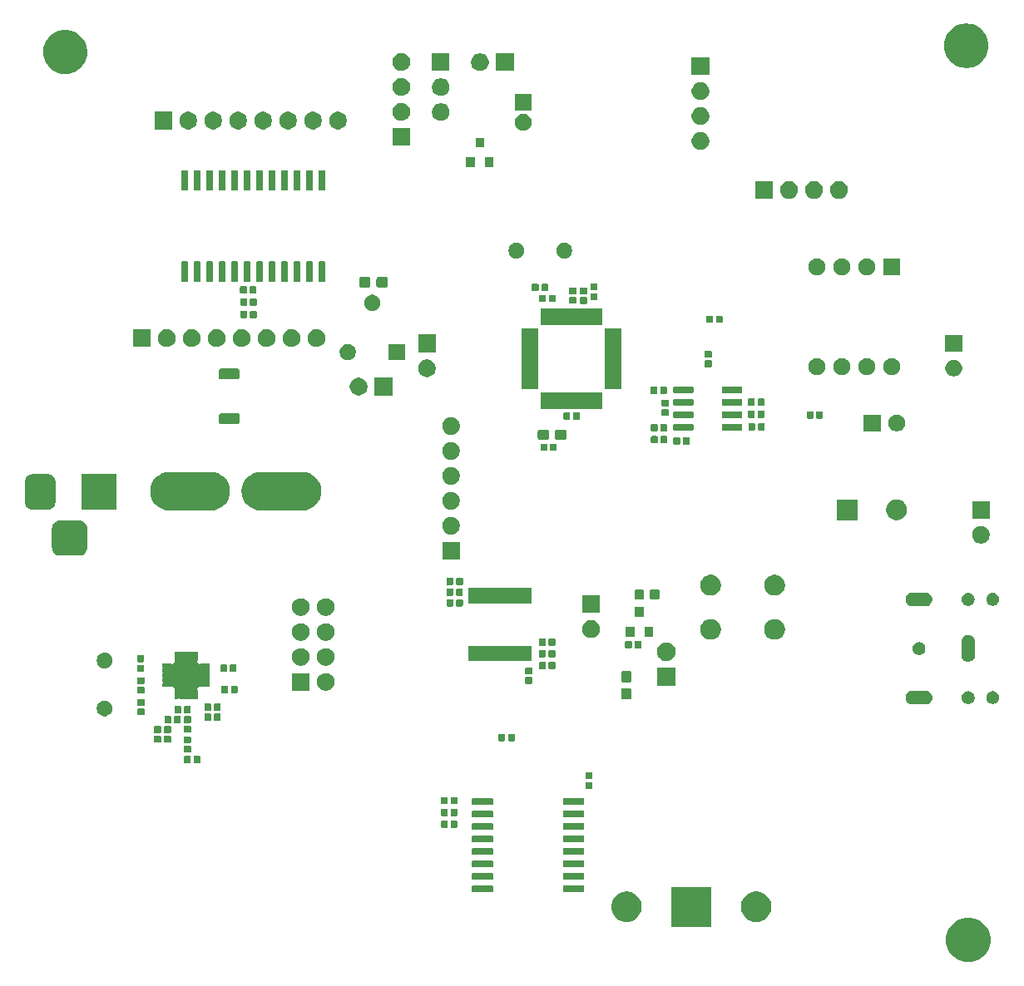
<source format=gbr>
G04 #@! TF.GenerationSoftware,KiCad,Pcbnew,(5.1.6)-1*
G04 #@! TF.CreationDate,2020-10-23T22:44:23-07:00*
G04 #@! TF.ProjectId,ReceiverCircuit,52656365-6976-4657-9243-697263756974,rev?*
G04 #@! TF.SameCoordinates,Original*
G04 #@! TF.FileFunction,Soldermask,Top*
G04 #@! TF.FilePolarity,Negative*
%FSLAX46Y46*%
G04 Gerber Fmt 4.6, Leading zero omitted, Abs format (unit mm)*
G04 Created by KiCad (PCBNEW (5.1.6)-1) date 2020-10-23 22:44:23*
%MOMM*%
%LPD*%
G01*
G04 APERTURE LIST*
%ADD10C,0.100000*%
G04 APERTURE END LIST*
D10*
G36*
X199236620Y-144988336D02*
G01*
X199617333Y-145064064D01*
X200026989Y-145233749D01*
X200395669Y-145480094D01*
X200709206Y-145793631D01*
X200955551Y-146162311D01*
X201125236Y-146571967D01*
X201211740Y-147006856D01*
X201211740Y-147450264D01*
X201125236Y-147885153D01*
X200955551Y-148294809D01*
X200709206Y-148663489D01*
X200395669Y-148977026D01*
X200026989Y-149223371D01*
X199617333Y-149393056D01*
X199236620Y-149468784D01*
X199182445Y-149479560D01*
X198739035Y-149479560D01*
X198684860Y-149468784D01*
X198304147Y-149393056D01*
X197894491Y-149223371D01*
X197525811Y-148977026D01*
X197212274Y-148663489D01*
X196965929Y-148294809D01*
X196796244Y-147885153D01*
X196709740Y-147450264D01*
X196709740Y-147006856D01*
X196796244Y-146571967D01*
X196965929Y-146162311D01*
X197212274Y-145793631D01*
X197525811Y-145480094D01*
X197894491Y-145233749D01*
X198304147Y-145064064D01*
X198684860Y-144988336D01*
X198739035Y-144977560D01*
X199182445Y-144977560D01*
X199236620Y-144988336D01*
G37*
G36*
X172825360Y-145911520D02*
G01*
X168723360Y-145911520D01*
X168723360Y-141809520D01*
X172825360Y-141809520D01*
X172825360Y-145911520D01*
G37*
G36*
X177676945Y-142339322D02*
G01*
X177826770Y-142369124D01*
X178109034Y-142486041D01*
X178363065Y-142655779D01*
X178579101Y-142871815D01*
X178748839Y-143125846D01*
X178865756Y-143408110D01*
X178925360Y-143707760D01*
X178925360Y-144013280D01*
X178865756Y-144312930D01*
X178748839Y-144595194D01*
X178579101Y-144849225D01*
X178363065Y-145065261D01*
X178109034Y-145234999D01*
X177826770Y-145351916D01*
X177676945Y-145381718D01*
X177527121Y-145411520D01*
X177221599Y-145411520D01*
X177071775Y-145381718D01*
X176921950Y-145351916D01*
X176639686Y-145234999D01*
X176385655Y-145065261D01*
X176169619Y-144849225D01*
X175999881Y-144595194D01*
X175882964Y-144312930D01*
X175823360Y-144013280D01*
X175823360Y-143707760D01*
X175882964Y-143408110D01*
X175999881Y-143125846D01*
X176169619Y-142871815D01*
X176385655Y-142655779D01*
X176639686Y-142486041D01*
X176921950Y-142369124D01*
X177071775Y-142339322D01*
X177221599Y-142309520D01*
X177527121Y-142309520D01*
X177676945Y-142339322D01*
G37*
G36*
X164476945Y-142339322D02*
G01*
X164626770Y-142369124D01*
X164909034Y-142486041D01*
X165163065Y-142655779D01*
X165379101Y-142871815D01*
X165548839Y-143125846D01*
X165665756Y-143408110D01*
X165725360Y-143707760D01*
X165725360Y-144013280D01*
X165665756Y-144312930D01*
X165548839Y-144595194D01*
X165379101Y-144849225D01*
X165163065Y-145065261D01*
X164909034Y-145234999D01*
X164626770Y-145351916D01*
X164476945Y-145381718D01*
X164327121Y-145411520D01*
X164021599Y-145411520D01*
X163871775Y-145381718D01*
X163721950Y-145351916D01*
X163439686Y-145234999D01*
X163185655Y-145065261D01*
X162969619Y-144849225D01*
X162799881Y-144595194D01*
X162682964Y-144312930D01*
X162623360Y-144013280D01*
X162623360Y-143707760D01*
X162682964Y-143408110D01*
X162799881Y-143125846D01*
X162969619Y-142871815D01*
X163185655Y-142655779D01*
X163439686Y-142486041D01*
X163721950Y-142369124D01*
X163871775Y-142339322D01*
X164021599Y-142309520D01*
X164327121Y-142309520D01*
X164476945Y-142339322D01*
G37*
G36*
X159787528Y-141683484D02*
G01*
X159808609Y-141689880D01*
X159828045Y-141700268D01*
X159845076Y-141714244D01*
X159859052Y-141731275D01*
X159869440Y-141750711D01*
X159875836Y-141771792D01*
X159878600Y-141799860D01*
X159878600Y-142263580D01*
X159875836Y-142291648D01*
X159869440Y-142312729D01*
X159859052Y-142332165D01*
X159845076Y-142349196D01*
X159828045Y-142363172D01*
X159808609Y-142373560D01*
X159787528Y-142379956D01*
X159759460Y-142382720D01*
X157845740Y-142382720D01*
X157817672Y-142379956D01*
X157796591Y-142373560D01*
X157777155Y-142363172D01*
X157760124Y-142349196D01*
X157746148Y-142332165D01*
X157735760Y-142312729D01*
X157729364Y-142291648D01*
X157726600Y-142263580D01*
X157726600Y-141799860D01*
X157729364Y-141771792D01*
X157735760Y-141750711D01*
X157746148Y-141731275D01*
X157760124Y-141714244D01*
X157777155Y-141700268D01*
X157796591Y-141689880D01*
X157817672Y-141683484D01*
X157845740Y-141680720D01*
X159759460Y-141680720D01*
X159787528Y-141683484D01*
G37*
G36*
X150487528Y-141683484D02*
G01*
X150508609Y-141689880D01*
X150528045Y-141700268D01*
X150545076Y-141714244D01*
X150559052Y-141731275D01*
X150569440Y-141750711D01*
X150575836Y-141771792D01*
X150578600Y-141799860D01*
X150578600Y-142263580D01*
X150575836Y-142291648D01*
X150569440Y-142312729D01*
X150559052Y-142332165D01*
X150545076Y-142349196D01*
X150528045Y-142363172D01*
X150508609Y-142373560D01*
X150487528Y-142379956D01*
X150459460Y-142382720D01*
X148545740Y-142382720D01*
X148517672Y-142379956D01*
X148496591Y-142373560D01*
X148477155Y-142363172D01*
X148460124Y-142349196D01*
X148446148Y-142332165D01*
X148435760Y-142312729D01*
X148429364Y-142291648D01*
X148426600Y-142263580D01*
X148426600Y-141799860D01*
X148429364Y-141771792D01*
X148435760Y-141750711D01*
X148446148Y-141731275D01*
X148460124Y-141714244D01*
X148477155Y-141700268D01*
X148496591Y-141689880D01*
X148517672Y-141683484D01*
X148545740Y-141680720D01*
X150459460Y-141680720D01*
X150487528Y-141683484D01*
G37*
G36*
X159787528Y-140413484D02*
G01*
X159808609Y-140419880D01*
X159828045Y-140430268D01*
X159845076Y-140444244D01*
X159859052Y-140461275D01*
X159869440Y-140480711D01*
X159875836Y-140501792D01*
X159878600Y-140529860D01*
X159878600Y-140993580D01*
X159875836Y-141021648D01*
X159869440Y-141042729D01*
X159859052Y-141062165D01*
X159845076Y-141079196D01*
X159828045Y-141093172D01*
X159808609Y-141103560D01*
X159787528Y-141109956D01*
X159759460Y-141112720D01*
X157845740Y-141112720D01*
X157817672Y-141109956D01*
X157796591Y-141103560D01*
X157777155Y-141093172D01*
X157760124Y-141079196D01*
X157746148Y-141062165D01*
X157735760Y-141042729D01*
X157729364Y-141021648D01*
X157726600Y-140993580D01*
X157726600Y-140529860D01*
X157729364Y-140501792D01*
X157735760Y-140480711D01*
X157746148Y-140461275D01*
X157760124Y-140444244D01*
X157777155Y-140430268D01*
X157796591Y-140419880D01*
X157817672Y-140413484D01*
X157845740Y-140410720D01*
X159759460Y-140410720D01*
X159787528Y-140413484D01*
G37*
G36*
X150487528Y-140413484D02*
G01*
X150508609Y-140419880D01*
X150528045Y-140430268D01*
X150545076Y-140444244D01*
X150559052Y-140461275D01*
X150569440Y-140480711D01*
X150575836Y-140501792D01*
X150578600Y-140529860D01*
X150578600Y-140993580D01*
X150575836Y-141021648D01*
X150569440Y-141042729D01*
X150559052Y-141062165D01*
X150545076Y-141079196D01*
X150528045Y-141093172D01*
X150508609Y-141103560D01*
X150487528Y-141109956D01*
X150459460Y-141112720D01*
X148545740Y-141112720D01*
X148517672Y-141109956D01*
X148496591Y-141103560D01*
X148477155Y-141093172D01*
X148460124Y-141079196D01*
X148446148Y-141062165D01*
X148435760Y-141042729D01*
X148429364Y-141021648D01*
X148426600Y-140993580D01*
X148426600Y-140529860D01*
X148429364Y-140501792D01*
X148435760Y-140480711D01*
X148446148Y-140461275D01*
X148460124Y-140444244D01*
X148477155Y-140430268D01*
X148496591Y-140419880D01*
X148517672Y-140413484D01*
X148545740Y-140410720D01*
X150459460Y-140410720D01*
X150487528Y-140413484D01*
G37*
G36*
X150487528Y-139143484D02*
G01*
X150508609Y-139149880D01*
X150528045Y-139160268D01*
X150545076Y-139174244D01*
X150559052Y-139191275D01*
X150569440Y-139210711D01*
X150575836Y-139231792D01*
X150578600Y-139259860D01*
X150578600Y-139723580D01*
X150575836Y-139751648D01*
X150569440Y-139772729D01*
X150559052Y-139792165D01*
X150545076Y-139809196D01*
X150528045Y-139823172D01*
X150508609Y-139833560D01*
X150487528Y-139839956D01*
X150459460Y-139842720D01*
X148545740Y-139842720D01*
X148517672Y-139839956D01*
X148496591Y-139833560D01*
X148477155Y-139823172D01*
X148460124Y-139809196D01*
X148446148Y-139792165D01*
X148435760Y-139772729D01*
X148429364Y-139751648D01*
X148426600Y-139723580D01*
X148426600Y-139259860D01*
X148429364Y-139231792D01*
X148435760Y-139210711D01*
X148446148Y-139191275D01*
X148460124Y-139174244D01*
X148477155Y-139160268D01*
X148496591Y-139149880D01*
X148517672Y-139143484D01*
X148545740Y-139140720D01*
X150459460Y-139140720D01*
X150487528Y-139143484D01*
G37*
G36*
X159787528Y-139143484D02*
G01*
X159808609Y-139149880D01*
X159828045Y-139160268D01*
X159845076Y-139174244D01*
X159859052Y-139191275D01*
X159869440Y-139210711D01*
X159875836Y-139231792D01*
X159878600Y-139259860D01*
X159878600Y-139723580D01*
X159875836Y-139751648D01*
X159869440Y-139772729D01*
X159859052Y-139792165D01*
X159845076Y-139809196D01*
X159828045Y-139823172D01*
X159808609Y-139833560D01*
X159787528Y-139839956D01*
X159759460Y-139842720D01*
X157845740Y-139842720D01*
X157817672Y-139839956D01*
X157796591Y-139833560D01*
X157777155Y-139823172D01*
X157760124Y-139809196D01*
X157746148Y-139792165D01*
X157735760Y-139772729D01*
X157729364Y-139751648D01*
X157726600Y-139723580D01*
X157726600Y-139259860D01*
X157729364Y-139231792D01*
X157735760Y-139210711D01*
X157746148Y-139191275D01*
X157760124Y-139174244D01*
X157777155Y-139160268D01*
X157796591Y-139149880D01*
X157817672Y-139143484D01*
X157845740Y-139140720D01*
X159759460Y-139140720D01*
X159787528Y-139143484D01*
G37*
G36*
X150487528Y-137873484D02*
G01*
X150508609Y-137879880D01*
X150528045Y-137890268D01*
X150545076Y-137904244D01*
X150559052Y-137921275D01*
X150569440Y-137940711D01*
X150575836Y-137961792D01*
X150578600Y-137989860D01*
X150578600Y-138453580D01*
X150575836Y-138481648D01*
X150569440Y-138502729D01*
X150559052Y-138522165D01*
X150545076Y-138539196D01*
X150528045Y-138553172D01*
X150508609Y-138563560D01*
X150487528Y-138569956D01*
X150459460Y-138572720D01*
X148545740Y-138572720D01*
X148517672Y-138569956D01*
X148496591Y-138563560D01*
X148477155Y-138553172D01*
X148460124Y-138539196D01*
X148446148Y-138522165D01*
X148435760Y-138502729D01*
X148429364Y-138481648D01*
X148426600Y-138453580D01*
X148426600Y-137989860D01*
X148429364Y-137961792D01*
X148435760Y-137940711D01*
X148446148Y-137921275D01*
X148460124Y-137904244D01*
X148477155Y-137890268D01*
X148496591Y-137879880D01*
X148517672Y-137873484D01*
X148545740Y-137870720D01*
X150459460Y-137870720D01*
X150487528Y-137873484D01*
G37*
G36*
X159787528Y-137873484D02*
G01*
X159808609Y-137879880D01*
X159828045Y-137890268D01*
X159845076Y-137904244D01*
X159859052Y-137921275D01*
X159869440Y-137940711D01*
X159875836Y-137961792D01*
X159878600Y-137989860D01*
X159878600Y-138453580D01*
X159875836Y-138481648D01*
X159869440Y-138502729D01*
X159859052Y-138522165D01*
X159845076Y-138539196D01*
X159828045Y-138553172D01*
X159808609Y-138563560D01*
X159787528Y-138569956D01*
X159759460Y-138572720D01*
X157845740Y-138572720D01*
X157817672Y-138569956D01*
X157796591Y-138563560D01*
X157777155Y-138553172D01*
X157760124Y-138539196D01*
X157746148Y-138522165D01*
X157735760Y-138502729D01*
X157729364Y-138481648D01*
X157726600Y-138453580D01*
X157726600Y-137989860D01*
X157729364Y-137961792D01*
X157735760Y-137940711D01*
X157746148Y-137921275D01*
X157760124Y-137904244D01*
X157777155Y-137890268D01*
X157796591Y-137879880D01*
X157817672Y-137873484D01*
X157845740Y-137870720D01*
X159759460Y-137870720D01*
X159787528Y-137873484D01*
G37*
G36*
X150487528Y-136603484D02*
G01*
X150508609Y-136609880D01*
X150528045Y-136620268D01*
X150545076Y-136634244D01*
X150559052Y-136651275D01*
X150569440Y-136670711D01*
X150575836Y-136691792D01*
X150578600Y-136719860D01*
X150578600Y-137183580D01*
X150575836Y-137211648D01*
X150569440Y-137232729D01*
X150559052Y-137252165D01*
X150545076Y-137269196D01*
X150528045Y-137283172D01*
X150508609Y-137293560D01*
X150487528Y-137299956D01*
X150459460Y-137302720D01*
X148545740Y-137302720D01*
X148517672Y-137299956D01*
X148496591Y-137293560D01*
X148477155Y-137283172D01*
X148460124Y-137269196D01*
X148446148Y-137252165D01*
X148435760Y-137232729D01*
X148429364Y-137211648D01*
X148426600Y-137183580D01*
X148426600Y-136719860D01*
X148429364Y-136691792D01*
X148435760Y-136670711D01*
X148446148Y-136651275D01*
X148460124Y-136634244D01*
X148477155Y-136620268D01*
X148496591Y-136609880D01*
X148517672Y-136603484D01*
X148545740Y-136600720D01*
X150459460Y-136600720D01*
X150487528Y-136603484D01*
G37*
G36*
X159787528Y-136603484D02*
G01*
X159808609Y-136609880D01*
X159828045Y-136620268D01*
X159845076Y-136634244D01*
X159859052Y-136651275D01*
X159869440Y-136670711D01*
X159875836Y-136691792D01*
X159878600Y-136719860D01*
X159878600Y-137183580D01*
X159875836Y-137211648D01*
X159869440Y-137232729D01*
X159859052Y-137252165D01*
X159845076Y-137269196D01*
X159828045Y-137283172D01*
X159808609Y-137293560D01*
X159787528Y-137299956D01*
X159759460Y-137302720D01*
X157845740Y-137302720D01*
X157817672Y-137299956D01*
X157796591Y-137293560D01*
X157777155Y-137283172D01*
X157760124Y-137269196D01*
X157746148Y-137252165D01*
X157735760Y-137232729D01*
X157729364Y-137211648D01*
X157726600Y-137183580D01*
X157726600Y-136719860D01*
X157729364Y-136691792D01*
X157735760Y-136670711D01*
X157746148Y-136651275D01*
X157760124Y-136634244D01*
X157777155Y-136620268D01*
X157796591Y-136609880D01*
X157817672Y-136603484D01*
X157845740Y-136600720D01*
X159759460Y-136600720D01*
X159787528Y-136603484D01*
G37*
G36*
X150487528Y-135333484D02*
G01*
X150508609Y-135339880D01*
X150528045Y-135350268D01*
X150545076Y-135364244D01*
X150559052Y-135381275D01*
X150569440Y-135400711D01*
X150575836Y-135421792D01*
X150578600Y-135449860D01*
X150578600Y-135913580D01*
X150575836Y-135941648D01*
X150569440Y-135962729D01*
X150559052Y-135982165D01*
X150545076Y-135999196D01*
X150528045Y-136013172D01*
X150508609Y-136023560D01*
X150487528Y-136029956D01*
X150459460Y-136032720D01*
X148545740Y-136032720D01*
X148517672Y-136029956D01*
X148496591Y-136023560D01*
X148477155Y-136013172D01*
X148460124Y-135999196D01*
X148446148Y-135982165D01*
X148435760Y-135962729D01*
X148429364Y-135941648D01*
X148426600Y-135913580D01*
X148426600Y-135449860D01*
X148429364Y-135421792D01*
X148435760Y-135400711D01*
X148446148Y-135381275D01*
X148460124Y-135364244D01*
X148477155Y-135350268D01*
X148496591Y-135339880D01*
X148517672Y-135333484D01*
X148545740Y-135330720D01*
X150459460Y-135330720D01*
X150487528Y-135333484D01*
G37*
G36*
X159787528Y-135333484D02*
G01*
X159808609Y-135339880D01*
X159828045Y-135350268D01*
X159845076Y-135364244D01*
X159859052Y-135381275D01*
X159869440Y-135400711D01*
X159875836Y-135421792D01*
X159878600Y-135449860D01*
X159878600Y-135913580D01*
X159875836Y-135941648D01*
X159869440Y-135962729D01*
X159859052Y-135982165D01*
X159845076Y-135999196D01*
X159828045Y-136013172D01*
X159808609Y-136023560D01*
X159787528Y-136029956D01*
X159759460Y-136032720D01*
X157845740Y-136032720D01*
X157817672Y-136029956D01*
X157796591Y-136023560D01*
X157777155Y-136013172D01*
X157760124Y-135999196D01*
X157746148Y-135982165D01*
X157735760Y-135962729D01*
X157729364Y-135941648D01*
X157726600Y-135913580D01*
X157726600Y-135449860D01*
X157729364Y-135421792D01*
X157735760Y-135400711D01*
X157746148Y-135381275D01*
X157760124Y-135364244D01*
X157777155Y-135350268D01*
X157796591Y-135339880D01*
X157817672Y-135333484D01*
X157845740Y-135330720D01*
X159759460Y-135330720D01*
X159787528Y-135333484D01*
G37*
G36*
X146863058Y-135084836D02*
G01*
X146883677Y-135091091D01*
X146902673Y-135101244D01*
X146919328Y-135114912D01*
X146932996Y-135131567D01*
X146943149Y-135150563D01*
X146949404Y-135171182D01*
X146952120Y-135198760D01*
X146952120Y-135707480D01*
X146949404Y-135735058D01*
X146943149Y-135755677D01*
X146932996Y-135774673D01*
X146919328Y-135791328D01*
X146902673Y-135804996D01*
X146883677Y-135815149D01*
X146863058Y-135821404D01*
X146835480Y-135824120D01*
X146376760Y-135824120D01*
X146349182Y-135821404D01*
X146328563Y-135815149D01*
X146309567Y-135804996D01*
X146292912Y-135791328D01*
X146279244Y-135774673D01*
X146269091Y-135755677D01*
X146262836Y-135735058D01*
X146260120Y-135707480D01*
X146260120Y-135198760D01*
X146262836Y-135171182D01*
X146269091Y-135150563D01*
X146279244Y-135131567D01*
X146292912Y-135114912D01*
X146309567Y-135101244D01*
X146328563Y-135091091D01*
X146349182Y-135084836D01*
X146376760Y-135082120D01*
X146835480Y-135082120D01*
X146863058Y-135084836D01*
G37*
G36*
X145893058Y-135084836D02*
G01*
X145913677Y-135091091D01*
X145932673Y-135101244D01*
X145949328Y-135114912D01*
X145962996Y-135131567D01*
X145973149Y-135150563D01*
X145979404Y-135171182D01*
X145982120Y-135198760D01*
X145982120Y-135707480D01*
X145979404Y-135735058D01*
X145973149Y-135755677D01*
X145962996Y-135774673D01*
X145949328Y-135791328D01*
X145932673Y-135804996D01*
X145913677Y-135815149D01*
X145893058Y-135821404D01*
X145865480Y-135824120D01*
X145406760Y-135824120D01*
X145379182Y-135821404D01*
X145358563Y-135815149D01*
X145339567Y-135804996D01*
X145322912Y-135791328D01*
X145309244Y-135774673D01*
X145299091Y-135755677D01*
X145292836Y-135735058D01*
X145290120Y-135707480D01*
X145290120Y-135198760D01*
X145292836Y-135171182D01*
X145299091Y-135150563D01*
X145309244Y-135131567D01*
X145322912Y-135114912D01*
X145339567Y-135101244D01*
X145358563Y-135091091D01*
X145379182Y-135084836D01*
X145406760Y-135082120D01*
X145865480Y-135082120D01*
X145893058Y-135084836D01*
G37*
G36*
X159787528Y-134063484D02*
G01*
X159808609Y-134069880D01*
X159828045Y-134080268D01*
X159845076Y-134094244D01*
X159859052Y-134111275D01*
X159869440Y-134130711D01*
X159875836Y-134151792D01*
X159878600Y-134179860D01*
X159878600Y-134643580D01*
X159875836Y-134671648D01*
X159869440Y-134692729D01*
X159859052Y-134712165D01*
X159845076Y-134729196D01*
X159828045Y-134743172D01*
X159808609Y-134753560D01*
X159787528Y-134759956D01*
X159759460Y-134762720D01*
X157845740Y-134762720D01*
X157817672Y-134759956D01*
X157796591Y-134753560D01*
X157777155Y-134743172D01*
X157760124Y-134729196D01*
X157746148Y-134712165D01*
X157735760Y-134692729D01*
X157729364Y-134671648D01*
X157726600Y-134643580D01*
X157726600Y-134179860D01*
X157729364Y-134151792D01*
X157735760Y-134130711D01*
X157746148Y-134111275D01*
X157760124Y-134094244D01*
X157777155Y-134080268D01*
X157796591Y-134069880D01*
X157817672Y-134063484D01*
X157845740Y-134060720D01*
X159759460Y-134060720D01*
X159787528Y-134063484D01*
G37*
G36*
X150487528Y-134063484D02*
G01*
X150508609Y-134069880D01*
X150528045Y-134080268D01*
X150545076Y-134094244D01*
X150559052Y-134111275D01*
X150569440Y-134130711D01*
X150575836Y-134151792D01*
X150578600Y-134179860D01*
X150578600Y-134643580D01*
X150575836Y-134671648D01*
X150569440Y-134692729D01*
X150559052Y-134712165D01*
X150545076Y-134729196D01*
X150528045Y-134743172D01*
X150508609Y-134753560D01*
X150487528Y-134759956D01*
X150459460Y-134762720D01*
X148545740Y-134762720D01*
X148517672Y-134759956D01*
X148496591Y-134753560D01*
X148477155Y-134743172D01*
X148460124Y-134729196D01*
X148446148Y-134712165D01*
X148435760Y-134692729D01*
X148429364Y-134671648D01*
X148426600Y-134643580D01*
X148426600Y-134179860D01*
X148429364Y-134151792D01*
X148435760Y-134130711D01*
X148446148Y-134111275D01*
X148460124Y-134094244D01*
X148477155Y-134080268D01*
X148496591Y-134069880D01*
X148517672Y-134063484D01*
X148545740Y-134060720D01*
X150459460Y-134060720D01*
X150487528Y-134063484D01*
G37*
G36*
X145893058Y-133878336D02*
G01*
X145913677Y-133884591D01*
X145932673Y-133894744D01*
X145949328Y-133908412D01*
X145962996Y-133925067D01*
X145973149Y-133944063D01*
X145979404Y-133964682D01*
X145982120Y-133992260D01*
X145982120Y-134500980D01*
X145979404Y-134528558D01*
X145973149Y-134549177D01*
X145962996Y-134568173D01*
X145949328Y-134584828D01*
X145932673Y-134598496D01*
X145913677Y-134608649D01*
X145893058Y-134614904D01*
X145865480Y-134617620D01*
X145406760Y-134617620D01*
X145379182Y-134614904D01*
X145358563Y-134608649D01*
X145339567Y-134598496D01*
X145322912Y-134584828D01*
X145309244Y-134568173D01*
X145299091Y-134549177D01*
X145292836Y-134528558D01*
X145290120Y-134500980D01*
X145290120Y-133992260D01*
X145292836Y-133964682D01*
X145299091Y-133944063D01*
X145309244Y-133925067D01*
X145322912Y-133908412D01*
X145339567Y-133894744D01*
X145358563Y-133884591D01*
X145379182Y-133878336D01*
X145406760Y-133875620D01*
X145865480Y-133875620D01*
X145893058Y-133878336D01*
G37*
G36*
X146863058Y-133878336D02*
G01*
X146883677Y-133884591D01*
X146902673Y-133894744D01*
X146919328Y-133908412D01*
X146932996Y-133925067D01*
X146943149Y-133944063D01*
X146949404Y-133964682D01*
X146952120Y-133992260D01*
X146952120Y-134500980D01*
X146949404Y-134528558D01*
X146943149Y-134549177D01*
X146932996Y-134568173D01*
X146919328Y-134584828D01*
X146902673Y-134598496D01*
X146883677Y-134608649D01*
X146863058Y-134614904D01*
X146835480Y-134617620D01*
X146376760Y-134617620D01*
X146349182Y-134614904D01*
X146328563Y-134608649D01*
X146309567Y-134598496D01*
X146292912Y-134584828D01*
X146279244Y-134568173D01*
X146269091Y-134549177D01*
X146262836Y-134528558D01*
X146260120Y-134500980D01*
X146260120Y-133992260D01*
X146262836Y-133964682D01*
X146269091Y-133944063D01*
X146279244Y-133925067D01*
X146292912Y-133908412D01*
X146309567Y-133894744D01*
X146328563Y-133884591D01*
X146349182Y-133878336D01*
X146376760Y-133875620D01*
X146835480Y-133875620D01*
X146863058Y-133878336D01*
G37*
G36*
X150487528Y-132793484D02*
G01*
X150508609Y-132799880D01*
X150528045Y-132810268D01*
X150545076Y-132824244D01*
X150559052Y-132841275D01*
X150569440Y-132860711D01*
X150575836Y-132881792D01*
X150578600Y-132909860D01*
X150578600Y-133373580D01*
X150575836Y-133401648D01*
X150569440Y-133422729D01*
X150559052Y-133442165D01*
X150545076Y-133459196D01*
X150528045Y-133473172D01*
X150508609Y-133483560D01*
X150487528Y-133489956D01*
X150459460Y-133492720D01*
X148545740Y-133492720D01*
X148517672Y-133489956D01*
X148496591Y-133483560D01*
X148477155Y-133473172D01*
X148460124Y-133459196D01*
X148446148Y-133442165D01*
X148435760Y-133422729D01*
X148429364Y-133401648D01*
X148426600Y-133373580D01*
X148426600Y-132909860D01*
X148429364Y-132881792D01*
X148435760Y-132860711D01*
X148446148Y-132841275D01*
X148460124Y-132824244D01*
X148477155Y-132810268D01*
X148496591Y-132799880D01*
X148517672Y-132793484D01*
X148545740Y-132790720D01*
X150459460Y-132790720D01*
X150487528Y-132793484D01*
G37*
G36*
X159787528Y-132793484D02*
G01*
X159808609Y-132799880D01*
X159828045Y-132810268D01*
X159845076Y-132824244D01*
X159859052Y-132841275D01*
X159869440Y-132860711D01*
X159875836Y-132881792D01*
X159878600Y-132909860D01*
X159878600Y-133373580D01*
X159875836Y-133401648D01*
X159869440Y-133422729D01*
X159859052Y-133442165D01*
X159845076Y-133459196D01*
X159828045Y-133473172D01*
X159808609Y-133483560D01*
X159787528Y-133489956D01*
X159759460Y-133492720D01*
X157845740Y-133492720D01*
X157817672Y-133489956D01*
X157796591Y-133483560D01*
X157777155Y-133473172D01*
X157760124Y-133459196D01*
X157746148Y-133442165D01*
X157735760Y-133422729D01*
X157729364Y-133401648D01*
X157726600Y-133373580D01*
X157726600Y-132909860D01*
X157729364Y-132881792D01*
X157735760Y-132860711D01*
X157746148Y-132841275D01*
X157760124Y-132824244D01*
X157777155Y-132810268D01*
X157796591Y-132799880D01*
X157817672Y-132793484D01*
X157845740Y-132790720D01*
X159759460Y-132790720D01*
X159787528Y-132793484D01*
G37*
G36*
X145893058Y-132671836D02*
G01*
X145913677Y-132678091D01*
X145932673Y-132688244D01*
X145949328Y-132701912D01*
X145962996Y-132718567D01*
X145973149Y-132737563D01*
X145979404Y-132758182D01*
X145982120Y-132785760D01*
X145982120Y-133294480D01*
X145979404Y-133322058D01*
X145973149Y-133342677D01*
X145962996Y-133361673D01*
X145949328Y-133378328D01*
X145932673Y-133391996D01*
X145913677Y-133402149D01*
X145893058Y-133408404D01*
X145865480Y-133411120D01*
X145406760Y-133411120D01*
X145379182Y-133408404D01*
X145358563Y-133402149D01*
X145339567Y-133391996D01*
X145322912Y-133378328D01*
X145309244Y-133361673D01*
X145299091Y-133342677D01*
X145292836Y-133322058D01*
X145290120Y-133294480D01*
X145290120Y-132785760D01*
X145292836Y-132758182D01*
X145299091Y-132737563D01*
X145309244Y-132718567D01*
X145322912Y-132701912D01*
X145339567Y-132688244D01*
X145358563Y-132678091D01*
X145379182Y-132671836D01*
X145406760Y-132669120D01*
X145865480Y-132669120D01*
X145893058Y-132671836D01*
G37*
G36*
X146863058Y-132671836D02*
G01*
X146883677Y-132678091D01*
X146902673Y-132688244D01*
X146919328Y-132701912D01*
X146932996Y-132718567D01*
X146943149Y-132737563D01*
X146949404Y-132758182D01*
X146952120Y-132785760D01*
X146952120Y-133294480D01*
X146949404Y-133322058D01*
X146943149Y-133342677D01*
X146932996Y-133361673D01*
X146919328Y-133378328D01*
X146902673Y-133391996D01*
X146883677Y-133402149D01*
X146863058Y-133408404D01*
X146835480Y-133411120D01*
X146376760Y-133411120D01*
X146349182Y-133408404D01*
X146328563Y-133402149D01*
X146309567Y-133391996D01*
X146292912Y-133378328D01*
X146279244Y-133361673D01*
X146269091Y-133342677D01*
X146262836Y-133322058D01*
X146260120Y-133294480D01*
X146260120Y-132785760D01*
X146262836Y-132758182D01*
X146269091Y-132737563D01*
X146279244Y-132718567D01*
X146292912Y-132701912D01*
X146309567Y-132688244D01*
X146328563Y-132678091D01*
X146349182Y-132671836D01*
X146376760Y-132669120D01*
X146835480Y-132669120D01*
X146863058Y-132671836D01*
G37*
G36*
X160632138Y-131157316D02*
G01*
X160652757Y-131163571D01*
X160671753Y-131173724D01*
X160688408Y-131187392D01*
X160702076Y-131204047D01*
X160712229Y-131223043D01*
X160718484Y-131243662D01*
X160721200Y-131271240D01*
X160721200Y-131729960D01*
X160718484Y-131757538D01*
X160712229Y-131778157D01*
X160702076Y-131797153D01*
X160688408Y-131813808D01*
X160671753Y-131827476D01*
X160652757Y-131837629D01*
X160632138Y-131843884D01*
X160604560Y-131846600D01*
X160095840Y-131846600D01*
X160068262Y-131843884D01*
X160047643Y-131837629D01*
X160028647Y-131827476D01*
X160011992Y-131813808D01*
X159998324Y-131797153D01*
X159988171Y-131778157D01*
X159981916Y-131757538D01*
X159979200Y-131729960D01*
X159979200Y-131271240D01*
X159981916Y-131243662D01*
X159988171Y-131223043D01*
X159998324Y-131204047D01*
X160011992Y-131187392D01*
X160028647Y-131173724D01*
X160047643Y-131163571D01*
X160068262Y-131157316D01*
X160095840Y-131154600D01*
X160604560Y-131154600D01*
X160632138Y-131157316D01*
G37*
G36*
X160632138Y-130187316D02*
G01*
X160652757Y-130193571D01*
X160671753Y-130203724D01*
X160688408Y-130217392D01*
X160702076Y-130234047D01*
X160712229Y-130253043D01*
X160718484Y-130273662D01*
X160721200Y-130301240D01*
X160721200Y-130759960D01*
X160718484Y-130787538D01*
X160712229Y-130808157D01*
X160702076Y-130827153D01*
X160688408Y-130843808D01*
X160671753Y-130857476D01*
X160652757Y-130867629D01*
X160632138Y-130873884D01*
X160604560Y-130876600D01*
X160095840Y-130876600D01*
X160068262Y-130873884D01*
X160047643Y-130867629D01*
X160028647Y-130857476D01*
X160011992Y-130843808D01*
X159998324Y-130827153D01*
X159988171Y-130808157D01*
X159981916Y-130787538D01*
X159979200Y-130759960D01*
X159979200Y-130301240D01*
X159981916Y-130273662D01*
X159988171Y-130253043D01*
X159998324Y-130234047D01*
X160011992Y-130217392D01*
X160028647Y-130203724D01*
X160047643Y-130193571D01*
X160068262Y-130187316D01*
X160095840Y-130184600D01*
X160604560Y-130184600D01*
X160632138Y-130187316D01*
G37*
G36*
X119738538Y-128485916D02*
G01*
X119759157Y-128492171D01*
X119778153Y-128502324D01*
X119794808Y-128515992D01*
X119808476Y-128532647D01*
X119818629Y-128551643D01*
X119824884Y-128572262D01*
X119827600Y-128599840D01*
X119827600Y-129108560D01*
X119824884Y-129136138D01*
X119818629Y-129156757D01*
X119808476Y-129175753D01*
X119794808Y-129192408D01*
X119778153Y-129206076D01*
X119759157Y-129216229D01*
X119738538Y-129222484D01*
X119710960Y-129225200D01*
X119252240Y-129225200D01*
X119224662Y-129222484D01*
X119204043Y-129216229D01*
X119185047Y-129206076D01*
X119168392Y-129192408D01*
X119154724Y-129175753D01*
X119144571Y-129156757D01*
X119138316Y-129136138D01*
X119135600Y-129108560D01*
X119135600Y-128599840D01*
X119138316Y-128572262D01*
X119144571Y-128551643D01*
X119154724Y-128532647D01*
X119168392Y-128515992D01*
X119185047Y-128502324D01*
X119204043Y-128492171D01*
X119224662Y-128485916D01*
X119252240Y-128483200D01*
X119710960Y-128483200D01*
X119738538Y-128485916D01*
G37*
G36*
X120708538Y-128485916D02*
G01*
X120729157Y-128492171D01*
X120748153Y-128502324D01*
X120764808Y-128515992D01*
X120778476Y-128532647D01*
X120788629Y-128551643D01*
X120794884Y-128572262D01*
X120797600Y-128599840D01*
X120797600Y-129108560D01*
X120794884Y-129136138D01*
X120788629Y-129156757D01*
X120778476Y-129175753D01*
X120764808Y-129192408D01*
X120748153Y-129206076D01*
X120729157Y-129216229D01*
X120708538Y-129222484D01*
X120680960Y-129225200D01*
X120222240Y-129225200D01*
X120194662Y-129222484D01*
X120174043Y-129216229D01*
X120155047Y-129206076D01*
X120138392Y-129192408D01*
X120124724Y-129175753D01*
X120114571Y-129156757D01*
X120108316Y-129136138D01*
X120105600Y-129108560D01*
X120105600Y-128599840D01*
X120108316Y-128572262D01*
X120114571Y-128551643D01*
X120124724Y-128532647D01*
X120138392Y-128515992D01*
X120155047Y-128502324D01*
X120174043Y-128492171D01*
X120194662Y-128485916D01*
X120222240Y-128483200D01*
X120680960Y-128483200D01*
X120708538Y-128485916D01*
G37*
G36*
X119763538Y-127471916D02*
G01*
X119784157Y-127478171D01*
X119803153Y-127488324D01*
X119819808Y-127501992D01*
X119833476Y-127518647D01*
X119843629Y-127537643D01*
X119849884Y-127558262D01*
X119852600Y-127585840D01*
X119852600Y-128044560D01*
X119849884Y-128072138D01*
X119843629Y-128092757D01*
X119833476Y-128111753D01*
X119819808Y-128128408D01*
X119803153Y-128142076D01*
X119784157Y-128152229D01*
X119763538Y-128158484D01*
X119735960Y-128161200D01*
X119227240Y-128161200D01*
X119199662Y-128158484D01*
X119179043Y-128152229D01*
X119160047Y-128142076D01*
X119143392Y-128128408D01*
X119129724Y-128111753D01*
X119119571Y-128092757D01*
X119113316Y-128072138D01*
X119110600Y-128044560D01*
X119110600Y-127585840D01*
X119113316Y-127558262D01*
X119119571Y-127537643D01*
X119129724Y-127518647D01*
X119143392Y-127501992D01*
X119160047Y-127488324D01*
X119179043Y-127478171D01*
X119199662Y-127471916D01*
X119227240Y-127469200D01*
X119735960Y-127469200D01*
X119763538Y-127471916D01*
G37*
G36*
X119763538Y-126501916D02*
G01*
X119784157Y-126508171D01*
X119803153Y-126518324D01*
X119819808Y-126531992D01*
X119833476Y-126548647D01*
X119843629Y-126567643D01*
X119849884Y-126588262D01*
X119852600Y-126615840D01*
X119852600Y-127074560D01*
X119849884Y-127102138D01*
X119843629Y-127122757D01*
X119833476Y-127141753D01*
X119819808Y-127158408D01*
X119803153Y-127172076D01*
X119784157Y-127182229D01*
X119763538Y-127188484D01*
X119735960Y-127191200D01*
X119227240Y-127191200D01*
X119199662Y-127188484D01*
X119179043Y-127182229D01*
X119160047Y-127172076D01*
X119143392Y-127158408D01*
X119129724Y-127141753D01*
X119119571Y-127122757D01*
X119113316Y-127102138D01*
X119110600Y-127074560D01*
X119110600Y-126615840D01*
X119113316Y-126588262D01*
X119119571Y-126567643D01*
X119129724Y-126548647D01*
X119143392Y-126531992D01*
X119160047Y-126518324D01*
X119179043Y-126508171D01*
X119199662Y-126501916D01*
X119227240Y-126499200D01*
X119735960Y-126499200D01*
X119763538Y-126501916D01*
G37*
G36*
X116715538Y-126432916D02*
G01*
X116736157Y-126439171D01*
X116755153Y-126449324D01*
X116771808Y-126462992D01*
X116785476Y-126479647D01*
X116795629Y-126498643D01*
X116801884Y-126519262D01*
X116804600Y-126546840D01*
X116804600Y-127005560D01*
X116801884Y-127033138D01*
X116795629Y-127053757D01*
X116785476Y-127072753D01*
X116771808Y-127089408D01*
X116755153Y-127103076D01*
X116736157Y-127113229D01*
X116715538Y-127119484D01*
X116687960Y-127122200D01*
X116179240Y-127122200D01*
X116151662Y-127119484D01*
X116131043Y-127113229D01*
X116112047Y-127103076D01*
X116095392Y-127089408D01*
X116081724Y-127072753D01*
X116071571Y-127053757D01*
X116065316Y-127033138D01*
X116062600Y-127005560D01*
X116062600Y-126546840D01*
X116065316Y-126519262D01*
X116071571Y-126498643D01*
X116081724Y-126479647D01*
X116095392Y-126462992D01*
X116112047Y-126449324D01*
X116131043Y-126439171D01*
X116151662Y-126432916D01*
X116179240Y-126430200D01*
X116687960Y-126430200D01*
X116715538Y-126432916D01*
G37*
G36*
X117731538Y-126432916D02*
G01*
X117752157Y-126439171D01*
X117771153Y-126449324D01*
X117787808Y-126462992D01*
X117801476Y-126479647D01*
X117811629Y-126498643D01*
X117817884Y-126519262D01*
X117820600Y-126546840D01*
X117820600Y-127005560D01*
X117817884Y-127033138D01*
X117811629Y-127053757D01*
X117801476Y-127072753D01*
X117787808Y-127089408D01*
X117771153Y-127103076D01*
X117752157Y-127113229D01*
X117731538Y-127119484D01*
X117703960Y-127122200D01*
X117195240Y-127122200D01*
X117167662Y-127119484D01*
X117147043Y-127113229D01*
X117128047Y-127103076D01*
X117111392Y-127089408D01*
X117097724Y-127072753D01*
X117087571Y-127053757D01*
X117081316Y-127033138D01*
X117078600Y-127005560D01*
X117078600Y-126546840D01*
X117081316Y-126519262D01*
X117087571Y-126498643D01*
X117097724Y-126479647D01*
X117111392Y-126462992D01*
X117128047Y-126449324D01*
X117147043Y-126439171D01*
X117167662Y-126432916D01*
X117195240Y-126430200D01*
X117703960Y-126430200D01*
X117731538Y-126432916D01*
G37*
G36*
X152712538Y-126250716D02*
G01*
X152733157Y-126256971D01*
X152752153Y-126267124D01*
X152768808Y-126280792D01*
X152782476Y-126297447D01*
X152792629Y-126316443D01*
X152798884Y-126337062D01*
X152801600Y-126364640D01*
X152801600Y-126873360D01*
X152798884Y-126900938D01*
X152792629Y-126921557D01*
X152782476Y-126940553D01*
X152768808Y-126957208D01*
X152752153Y-126970876D01*
X152733157Y-126981029D01*
X152712538Y-126987284D01*
X152684960Y-126990000D01*
X152226240Y-126990000D01*
X152198662Y-126987284D01*
X152178043Y-126981029D01*
X152159047Y-126970876D01*
X152142392Y-126957208D01*
X152128724Y-126940553D01*
X152118571Y-126921557D01*
X152112316Y-126900938D01*
X152109600Y-126873360D01*
X152109600Y-126364640D01*
X152112316Y-126337062D01*
X152118571Y-126316443D01*
X152128724Y-126297447D01*
X152142392Y-126280792D01*
X152159047Y-126267124D01*
X152178043Y-126256971D01*
X152198662Y-126250716D01*
X152226240Y-126248000D01*
X152684960Y-126248000D01*
X152712538Y-126250716D01*
G37*
G36*
X151742538Y-126250716D02*
G01*
X151763157Y-126256971D01*
X151782153Y-126267124D01*
X151798808Y-126280792D01*
X151812476Y-126297447D01*
X151822629Y-126316443D01*
X151828884Y-126337062D01*
X151831600Y-126364640D01*
X151831600Y-126873360D01*
X151828884Y-126900938D01*
X151822629Y-126921557D01*
X151812476Y-126940553D01*
X151798808Y-126957208D01*
X151782153Y-126970876D01*
X151763157Y-126981029D01*
X151742538Y-126987284D01*
X151714960Y-126990000D01*
X151256240Y-126990000D01*
X151228662Y-126987284D01*
X151208043Y-126981029D01*
X151189047Y-126970876D01*
X151172392Y-126957208D01*
X151158724Y-126940553D01*
X151148571Y-126921557D01*
X151142316Y-126900938D01*
X151139600Y-126873360D01*
X151139600Y-126364640D01*
X151142316Y-126337062D01*
X151148571Y-126316443D01*
X151158724Y-126297447D01*
X151172392Y-126280792D01*
X151189047Y-126267124D01*
X151208043Y-126256971D01*
X151228662Y-126250716D01*
X151256240Y-126248000D01*
X151714960Y-126248000D01*
X151742538Y-126250716D01*
G37*
G36*
X116715538Y-125462916D02*
G01*
X116736157Y-125469171D01*
X116755153Y-125479324D01*
X116771808Y-125492992D01*
X116785476Y-125509647D01*
X116795629Y-125528643D01*
X116801884Y-125549262D01*
X116804600Y-125576840D01*
X116804600Y-126035560D01*
X116801884Y-126063138D01*
X116795629Y-126083757D01*
X116785476Y-126102753D01*
X116771808Y-126119408D01*
X116755153Y-126133076D01*
X116736157Y-126143229D01*
X116715538Y-126149484D01*
X116687960Y-126152200D01*
X116179240Y-126152200D01*
X116151662Y-126149484D01*
X116131043Y-126143229D01*
X116112047Y-126133076D01*
X116095392Y-126119408D01*
X116081724Y-126102753D01*
X116071571Y-126083757D01*
X116065316Y-126063138D01*
X116062600Y-126035560D01*
X116062600Y-125576840D01*
X116065316Y-125549262D01*
X116071571Y-125528643D01*
X116081724Y-125509647D01*
X116095392Y-125492992D01*
X116112047Y-125479324D01*
X116131043Y-125469171D01*
X116151662Y-125462916D01*
X116179240Y-125460200D01*
X116687960Y-125460200D01*
X116715538Y-125462916D01*
G37*
G36*
X117731538Y-125462916D02*
G01*
X117752157Y-125469171D01*
X117771153Y-125479324D01*
X117787808Y-125492992D01*
X117801476Y-125509647D01*
X117811629Y-125528643D01*
X117817884Y-125549262D01*
X117820600Y-125576840D01*
X117820600Y-126035560D01*
X117817884Y-126063138D01*
X117811629Y-126083757D01*
X117801476Y-126102753D01*
X117787808Y-126119408D01*
X117771153Y-126133076D01*
X117752157Y-126143229D01*
X117731538Y-126149484D01*
X117703960Y-126152200D01*
X117195240Y-126152200D01*
X117167662Y-126149484D01*
X117147043Y-126143229D01*
X117128047Y-126133076D01*
X117111392Y-126119408D01*
X117097724Y-126102753D01*
X117087571Y-126083757D01*
X117081316Y-126063138D01*
X117078600Y-126035560D01*
X117078600Y-125576840D01*
X117081316Y-125549262D01*
X117087571Y-125528643D01*
X117097724Y-125509647D01*
X117111392Y-125492992D01*
X117128047Y-125479324D01*
X117147043Y-125469171D01*
X117167662Y-125462916D01*
X117195240Y-125460200D01*
X117703960Y-125460200D01*
X117731538Y-125462916D01*
G37*
G36*
X119763538Y-125416916D02*
G01*
X119784157Y-125423171D01*
X119803153Y-125433324D01*
X119819808Y-125446992D01*
X119833476Y-125463647D01*
X119843629Y-125482643D01*
X119849884Y-125503262D01*
X119852600Y-125530840D01*
X119852600Y-125989560D01*
X119849884Y-126017138D01*
X119843629Y-126037757D01*
X119833476Y-126056753D01*
X119819808Y-126073408D01*
X119803153Y-126087076D01*
X119784157Y-126097229D01*
X119763538Y-126103484D01*
X119735960Y-126106200D01*
X119227240Y-126106200D01*
X119199662Y-126103484D01*
X119179043Y-126097229D01*
X119160047Y-126087076D01*
X119143392Y-126073408D01*
X119129724Y-126056753D01*
X119119571Y-126037757D01*
X119113316Y-126017138D01*
X119110600Y-125989560D01*
X119110600Y-125530840D01*
X119113316Y-125503262D01*
X119119571Y-125482643D01*
X119129724Y-125463647D01*
X119143392Y-125446992D01*
X119160047Y-125433324D01*
X119179043Y-125423171D01*
X119199662Y-125416916D01*
X119227240Y-125414200D01*
X119735960Y-125414200D01*
X119763538Y-125416916D01*
G37*
G36*
X118722538Y-124421916D02*
G01*
X118743157Y-124428171D01*
X118762153Y-124438324D01*
X118778808Y-124451992D01*
X118792476Y-124468647D01*
X118802629Y-124487643D01*
X118808884Y-124508262D01*
X118811600Y-124535840D01*
X118811600Y-125044560D01*
X118808884Y-125072138D01*
X118802629Y-125092757D01*
X118792476Y-125111753D01*
X118778808Y-125128408D01*
X118762153Y-125142076D01*
X118743157Y-125152229D01*
X118722538Y-125158484D01*
X118694960Y-125161200D01*
X118236240Y-125161200D01*
X118208662Y-125158484D01*
X118188043Y-125152229D01*
X118169047Y-125142076D01*
X118152392Y-125128408D01*
X118138724Y-125111753D01*
X118128571Y-125092757D01*
X118122316Y-125072138D01*
X118119600Y-125044560D01*
X118119600Y-124535840D01*
X118122316Y-124508262D01*
X118128571Y-124487643D01*
X118138724Y-124468647D01*
X118152392Y-124451992D01*
X118169047Y-124438324D01*
X118188043Y-124428171D01*
X118208662Y-124421916D01*
X118236240Y-124419200D01*
X118694960Y-124419200D01*
X118722538Y-124421916D01*
G37*
G36*
X117752538Y-124421916D02*
G01*
X117773157Y-124428171D01*
X117792153Y-124438324D01*
X117808808Y-124451992D01*
X117822476Y-124468647D01*
X117832629Y-124487643D01*
X117838884Y-124508262D01*
X117841600Y-124535840D01*
X117841600Y-125044560D01*
X117838884Y-125072138D01*
X117832629Y-125092757D01*
X117822476Y-125111753D01*
X117808808Y-125128408D01*
X117792153Y-125142076D01*
X117773157Y-125152229D01*
X117752538Y-125158484D01*
X117724960Y-125161200D01*
X117266240Y-125161200D01*
X117238662Y-125158484D01*
X117218043Y-125152229D01*
X117199047Y-125142076D01*
X117182392Y-125128408D01*
X117168724Y-125111753D01*
X117158571Y-125092757D01*
X117152316Y-125072138D01*
X117149600Y-125044560D01*
X117149600Y-124535840D01*
X117152316Y-124508262D01*
X117158571Y-124487643D01*
X117168724Y-124468647D01*
X117182392Y-124451992D01*
X117199047Y-124438324D01*
X117218043Y-124428171D01*
X117238662Y-124421916D01*
X117266240Y-124419200D01*
X117724960Y-124419200D01*
X117752538Y-124421916D01*
G37*
G36*
X119763538Y-124446916D02*
G01*
X119784157Y-124453171D01*
X119803153Y-124463324D01*
X119819808Y-124476992D01*
X119833476Y-124493647D01*
X119843629Y-124512643D01*
X119849884Y-124533262D01*
X119852600Y-124560840D01*
X119852600Y-125019560D01*
X119849884Y-125047138D01*
X119843629Y-125067757D01*
X119833476Y-125086753D01*
X119819808Y-125103408D01*
X119803153Y-125117076D01*
X119784157Y-125127229D01*
X119763538Y-125133484D01*
X119735960Y-125136200D01*
X119227240Y-125136200D01*
X119199662Y-125133484D01*
X119179043Y-125127229D01*
X119160047Y-125117076D01*
X119143392Y-125103408D01*
X119129724Y-125086753D01*
X119119571Y-125067757D01*
X119113316Y-125047138D01*
X119110600Y-125019560D01*
X119110600Y-124560840D01*
X119113316Y-124533262D01*
X119119571Y-124512643D01*
X119129724Y-124493647D01*
X119143392Y-124476992D01*
X119160047Y-124463324D01*
X119179043Y-124453171D01*
X119199662Y-124446916D01*
X119227240Y-124444200D01*
X119735960Y-124444200D01*
X119763538Y-124446916D01*
G37*
G36*
X121816538Y-124167916D02*
G01*
X121837157Y-124174171D01*
X121856153Y-124184324D01*
X121872808Y-124197992D01*
X121886476Y-124214647D01*
X121896629Y-124233643D01*
X121902884Y-124254262D01*
X121905600Y-124281840D01*
X121905600Y-124790560D01*
X121902884Y-124818138D01*
X121896629Y-124838757D01*
X121886476Y-124857753D01*
X121872808Y-124874408D01*
X121856153Y-124888076D01*
X121837157Y-124898229D01*
X121816538Y-124904484D01*
X121788960Y-124907200D01*
X121330240Y-124907200D01*
X121302662Y-124904484D01*
X121282043Y-124898229D01*
X121263047Y-124888076D01*
X121246392Y-124874408D01*
X121232724Y-124857753D01*
X121222571Y-124838757D01*
X121216316Y-124818138D01*
X121213600Y-124790560D01*
X121213600Y-124281840D01*
X121216316Y-124254262D01*
X121222571Y-124233643D01*
X121232724Y-124214647D01*
X121246392Y-124197992D01*
X121263047Y-124184324D01*
X121282043Y-124174171D01*
X121302662Y-124167916D01*
X121330240Y-124165200D01*
X121788960Y-124165200D01*
X121816538Y-124167916D01*
G37*
G36*
X122786538Y-124167916D02*
G01*
X122807157Y-124174171D01*
X122826153Y-124184324D01*
X122842808Y-124197992D01*
X122856476Y-124214647D01*
X122866629Y-124233643D01*
X122872884Y-124254262D01*
X122875600Y-124281840D01*
X122875600Y-124790560D01*
X122872884Y-124818138D01*
X122866629Y-124838757D01*
X122856476Y-124857753D01*
X122842808Y-124874408D01*
X122826153Y-124888076D01*
X122807157Y-124898229D01*
X122786538Y-124904484D01*
X122758960Y-124907200D01*
X122300240Y-124907200D01*
X122272662Y-124904484D01*
X122252043Y-124898229D01*
X122233047Y-124888076D01*
X122216392Y-124874408D01*
X122202724Y-124857753D01*
X122192571Y-124838757D01*
X122186316Y-124818138D01*
X122183600Y-124790560D01*
X122183600Y-124281840D01*
X122186316Y-124254262D01*
X122192571Y-124233643D01*
X122202724Y-124214647D01*
X122216392Y-124197992D01*
X122233047Y-124184324D01*
X122252043Y-124174171D01*
X122272662Y-124167916D01*
X122300240Y-124165200D01*
X122758960Y-124165200D01*
X122786538Y-124167916D01*
G37*
G36*
X111277362Y-122880181D02*
G01*
X111402637Y-122932072D01*
X111423136Y-122940563D01*
X111554328Y-123028222D01*
X111665898Y-123139792D01*
X111750120Y-123265840D01*
X111753558Y-123270986D01*
X111813939Y-123416758D01*
X111844720Y-123571507D01*
X111844720Y-123729293D01*
X111813939Y-123884042D01*
X111763442Y-124005951D01*
X111753557Y-124029816D01*
X111665898Y-124161008D01*
X111554328Y-124272578D01*
X111423136Y-124360237D01*
X111423135Y-124360238D01*
X111423134Y-124360238D01*
X111277362Y-124420619D01*
X111122613Y-124451400D01*
X110964827Y-124451400D01*
X110810078Y-124420619D01*
X110664306Y-124360238D01*
X110664305Y-124360238D01*
X110664304Y-124360237D01*
X110533112Y-124272578D01*
X110421542Y-124161008D01*
X110333883Y-124029816D01*
X110323998Y-124005951D01*
X110273501Y-123884042D01*
X110242720Y-123729293D01*
X110242720Y-123571507D01*
X110273501Y-123416758D01*
X110333882Y-123270986D01*
X110337320Y-123265840D01*
X110421542Y-123139792D01*
X110533112Y-123028222D01*
X110664304Y-122940563D01*
X110684803Y-122932072D01*
X110810078Y-122880181D01*
X110964827Y-122849400D01*
X111122613Y-122849400D01*
X111277362Y-122880181D01*
G37*
G36*
X115039138Y-123661916D02*
G01*
X115059757Y-123668171D01*
X115078753Y-123678324D01*
X115095408Y-123691992D01*
X115109076Y-123708647D01*
X115119229Y-123727643D01*
X115125484Y-123748262D01*
X115128200Y-123775840D01*
X115128200Y-124234560D01*
X115125484Y-124262138D01*
X115119229Y-124282757D01*
X115109076Y-124301753D01*
X115095408Y-124318408D01*
X115078753Y-124332076D01*
X115059757Y-124342229D01*
X115039138Y-124348484D01*
X115011560Y-124351200D01*
X114502840Y-124351200D01*
X114475262Y-124348484D01*
X114454643Y-124342229D01*
X114435647Y-124332076D01*
X114418992Y-124318408D01*
X114405324Y-124301753D01*
X114395171Y-124282757D01*
X114388916Y-124262138D01*
X114386200Y-124234560D01*
X114386200Y-123775840D01*
X114388916Y-123748262D01*
X114395171Y-123727643D01*
X114405324Y-123708647D01*
X114418992Y-123691992D01*
X114435647Y-123678324D01*
X114454643Y-123668171D01*
X114475262Y-123661916D01*
X114502840Y-123659200D01*
X115011560Y-123659200D01*
X115039138Y-123661916D01*
G37*
G36*
X118768538Y-123405916D02*
G01*
X118789157Y-123412171D01*
X118808153Y-123422324D01*
X118824808Y-123435992D01*
X118838476Y-123452647D01*
X118848629Y-123471643D01*
X118854884Y-123492262D01*
X118857600Y-123519840D01*
X118857600Y-124028560D01*
X118854884Y-124056138D01*
X118848629Y-124076757D01*
X118838476Y-124095753D01*
X118824808Y-124112408D01*
X118808153Y-124126076D01*
X118789157Y-124136229D01*
X118768538Y-124142484D01*
X118740960Y-124145200D01*
X118282240Y-124145200D01*
X118254662Y-124142484D01*
X118234043Y-124136229D01*
X118215047Y-124126076D01*
X118198392Y-124112408D01*
X118184724Y-124095753D01*
X118174571Y-124076757D01*
X118168316Y-124056138D01*
X118165600Y-124028560D01*
X118165600Y-123519840D01*
X118168316Y-123492262D01*
X118174571Y-123471643D01*
X118184724Y-123452647D01*
X118198392Y-123435992D01*
X118215047Y-123422324D01*
X118234043Y-123412171D01*
X118254662Y-123405916D01*
X118282240Y-123403200D01*
X118740960Y-123403200D01*
X118768538Y-123405916D01*
G37*
G36*
X119738538Y-123405916D02*
G01*
X119759157Y-123412171D01*
X119778153Y-123422324D01*
X119794808Y-123435992D01*
X119808476Y-123452647D01*
X119818629Y-123471643D01*
X119824884Y-123492262D01*
X119827600Y-123519840D01*
X119827600Y-124028560D01*
X119824884Y-124056138D01*
X119818629Y-124076757D01*
X119808476Y-124095753D01*
X119794808Y-124112408D01*
X119778153Y-124126076D01*
X119759157Y-124136229D01*
X119738538Y-124142484D01*
X119710960Y-124145200D01*
X119252240Y-124145200D01*
X119224662Y-124142484D01*
X119204043Y-124136229D01*
X119185047Y-124126076D01*
X119168392Y-124112408D01*
X119154724Y-124095753D01*
X119144571Y-124076757D01*
X119138316Y-124056138D01*
X119135600Y-124028560D01*
X119135600Y-123519840D01*
X119138316Y-123492262D01*
X119144571Y-123471643D01*
X119154724Y-123452647D01*
X119168392Y-123435992D01*
X119185047Y-123422324D01*
X119204043Y-123412171D01*
X119224662Y-123405916D01*
X119252240Y-123403200D01*
X119710960Y-123403200D01*
X119738538Y-123405916D01*
G37*
G36*
X122786538Y-123151916D02*
G01*
X122807157Y-123158171D01*
X122826153Y-123168324D01*
X122842808Y-123181992D01*
X122856476Y-123198647D01*
X122866629Y-123217643D01*
X122872884Y-123238262D01*
X122875600Y-123265840D01*
X122875600Y-123774560D01*
X122872884Y-123802138D01*
X122866629Y-123822757D01*
X122856476Y-123841753D01*
X122842808Y-123858408D01*
X122826153Y-123872076D01*
X122807157Y-123882229D01*
X122786538Y-123888484D01*
X122758960Y-123891200D01*
X122300240Y-123891200D01*
X122272662Y-123888484D01*
X122252043Y-123882229D01*
X122233047Y-123872076D01*
X122216392Y-123858408D01*
X122202724Y-123841753D01*
X122192571Y-123822757D01*
X122186316Y-123802138D01*
X122183600Y-123774560D01*
X122183600Y-123265840D01*
X122186316Y-123238262D01*
X122192571Y-123217643D01*
X122202724Y-123198647D01*
X122216392Y-123181992D01*
X122233047Y-123168324D01*
X122252043Y-123158171D01*
X122272662Y-123151916D01*
X122300240Y-123149200D01*
X122758960Y-123149200D01*
X122786538Y-123151916D01*
G37*
G36*
X121816538Y-123151916D02*
G01*
X121837157Y-123158171D01*
X121856153Y-123168324D01*
X121872808Y-123181992D01*
X121886476Y-123198647D01*
X121896629Y-123217643D01*
X121902884Y-123238262D01*
X121905600Y-123265840D01*
X121905600Y-123774560D01*
X121902884Y-123802138D01*
X121896629Y-123822757D01*
X121886476Y-123841753D01*
X121872808Y-123858408D01*
X121856153Y-123872076D01*
X121837157Y-123882229D01*
X121816538Y-123888484D01*
X121788960Y-123891200D01*
X121330240Y-123891200D01*
X121302662Y-123888484D01*
X121282043Y-123882229D01*
X121263047Y-123872076D01*
X121246392Y-123858408D01*
X121232724Y-123841753D01*
X121222571Y-123822757D01*
X121216316Y-123802138D01*
X121213600Y-123774560D01*
X121213600Y-123265840D01*
X121216316Y-123238262D01*
X121222571Y-123217643D01*
X121232724Y-123198647D01*
X121246392Y-123181992D01*
X121263047Y-123168324D01*
X121282043Y-123158171D01*
X121302662Y-123151916D01*
X121330240Y-123149200D01*
X121788960Y-123149200D01*
X121816538Y-123151916D01*
G37*
G36*
X115039138Y-122691916D02*
G01*
X115059757Y-122698171D01*
X115078753Y-122708324D01*
X115095408Y-122721992D01*
X115109076Y-122738647D01*
X115119229Y-122757643D01*
X115125484Y-122778262D01*
X115128200Y-122805840D01*
X115128200Y-123264560D01*
X115125484Y-123292138D01*
X115119229Y-123312757D01*
X115109076Y-123331753D01*
X115095408Y-123348408D01*
X115078753Y-123362076D01*
X115059757Y-123372229D01*
X115039138Y-123378484D01*
X115011560Y-123381200D01*
X114502840Y-123381200D01*
X114475262Y-123378484D01*
X114454643Y-123372229D01*
X114435647Y-123362076D01*
X114418992Y-123348408D01*
X114405324Y-123331753D01*
X114395171Y-123312757D01*
X114388916Y-123292138D01*
X114386200Y-123264560D01*
X114386200Y-122805840D01*
X114388916Y-122778262D01*
X114395171Y-122757643D01*
X114405324Y-122738647D01*
X114418992Y-122721992D01*
X114435647Y-122708324D01*
X114454643Y-122698171D01*
X114475262Y-122691916D01*
X114502840Y-122689200D01*
X115011560Y-122689200D01*
X115039138Y-122691916D01*
G37*
G36*
X194737705Y-121843700D02*
G01*
X194870597Y-121884013D01*
X194993071Y-121949477D01*
X195100423Y-122037577D01*
X195188523Y-122144929D01*
X195253987Y-122267403D01*
X195294300Y-122400295D01*
X195307911Y-122538500D01*
X195294300Y-122676705D01*
X195253987Y-122809597D01*
X195188523Y-122932071D01*
X195100423Y-123039423D01*
X194993071Y-123127523D01*
X194870597Y-123192987D01*
X194737705Y-123233300D01*
X194634136Y-123243500D01*
X193256864Y-123243500D01*
X193153295Y-123233300D01*
X193020403Y-123192987D01*
X192897929Y-123127523D01*
X192790577Y-123039423D01*
X192702477Y-122932071D01*
X192637013Y-122809597D01*
X192596700Y-122676705D01*
X192583089Y-122538500D01*
X192596700Y-122400295D01*
X192637013Y-122267403D01*
X192702477Y-122144929D01*
X192790577Y-122037577D01*
X192897929Y-121949477D01*
X193020403Y-121884013D01*
X193153295Y-121843700D01*
X193256864Y-121833500D01*
X194634136Y-121833500D01*
X194737705Y-121843700D01*
G37*
G36*
X199135390Y-121912517D02*
G01*
X199251569Y-121960640D01*
X199253864Y-121961591D01*
X199324664Y-122008898D01*
X199360488Y-122032835D01*
X199451165Y-122123512D01*
X199522410Y-122230138D01*
X199571483Y-122348610D01*
X199596500Y-122474381D01*
X199596500Y-122602619D01*
X199571483Y-122728390D01*
X199543480Y-122795996D01*
X199522409Y-122846864D01*
X199451165Y-122953488D01*
X199360488Y-123044165D01*
X199253864Y-123115409D01*
X199253863Y-123115410D01*
X199253862Y-123115410D01*
X199135390Y-123164483D01*
X199009619Y-123189500D01*
X198881381Y-123189500D01*
X198755610Y-123164483D01*
X198637138Y-123115410D01*
X198637137Y-123115410D01*
X198637136Y-123115409D01*
X198530512Y-123044165D01*
X198439835Y-122953488D01*
X198368591Y-122846864D01*
X198347521Y-122795996D01*
X198319517Y-122728390D01*
X198294500Y-122602619D01*
X198294500Y-122474381D01*
X198319517Y-122348610D01*
X198368590Y-122230138D01*
X198439835Y-122123512D01*
X198530512Y-122032835D01*
X198566336Y-122008898D01*
X198637136Y-121961591D01*
X198639432Y-121960640D01*
X198755610Y-121912517D01*
X198881381Y-121887500D01*
X199009619Y-121887500D01*
X199135390Y-121912517D01*
G37*
G36*
X201635390Y-121912517D02*
G01*
X201751569Y-121960640D01*
X201753864Y-121961591D01*
X201824664Y-122008898D01*
X201860488Y-122032835D01*
X201951165Y-122123512D01*
X202022410Y-122230138D01*
X202071483Y-122348610D01*
X202096500Y-122474381D01*
X202096500Y-122602619D01*
X202071483Y-122728390D01*
X202043480Y-122795996D01*
X202022409Y-122846864D01*
X201951165Y-122953488D01*
X201860488Y-123044165D01*
X201753864Y-123115409D01*
X201753863Y-123115410D01*
X201753862Y-123115410D01*
X201635390Y-123164483D01*
X201509619Y-123189500D01*
X201381381Y-123189500D01*
X201255610Y-123164483D01*
X201137138Y-123115410D01*
X201137137Y-123115410D01*
X201137136Y-123115409D01*
X201030512Y-123044165D01*
X200939835Y-122953488D01*
X200868591Y-122846864D01*
X200847521Y-122795996D01*
X200819517Y-122728390D01*
X200794500Y-122602619D01*
X200794500Y-122474381D01*
X200819517Y-122348610D01*
X200868590Y-122230138D01*
X200939835Y-122123512D01*
X201030512Y-122032835D01*
X201066336Y-122008898D01*
X201137136Y-121961591D01*
X201139432Y-121960640D01*
X201255610Y-121912517D01*
X201381381Y-121887500D01*
X201509619Y-121887500D01*
X201635390Y-121912517D01*
G37*
G36*
X164509459Y-121596065D02*
G01*
X164546955Y-121607440D01*
X164581514Y-121625912D01*
X164611807Y-121650773D01*
X164636668Y-121681066D01*
X164655140Y-121715625D01*
X164666515Y-121753121D01*
X164670960Y-121798258D01*
X164670960Y-122536982D01*
X164666515Y-122582119D01*
X164655140Y-122619615D01*
X164636668Y-122654174D01*
X164611807Y-122684467D01*
X164581514Y-122709328D01*
X164546955Y-122727800D01*
X164509459Y-122739175D01*
X164464322Y-122743620D01*
X163825598Y-122743620D01*
X163780461Y-122739175D01*
X163742965Y-122727800D01*
X163708406Y-122709328D01*
X163678113Y-122684467D01*
X163653252Y-122654174D01*
X163634780Y-122619615D01*
X163623405Y-122582119D01*
X163618960Y-122536982D01*
X163618960Y-121798258D01*
X163623405Y-121753121D01*
X163634780Y-121715625D01*
X163653252Y-121681066D01*
X163678113Y-121650773D01*
X163708406Y-121625912D01*
X163742965Y-121607440D01*
X163780461Y-121596065D01*
X163825598Y-121591620D01*
X164464322Y-121591620D01*
X164509459Y-121596065D01*
G37*
G36*
X118499795Y-117884323D02*
G01*
X118504469Y-117885741D01*
X118508770Y-117888040D01*
X118515142Y-117893269D01*
X118535516Y-117906883D01*
X118558155Y-117916260D01*
X118582189Y-117921040D01*
X118606693Y-117921040D01*
X118630726Y-117916259D01*
X118653365Y-117906882D01*
X118673738Y-117893269D01*
X118680110Y-117888040D01*
X118684411Y-117885741D01*
X118689085Y-117884323D01*
X118700081Y-117883240D01*
X118988799Y-117883240D01*
X118999795Y-117884323D01*
X119004469Y-117885741D01*
X119008770Y-117888040D01*
X119015142Y-117893269D01*
X119035516Y-117906883D01*
X119058155Y-117916260D01*
X119082189Y-117921040D01*
X119106693Y-117921040D01*
X119130726Y-117916259D01*
X119153365Y-117906882D01*
X119173738Y-117893269D01*
X119180110Y-117888040D01*
X119184411Y-117885741D01*
X119189085Y-117884323D01*
X119200081Y-117883240D01*
X119488799Y-117883240D01*
X119499795Y-117884323D01*
X119504469Y-117885741D01*
X119508770Y-117888040D01*
X119515142Y-117893269D01*
X119535516Y-117906883D01*
X119558155Y-117916260D01*
X119582189Y-117921040D01*
X119606693Y-117921040D01*
X119630726Y-117916259D01*
X119653365Y-117906882D01*
X119673738Y-117893269D01*
X119680110Y-117888040D01*
X119684411Y-117885741D01*
X119689085Y-117884323D01*
X119700081Y-117883240D01*
X119988799Y-117883240D01*
X119999795Y-117884323D01*
X120004469Y-117885741D01*
X120008770Y-117888040D01*
X120015142Y-117893269D01*
X120035516Y-117906883D01*
X120058155Y-117916260D01*
X120082189Y-117921040D01*
X120106693Y-117921040D01*
X120130726Y-117916259D01*
X120153365Y-117906882D01*
X120173738Y-117893269D01*
X120180110Y-117888040D01*
X120184411Y-117885741D01*
X120189085Y-117884323D01*
X120200081Y-117883240D01*
X120488799Y-117883240D01*
X120499795Y-117884323D01*
X120504469Y-117885741D01*
X120508771Y-117888040D01*
X120512544Y-117891136D01*
X120515640Y-117894909D01*
X120517939Y-117899211D01*
X120519357Y-117903885D01*
X120520440Y-117914881D01*
X120520440Y-118778599D01*
X120519357Y-118789595D01*
X120517939Y-118794269D01*
X120515642Y-118798567D01*
X120509000Y-118806660D01*
X120495386Y-118827035D01*
X120486009Y-118849673D01*
X120481228Y-118873707D01*
X120481228Y-118898211D01*
X120486008Y-118922244D01*
X120495385Y-118944883D01*
X120508999Y-118965258D01*
X120526325Y-118982585D01*
X120546699Y-118996198D01*
X120573904Y-119010740D01*
X120598091Y-119030589D01*
X120617940Y-119054776D01*
X120632482Y-119081981D01*
X120646096Y-119102355D01*
X120663423Y-119119682D01*
X120683798Y-119133295D01*
X120706437Y-119142672D01*
X120730470Y-119147452D01*
X120754974Y-119147452D01*
X120779008Y-119142671D01*
X120801646Y-119133293D01*
X120822020Y-119119680D01*
X120830113Y-119113038D01*
X120834411Y-119110741D01*
X120839085Y-119109323D01*
X120850081Y-119108240D01*
X121713799Y-119108240D01*
X121724795Y-119109323D01*
X121729469Y-119110741D01*
X121733771Y-119113040D01*
X121737544Y-119116136D01*
X121740640Y-119119909D01*
X121742939Y-119124211D01*
X121744357Y-119128885D01*
X121745440Y-119139881D01*
X121745440Y-119428599D01*
X121744357Y-119439595D01*
X121742939Y-119444269D01*
X121740640Y-119448570D01*
X121735411Y-119454942D01*
X121721797Y-119475316D01*
X121712420Y-119497955D01*
X121707640Y-119521989D01*
X121707640Y-119546493D01*
X121712421Y-119570526D01*
X121721798Y-119593165D01*
X121735411Y-119613538D01*
X121740640Y-119619910D01*
X121742939Y-119624211D01*
X121744357Y-119628885D01*
X121745440Y-119639881D01*
X121745440Y-119928599D01*
X121744357Y-119939595D01*
X121742939Y-119944269D01*
X121740640Y-119948570D01*
X121735411Y-119954942D01*
X121721797Y-119975316D01*
X121712420Y-119997955D01*
X121707640Y-120021989D01*
X121707640Y-120046493D01*
X121712421Y-120070526D01*
X121721798Y-120093165D01*
X121735411Y-120113538D01*
X121740640Y-120119910D01*
X121742939Y-120124211D01*
X121744357Y-120128885D01*
X121745440Y-120139881D01*
X121745440Y-120428599D01*
X121744357Y-120439595D01*
X121742939Y-120444269D01*
X121740640Y-120448570D01*
X121735411Y-120454942D01*
X121721797Y-120475316D01*
X121712420Y-120497955D01*
X121707640Y-120521989D01*
X121707640Y-120546493D01*
X121712421Y-120570526D01*
X121721798Y-120593165D01*
X121735411Y-120613538D01*
X121740640Y-120619910D01*
X121742939Y-120624211D01*
X121744357Y-120628885D01*
X121745440Y-120639881D01*
X121745440Y-120928599D01*
X121744357Y-120939595D01*
X121742939Y-120944269D01*
X121740640Y-120948570D01*
X121735411Y-120954942D01*
X121721797Y-120975316D01*
X121712420Y-120997955D01*
X121707640Y-121021989D01*
X121707640Y-121046493D01*
X121712421Y-121070526D01*
X121721798Y-121093165D01*
X121735411Y-121113538D01*
X121740640Y-121119910D01*
X121742939Y-121124211D01*
X121744357Y-121128885D01*
X121745440Y-121139881D01*
X121745440Y-121428599D01*
X121744357Y-121439595D01*
X121742939Y-121444269D01*
X121740640Y-121448571D01*
X121737544Y-121452344D01*
X121733771Y-121455440D01*
X121729469Y-121457739D01*
X121724795Y-121459157D01*
X121713799Y-121460240D01*
X120850081Y-121460240D01*
X120839085Y-121459157D01*
X120834411Y-121457739D01*
X120830113Y-121455442D01*
X120822020Y-121448800D01*
X120801645Y-121435186D01*
X120779007Y-121425809D01*
X120754973Y-121421028D01*
X120730469Y-121421028D01*
X120706436Y-121425808D01*
X120683797Y-121435185D01*
X120663422Y-121448799D01*
X120646095Y-121466125D01*
X120632482Y-121486499D01*
X120617940Y-121513704D01*
X120598091Y-121537891D01*
X120573904Y-121557740D01*
X120546699Y-121572282D01*
X120526325Y-121585896D01*
X120508998Y-121603223D01*
X120495385Y-121623598D01*
X120486008Y-121646237D01*
X120481228Y-121670270D01*
X120481228Y-121694774D01*
X120486009Y-121718808D01*
X120495387Y-121741446D01*
X120509000Y-121761820D01*
X120515642Y-121769913D01*
X120517939Y-121774211D01*
X120519357Y-121778885D01*
X120520440Y-121789881D01*
X120520440Y-122653599D01*
X120519357Y-122664595D01*
X120517939Y-122669269D01*
X120515640Y-122673571D01*
X120512544Y-122677344D01*
X120508771Y-122680440D01*
X120504469Y-122682739D01*
X120499795Y-122684157D01*
X120488799Y-122685240D01*
X120200081Y-122685240D01*
X120189085Y-122684157D01*
X120184411Y-122682739D01*
X120180110Y-122680440D01*
X120173738Y-122675211D01*
X120153364Y-122661597D01*
X120130725Y-122652220D01*
X120106691Y-122647440D01*
X120082187Y-122647440D01*
X120058154Y-122652221D01*
X120035515Y-122661598D01*
X120015142Y-122675211D01*
X120008770Y-122680440D01*
X120004469Y-122682739D01*
X119999795Y-122684157D01*
X119988799Y-122685240D01*
X119700081Y-122685240D01*
X119689085Y-122684157D01*
X119684411Y-122682739D01*
X119680110Y-122680440D01*
X119673738Y-122675211D01*
X119653364Y-122661597D01*
X119630725Y-122652220D01*
X119606691Y-122647440D01*
X119582187Y-122647440D01*
X119558154Y-122652221D01*
X119535515Y-122661598D01*
X119515142Y-122675211D01*
X119508770Y-122680440D01*
X119504469Y-122682739D01*
X119499795Y-122684157D01*
X119488799Y-122685240D01*
X119200081Y-122685240D01*
X119189085Y-122684157D01*
X119184411Y-122682739D01*
X119180110Y-122680440D01*
X119173738Y-122675211D01*
X119153364Y-122661597D01*
X119130725Y-122652220D01*
X119106691Y-122647440D01*
X119082187Y-122647440D01*
X119058154Y-122652221D01*
X119035515Y-122661598D01*
X119015142Y-122675211D01*
X119008770Y-122680440D01*
X119004469Y-122682739D01*
X118999795Y-122684157D01*
X118988799Y-122685240D01*
X118700081Y-122685240D01*
X118689085Y-122684157D01*
X118684411Y-122682739D01*
X118680110Y-122680440D01*
X118673738Y-122675211D01*
X118653364Y-122661597D01*
X118630725Y-122652220D01*
X118606691Y-122647440D01*
X118582187Y-122647440D01*
X118558154Y-122652221D01*
X118535515Y-122661598D01*
X118515142Y-122675211D01*
X118508770Y-122680440D01*
X118504469Y-122682739D01*
X118499795Y-122684157D01*
X118488799Y-122685240D01*
X118200081Y-122685240D01*
X118189085Y-122684157D01*
X118184411Y-122682739D01*
X118180109Y-122680440D01*
X118176336Y-122677344D01*
X118173240Y-122673571D01*
X118170941Y-122669269D01*
X118169523Y-122664595D01*
X118168440Y-122653599D01*
X118168440Y-121789881D01*
X118169523Y-121778885D01*
X118170941Y-121774211D01*
X118173238Y-121769913D01*
X118179880Y-121761820D01*
X118193494Y-121741445D01*
X118202871Y-121718807D01*
X118207652Y-121694773D01*
X118207652Y-121670269D01*
X118202872Y-121646236D01*
X118193495Y-121623597D01*
X118179881Y-121603222D01*
X118162555Y-121585895D01*
X118142181Y-121572282D01*
X118114976Y-121557740D01*
X118090789Y-121537891D01*
X118070940Y-121513704D01*
X118056398Y-121486499D01*
X118042784Y-121466125D01*
X118025457Y-121448798D01*
X118005082Y-121435185D01*
X117982443Y-121425808D01*
X117958410Y-121421028D01*
X117933906Y-121421028D01*
X117909872Y-121425809D01*
X117887234Y-121435187D01*
X117866860Y-121448800D01*
X117858767Y-121455442D01*
X117854469Y-121457739D01*
X117849795Y-121459157D01*
X117838799Y-121460240D01*
X116975081Y-121460240D01*
X116964085Y-121459157D01*
X116959411Y-121457739D01*
X116955109Y-121455440D01*
X116951336Y-121452344D01*
X116948240Y-121448571D01*
X116945941Y-121444269D01*
X116944523Y-121439595D01*
X116943440Y-121428599D01*
X116943440Y-121139881D01*
X116944523Y-121128885D01*
X116945941Y-121124211D01*
X116948240Y-121119910D01*
X116953469Y-121113538D01*
X116967083Y-121093164D01*
X116976460Y-121070525D01*
X116981240Y-121046491D01*
X116981240Y-121021987D01*
X116976459Y-120997954D01*
X116967082Y-120975315D01*
X116953469Y-120954942D01*
X116948240Y-120948570D01*
X116945941Y-120944269D01*
X116944523Y-120939595D01*
X116943440Y-120928599D01*
X116943440Y-120639881D01*
X116944523Y-120628885D01*
X116945941Y-120624211D01*
X116948240Y-120619910D01*
X116953469Y-120613538D01*
X116967083Y-120593164D01*
X116976460Y-120570525D01*
X116981240Y-120546491D01*
X116981240Y-120521987D01*
X116976459Y-120497954D01*
X116967082Y-120475315D01*
X116953469Y-120454942D01*
X116948240Y-120448570D01*
X116945941Y-120444269D01*
X116944523Y-120439595D01*
X116943440Y-120428599D01*
X116943440Y-120139881D01*
X116944523Y-120128885D01*
X116945941Y-120124211D01*
X116948240Y-120119910D01*
X116953469Y-120113538D01*
X116967083Y-120093164D01*
X116976460Y-120070525D01*
X116981240Y-120046491D01*
X116981240Y-120021987D01*
X116976459Y-119997954D01*
X116967082Y-119975315D01*
X116953469Y-119954942D01*
X116948240Y-119948570D01*
X116945941Y-119944269D01*
X116944523Y-119939595D01*
X116943440Y-119928599D01*
X116943440Y-119639881D01*
X116944523Y-119628885D01*
X116945941Y-119624211D01*
X116948240Y-119619910D01*
X116953469Y-119613538D01*
X116967083Y-119593164D01*
X116976460Y-119570525D01*
X116981240Y-119546491D01*
X116981240Y-119521987D01*
X116976459Y-119497954D01*
X116967082Y-119475315D01*
X116953469Y-119454942D01*
X116948240Y-119448570D01*
X116945941Y-119444269D01*
X116944523Y-119439595D01*
X116943440Y-119428599D01*
X116943440Y-119139881D01*
X116944523Y-119128885D01*
X116945941Y-119124211D01*
X116948240Y-119119909D01*
X116951336Y-119116136D01*
X116955109Y-119113040D01*
X116959411Y-119110741D01*
X116964085Y-119109323D01*
X116975081Y-119108240D01*
X117838799Y-119108240D01*
X117849795Y-119109323D01*
X117854469Y-119110741D01*
X117858767Y-119113038D01*
X117866860Y-119119680D01*
X117887235Y-119133294D01*
X117909873Y-119142671D01*
X117933907Y-119147452D01*
X117958411Y-119147452D01*
X117982444Y-119142672D01*
X118005083Y-119133295D01*
X118025458Y-119119681D01*
X118042785Y-119102355D01*
X118056398Y-119081981D01*
X118070940Y-119054776D01*
X118090789Y-119030589D01*
X118114976Y-119010740D01*
X118142181Y-118996198D01*
X118162555Y-118982584D01*
X118179882Y-118965257D01*
X118193495Y-118944882D01*
X118202872Y-118922243D01*
X118207652Y-118898210D01*
X118207652Y-118873706D01*
X118202871Y-118849672D01*
X118193493Y-118827034D01*
X118179880Y-118806660D01*
X118173238Y-118798567D01*
X118170941Y-118794269D01*
X118169523Y-118789595D01*
X118168440Y-118778599D01*
X118168440Y-117914881D01*
X118169523Y-117903885D01*
X118170941Y-117899211D01*
X118173240Y-117894909D01*
X118176336Y-117891136D01*
X118180109Y-117888040D01*
X118184411Y-117885741D01*
X118189085Y-117884323D01*
X118200081Y-117883240D01*
X118488799Y-117883240D01*
X118499795Y-117884323D01*
G37*
G36*
X115018818Y-121444356D02*
G01*
X115039437Y-121450611D01*
X115058433Y-121460764D01*
X115075088Y-121474432D01*
X115088756Y-121491087D01*
X115098909Y-121510083D01*
X115105164Y-121530702D01*
X115107880Y-121558280D01*
X115107880Y-122017000D01*
X115105164Y-122044578D01*
X115098909Y-122065197D01*
X115088756Y-122084193D01*
X115075088Y-122100848D01*
X115058433Y-122114516D01*
X115039437Y-122124669D01*
X115018818Y-122130924D01*
X114991240Y-122133640D01*
X114482520Y-122133640D01*
X114454942Y-122130924D01*
X114434323Y-122124669D01*
X114415327Y-122114516D01*
X114398672Y-122100848D01*
X114385004Y-122084193D01*
X114374851Y-122065197D01*
X114368596Y-122044578D01*
X114365880Y-122017000D01*
X114365880Y-121558280D01*
X114368596Y-121530702D01*
X114374851Y-121510083D01*
X114385004Y-121491087D01*
X114398672Y-121474432D01*
X114415327Y-121460764D01*
X114434323Y-121450611D01*
X114454942Y-121444356D01*
X114482520Y-121441640D01*
X114991240Y-121441640D01*
X115018818Y-121444356D01*
G37*
G36*
X124505978Y-121358676D02*
G01*
X124526597Y-121364931D01*
X124545593Y-121375084D01*
X124562248Y-121388752D01*
X124575916Y-121405407D01*
X124586069Y-121424403D01*
X124592324Y-121445022D01*
X124595040Y-121472600D01*
X124595040Y-121981320D01*
X124592324Y-122008898D01*
X124586069Y-122029517D01*
X124575916Y-122048513D01*
X124562248Y-122065168D01*
X124545593Y-122078836D01*
X124526597Y-122088989D01*
X124505978Y-122095244D01*
X124478400Y-122097960D01*
X124019680Y-122097960D01*
X123992102Y-122095244D01*
X123971483Y-122088989D01*
X123952487Y-122078836D01*
X123935832Y-122065168D01*
X123922164Y-122048513D01*
X123912011Y-122029517D01*
X123905756Y-122008898D01*
X123903040Y-121981320D01*
X123903040Y-121472600D01*
X123905756Y-121445022D01*
X123912011Y-121424403D01*
X123922164Y-121405407D01*
X123935832Y-121388752D01*
X123952487Y-121375084D01*
X123971483Y-121364931D01*
X123992102Y-121358676D01*
X124019680Y-121355960D01*
X124478400Y-121355960D01*
X124505978Y-121358676D01*
G37*
G36*
X123535978Y-121358676D02*
G01*
X123556597Y-121364931D01*
X123575593Y-121375084D01*
X123592248Y-121388752D01*
X123605916Y-121405407D01*
X123616069Y-121424403D01*
X123622324Y-121445022D01*
X123625040Y-121472600D01*
X123625040Y-121981320D01*
X123622324Y-122008898D01*
X123616069Y-122029517D01*
X123605916Y-122048513D01*
X123592248Y-122065168D01*
X123575593Y-122078836D01*
X123556597Y-122088989D01*
X123535978Y-122095244D01*
X123508400Y-122097960D01*
X123049680Y-122097960D01*
X123022102Y-122095244D01*
X123001483Y-122088989D01*
X122982487Y-122078836D01*
X122965832Y-122065168D01*
X122952164Y-122048513D01*
X122942011Y-122029517D01*
X122935756Y-122008898D01*
X122933040Y-121981320D01*
X122933040Y-121472600D01*
X122935756Y-121445022D01*
X122942011Y-121424403D01*
X122952164Y-121405407D01*
X122965832Y-121388752D01*
X122982487Y-121375084D01*
X123001483Y-121364931D01*
X123022102Y-121358676D01*
X123049680Y-121355960D01*
X123508400Y-121355960D01*
X123535978Y-121358676D01*
G37*
G36*
X131924360Y-121853260D02*
G01*
X130122360Y-121853260D01*
X130122360Y-120051260D01*
X131924360Y-120051260D01*
X131924360Y-121853260D01*
G37*
G36*
X133676872Y-120056187D02*
G01*
X133826172Y-120085884D01*
X133990144Y-120153804D01*
X134137714Y-120252407D01*
X134263213Y-120377906D01*
X134361816Y-120525476D01*
X134429736Y-120689448D01*
X134464360Y-120863519D01*
X134464360Y-121041001D01*
X134429736Y-121215072D01*
X134361816Y-121379044D01*
X134263213Y-121526614D01*
X134137714Y-121652113D01*
X133990144Y-121750716D01*
X133826172Y-121818636D01*
X133676872Y-121848333D01*
X133652102Y-121853260D01*
X133474618Y-121853260D01*
X133449848Y-121848333D01*
X133300548Y-121818636D01*
X133136576Y-121750716D01*
X132989006Y-121652113D01*
X132863507Y-121526614D01*
X132764904Y-121379044D01*
X132696984Y-121215072D01*
X132662360Y-121041001D01*
X132662360Y-120863519D01*
X132696984Y-120689448D01*
X132764904Y-120525476D01*
X132863507Y-120377906D01*
X132989006Y-120252407D01*
X133136576Y-120153804D01*
X133300548Y-120085884D01*
X133449848Y-120056187D01*
X133474618Y-120051260D01*
X133652102Y-120051260D01*
X133676872Y-120056187D01*
G37*
G36*
X169159960Y-121357160D02*
G01*
X167257960Y-121357160D01*
X167257960Y-119455160D01*
X169159960Y-119455160D01*
X169159960Y-121357160D01*
G37*
G36*
X115018818Y-120474356D02*
G01*
X115039437Y-120480611D01*
X115058433Y-120490764D01*
X115075088Y-120504432D01*
X115088756Y-120521087D01*
X115098909Y-120540083D01*
X115105164Y-120560702D01*
X115107880Y-120588280D01*
X115107880Y-121047000D01*
X115105164Y-121074578D01*
X115098909Y-121095197D01*
X115088756Y-121114193D01*
X115075088Y-121130848D01*
X115058433Y-121144516D01*
X115039437Y-121154669D01*
X115018818Y-121160924D01*
X114991240Y-121163640D01*
X114482520Y-121163640D01*
X114454942Y-121160924D01*
X114434323Y-121154669D01*
X114415327Y-121144516D01*
X114398672Y-121130848D01*
X114385004Y-121114193D01*
X114374851Y-121095197D01*
X114368596Y-121074578D01*
X114365880Y-121047000D01*
X114365880Y-120588280D01*
X114368596Y-120560702D01*
X114374851Y-120540083D01*
X114385004Y-120521087D01*
X114398672Y-120504432D01*
X114415327Y-120490764D01*
X114434323Y-120480611D01*
X114454942Y-120474356D01*
X114482520Y-120471640D01*
X114991240Y-120471640D01*
X115018818Y-120474356D01*
G37*
G36*
X154500578Y-120466596D02*
G01*
X154521197Y-120472851D01*
X154540193Y-120483004D01*
X154556848Y-120496672D01*
X154570516Y-120513327D01*
X154580669Y-120532323D01*
X154586924Y-120552942D01*
X154589640Y-120580520D01*
X154589640Y-121039240D01*
X154586924Y-121066818D01*
X154580669Y-121087437D01*
X154570516Y-121106433D01*
X154556848Y-121123088D01*
X154540193Y-121136756D01*
X154521197Y-121146909D01*
X154500578Y-121153164D01*
X154473000Y-121155880D01*
X153964280Y-121155880D01*
X153936702Y-121153164D01*
X153916083Y-121146909D01*
X153897087Y-121136756D01*
X153880432Y-121123088D01*
X153866764Y-121106433D01*
X153856611Y-121087437D01*
X153850356Y-121066818D01*
X153847640Y-121039240D01*
X153847640Y-120580520D01*
X153850356Y-120552942D01*
X153856611Y-120532323D01*
X153866764Y-120513327D01*
X153880432Y-120496672D01*
X153897087Y-120483004D01*
X153916083Y-120472851D01*
X153936702Y-120466596D01*
X153964280Y-120463880D01*
X154473000Y-120463880D01*
X154500578Y-120466596D01*
G37*
G36*
X164509459Y-119846065D02*
G01*
X164546955Y-119857440D01*
X164581514Y-119875912D01*
X164611807Y-119900773D01*
X164636668Y-119931066D01*
X164655140Y-119965625D01*
X164666515Y-120003121D01*
X164670960Y-120048258D01*
X164670960Y-120786982D01*
X164666515Y-120832119D01*
X164655140Y-120869615D01*
X164636668Y-120904174D01*
X164611807Y-120934467D01*
X164581514Y-120959328D01*
X164546955Y-120977800D01*
X164509459Y-120989175D01*
X164464322Y-120993620D01*
X163825598Y-120993620D01*
X163780461Y-120989175D01*
X163742965Y-120977800D01*
X163708406Y-120959328D01*
X163678113Y-120934467D01*
X163653252Y-120904174D01*
X163634780Y-120869615D01*
X163623405Y-120832119D01*
X163618960Y-120786982D01*
X163618960Y-120048258D01*
X163623405Y-120003121D01*
X163634780Y-119965625D01*
X163653252Y-119931066D01*
X163678113Y-119900773D01*
X163708406Y-119875912D01*
X163742965Y-119857440D01*
X163780461Y-119846065D01*
X163825598Y-119841620D01*
X164464322Y-119841620D01*
X164509459Y-119846065D01*
G37*
G36*
X154500578Y-119496596D02*
G01*
X154521197Y-119502851D01*
X154540193Y-119513004D01*
X154556848Y-119526672D01*
X154570516Y-119543327D01*
X154580669Y-119562323D01*
X154586924Y-119582942D01*
X154589640Y-119610520D01*
X154589640Y-120069240D01*
X154586924Y-120096818D01*
X154580669Y-120117437D01*
X154570516Y-120136433D01*
X154556848Y-120153088D01*
X154540193Y-120166756D01*
X154521197Y-120176909D01*
X154500578Y-120183164D01*
X154473000Y-120185880D01*
X153964280Y-120185880D01*
X153936702Y-120183164D01*
X153916083Y-120176909D01*
X153897087Y-120166756D01*
X153880432Y-120153088D01*
X153866764Y-120136433D01*
X153856611Y-120117437D01*
X153850356Y-120096818D01*
X153847640Y-120069240D01*
X153847640Y-119610520D01*
X153850356Y-119582942D01*
X153856611Y-119562323D01*
X153866764Y-119543327D01*
X153880432Y-119526672D01*
X153897087Y-119513004D01*
X153916083Y-119502851D01*
X153936702Y-119496596D01*
X153964280Y-119493880D01*
X154473000Y-119493880D01*
X154500578Y-119496596D01*
G37*
G36*
X123429298Y-119184436D02*
G01*
X123449917Y-119190691D01*
X123468913Y-119200844D01*
X123485568Y-119214512D01*
X123499236Y-119231167D01*
X123509389Y-119250163D01*
X123515644Y-119270782D01*
X123518360Y-119298360D01*
X123518360Y-119807080D01*
X123515644Y-119834658D01*
X123509389Y-119855277D01*
X123499236Y-119874273D01*
X123485568Y-119890928D01*
X123468913Y-119904596D01*
X123449917Y-119914749D01*
X123429298Y-119921004D01*
X123401720Y-119923720D01*
X122943000Y-119923720D01*
X122915422Y-119921004D01*
X122894803Y-119914749D01*
X122875807Y-119904596D01*
X122859152Y-119890928D01*
X122845484Y-119874273D01*
X122835331Y-119855277D01*
X122829076Y-119834658D01*
X122826360Y-119807080D01*
X122826360Y-119298360D01*
X122829076Y-119270782D01*
X122835331Y-119250163D01*
X122845484Y-119231167D01*
X122859152Y-119214512D01*
X122875807Y-119200844D01*
X122894803Y-119190691D01*
X122915422Y-119184436D01*
X122943000Y-119181720D01*
X123401720Y-119181720D01*
X123429298Y-119184436D01*
G37*
G36*
X124399298Y-119184436D02*
G01*
X124419917Y-119190691D01*
X124438913Y-119200844D01*
X124455568Y-119214512D01*
X124469236Y-119231167D01*
X124479389Y-119250163D01*
X124485644Y-119270782D01*
X124488360Y-119298360D01*
X124488360Y-119807080D01*
X124485644Y-119834658D01*
X124479389Y-119855277D01*
X124469236Y-119874273D01*
X124455568Y-119890928D01*
X124438913Y-119904596D01*
X124419917Y-119914749D01*
X124399298Y-119921004D01*
X124371720Y-119923720D01*
X123913000Y-119923720D01*
X123885422Y-119921004D01*
X123864803Y-119914749D01*
X123845807Y-119904596D01*
X123829152Y-119890928D01*
X123815484Y-119874273D01*
X123805331Y-119855277D01*
X123799076Y-119834658D01*
X123796360Y-119807080D01*
X123796360Y-119298360D01*
X123799076Y-119270782D01*
X123805331Y-119250163D01*
X123815484Y-119231167D01*
X123829152Y-119214512D01*
X123845807Y-119200844D01*
X123864803Y-119190691D01*
X123885422Y-119184436D01*
X123913000Y-119181720D01*
X124371720Y-119181720D01*
X124399298Y-119184436D01*
G37*
G36*
X115003578Y-119227076D02*
G01*
X115024197Y-119233331D01*
X115043193Y-119243484D01*
X115059848Y-119257152D01*
X115073516Y-119273807D01*
X115083669Y-119292803D01*
X115089924Y-119313422D01*
X115092640Y-119341000D01*
X115092640Y-119799720D01*
X115089924Y-119827298D01*
X115083669Y-119847917D01*
X115073516Y-119866913D01*
X115059848Y-119883568D01*
X115043193Y-119897236D01*
X115024197Y-119907389D01*
X115003578Y-119913644D01*
X114976000Y-119916360D01*
X114467280Y-119916360D01*
X114439702Y-119913644D01*
X114419083Y-119907389D01*
X114400087Y-119897236D01*
X114383432Y-119883568D01*
X114369764Y-119866913D01*
X114359611Y-119847917D01*
X114353356Y-119827298D01*
X114350640Y-119799720D01*
X114350640Y-119341000D01*
X114353356Y-119313422D01*
X114359611Y-119292803D01*
X114369764Y-119273807D01*
X114383432Y-119257152D01*
X114400087Y-119243484D01*
X114419083Y-119233331D01*
X114439702Y-119227076D01*
X114467280Y-119224360D01*
X114976000Y-119224360D01*
X115003578Y-119227076D01*
G37*
G36*
X155872858Y-118915196D02*
G01*
X155893477Y-118921451D01*
X155912473Y-118931604D01*
X155929128Y-118945272D01*
X155942796Y-118961927D01*
X155952949Y-118980923D01*
X155959204Y-119001542D01*
X155961920Y-119029120D01*
X155961920Y-119537840D01*
X155959204Y-119565418D01*
X155952949Y-119586037D01*
X155942796Y-119605033D01*
X155929128Y-119621688D01*
X155912473Y-119635356D01*
X155893477Y-119645509D01*
X155872858Y-119651764D01*
X155845280Y-119654480D01*
X155386560Y-119654480D01*
X155358982Y-119651764D01*
X155338363Y-119645509D01*
X155319367Y-119635356D01*
X155302712Y-119621688D01*
X155289044Y-119605033D01*
X155278891Y-119586037D01*
X155272636Y-119565418D01*
X155269920Y-119537840D01*
X155269920Y-119029120D01*
X155272636Y-119001542D01*
X155278891Y-118980923D01*
X155289044Y-118961927D01*
X155302712Y-118945272D01*
X155319367Y-118931604D01*
X155338363Y-118921451D01*
X155358982Y-118915196D01*
X155386560Y-118912480D01*
X155845280Y-118912480D01*
X155872858Y-118915196D01*
G37*
G36*
X156842858Y-118915196D02*
G01*
X156863477Y-118921451D01*
X156882473Y-118931604D01*
X156899128Y-118945272D01*
X156912796Y-118961927D01*
X156922949Y-118980923D01*
X156929204Y-119001542D01*
X156931920Y-119029120D01*
X156931920Y-119537840D01*
X156929204Y-119565418D01*
X156922949Y-119586037D01*
X156912796Y-119605033D01*
X156899128Y-119621688D01*
X156882473Y-119635356D01*
X156863477Y-119645509D01*
X156842858Y-119651764D01*
X156815280Y-119654480D01*
X156356560Y-119654480D01*
X156328982Y-119651764D01*
X156308363Y-119645509D01*
X156289367Y-119635356D01*
X156272712Y-119621688D01*
X156259044Y-119605033D01*
X156248891Y-119586037D01*
X156242636Y-119565418D01*
X156239920Y-119537840D01*
X156239920Y-119029120D01*
X156242636Y-119001542D01*
X156248891Y-118980923D01*
X156259044Y-118961927D01*
X156272712Y-118945272D01*
X156289367Y-118931604D01*
X156308363Y-118921451D01*
X156328982Y-118915196D01*
X156356560Y-118912480D01*
X156815280Y-118912480D01*
X156842858Y-118915196D01*
G37*
G36*
X111277362Y-118000181D02*
G01*
X111383548Y-118044165D01*
X111423136Y-118060563D01*
X111554328Y-118148222D01*
X111665898Y-118259792D01*
X111753557Y-118390984D01*
X111753558Y-118390986D01*
X111813939Y-118536758D01*
X111844720Y-118691507D01*
X111844720Y-118849293D01*
X111813939Y-119004042D01*
X111754536Y-119147452D01*
X111753557Y-119149816D01*
X111665898Y-119281008D01*
X111554328Y-119392578D01*
X111423136Y-119480237D01*
X111423135Y-119480238D01*
X111423134Y-119480238D01*
X111277362Y-119540619D01*
X111122613Y-119571400D01*
X110964827Y-119571400D01*
X110810078Y-119540619D01*
X110664306Y-119480238D01*
X110664305Y-119480238D01*
X110664304Y-119480237D01*
X110533112Y-119392578D01*
X110421542Y-119281008D01*
X110333883Y-119149816D01*
X110332904Y-119147452D01*
X110273501Y-119004042D01*
X110242720Y-118849293D01*
X110242720Y-118691507D01*
X110273501Y-118536758D01*
X110333882Y-118390986D01*
X110333883Y-118390984D01*
X110421542Y-118259792D01*
X110533112Y-118148222D01*
X110664304Y-118060563D01*
X110703892Y-118044165D01*
X110810078Y-118000181D01*
X110964827Y-117969400D01*
X111122613Y-117969400D01*
X111277362Y-118000181D01*
G37*
G36*
X133672568Y-117515331D02*
G01*
X133826172Y-117545884D01*
X133990144Y-117613804D01*
X134137714Y-117712407D01*
X134263213Y-117837906D01*
X134361816Y-117985476D01*
X134429736Y-118149448D01*
X134464360Y-118323519D01*
X134464360Y-118501001D01*
X134429736Y-118675072D01*
X134361816Y-118839044D01*
X134263213Y-118986614D01*
X134137714Y-119112113D01*
X133990144Y-119210716D01*
X133826172Y-119278636D01*
X133676872Y-119308333D01*
X133652102Y-119313260D01*
X133474618Y-119313260D01*
X133449848Y-119308333D01*
X133300548Y-119278636D01*
X133136576Y-119210716D01*
X132989006Y-119112113D01*
X132863507Y-118986614D01*
X132764904Y-118839044D01*
X132696984Y-118675072D01*
X132662360Y-118501001D01*
X132662360Y-118323519D01*
X132696984Y-118149448D01*
X132764904Y-117985476D01*
X132863507Y-117837906D01*
X132989006Y-117712407D01*
X133136576Y-117613804D01*
X133300548Y-117545884D01*
X133454152Y-117515331D01*
X133474618Y-117511260D01*
X133652102Y-117511260D01*
X133672568Y-117515331D01*
G37*
G36*
X131132568Y-117515331D02*
G01*
X131286172Y-117545884D01*
X131450144Y-117613804D01*
X131597714Y-117712407D01*
X131723213Y-117837906D01*
X131821816Y-117985476D01*
X131889736Y-118149448D01*
X131924360Y-118323519D01*
X131924360Y-118501001D01*
X131889736Y-118675072D01*
X131821816Y-118839044D01*
X131723213Y-118986614D01*
X131597714Y-119112113D01*
X131450144Y-119210716D01*
X131286172Y-119278636D01*
X131136872Y-119308333D01*
X131112102Y-119313260D01*
X130934618Y-119313260D01*
X130909848Y-119308333D01*
X130760548Y-119278636D01*
X130596576Y-119210716D01*
X130449006Y-119112113D01*
X130323507Y-118986614D01*
X130224904Y-118839044D01*
X130156984Y-118675072D01*
X130122360Y-118501001D01*
X130122360Y-118323519D01*
X130156984Y-118149448D01*
X130224904Y-117985476D01*
X130323507Y-117837906D01*
X130449006Y-117712407D01*
X130596576Y-117613804D01*
X130760548Y-117545884D01*
X130914152Y-117515331D01*
X130934618Y-117511260D01*
X131112102Y-117511260D01*
X131132568Y-117515331D01*
G37*
G36*
X115003578Y-118257076D02*
G01*
X115024197Y-118263331D01*
X115043193Y-118273484D01*
X115059848Y-118287152D01*
X115073516Y-118303807D01*
X115083669Y-118322803D01*
X115089924Y-118343422D01*
X115092640Y-118371000D01*
X115092640Y-118829720D01*
X115089924Y-118857298D01*
X115083669Y-118877917D01*
X115073516Y-118896913D01*
X115059848Y-118913568D01*
X115043193Y-118927236D01*
X115024197Y-118937389D01*
X115003578Y-118943644D01*
X114976000Y-118946360D01*
X114467280Y-118946360D01*
X114439702Y-118943644D01*
X114419083Y-118937389D01*
X114400087Y-118927236D01*
X114383432Y-118913568D01*
X114369764Y-118896913D01*
X114359611Y-118877917D01*
X114353356Y-118857298D01*
X114350640Y-118829720D01*
X114350640Y-118371000D01*
X114353356Y-118343422D01*
X114359611Y-118322803D01*
X114369764Y-118303807D01*
X114383432Y-118287152D01*
X114400087Y-118273484D01*
X114419083Y-118263331D01*
X114439702Y-118257076D01*
X114467280Y-118254360D01*
X114976000Y-118254360D01*
X115003578Y-118257076D01*
G37*
G36*
X199083705Y-116189700D02*
G01*
X199216597Y-116230013D01*
X199339071Y-116295477D01*
X199446423Y-116383577D01*
X199534523Y-116490929D01*
X199599987Y-116613403D01*
X199640300Y-116746295D01*
X199650500Y-116849864D01*
X199650500Y-118227136D01*
X199640300Y-118330705D01*
X199599987Y-118463597D01*
X199534523Y-118586071D01*
X199446423Y-118693422D01*
X199339070Y-118781523D01*
X199216596Y-118846987D01*
X199083704Y-118887300D01*
X198945500Y-118900911D01*
X198807295Y-118887300D01*
X198674403Y-118846987D01*
X198551929Y-118781523D01*
X198444578Y-118693423D01*
X198356477Y-118586070D01*
X198291013Y-118463596D01*
X198250700Y-118330704D01*
X198240500Y-118227135D01*
X198240501Y-116849864D01*
X198250701Y-116746295D01*
X198291014Y-116613403D01*
X198356478Y-116490929D01*
X198444578Y-116383577D01*
X198551930Y-116295477D01*
X198674404Y-116230013D01*
X198807296Y-116189700D01*
X198945500Y-116176089D01*
X199083705Y-116189700D01*
G37*
G36*
X154511340Y-118856580D02*
G01*
X148109340Y-118856580D01*
X148109340Y-117304580D01*
X154511340Y-117304580D01*
X154511340Y-118856580D01*
G37*
G36*
X168486355Y-116951706D02*
G01*
X168659426Y-117023394D01*
X168659427Y-117023395D01*
X168815187Y-117127470D01*
X168947650Y-117259933D01*
X168960254Y-117278796D01*
X169051726Y-117415694D01*
X169123414Y-117588765D01*
X169159960Y-117772493D01*
X169159960Y-117959827D01*
X169123414Y-118143555D01*
X169051726Y-118316626D01*
X169021972Y-118361156D01*
X168947650Y-118472387D01*
X168815187Y-118604850D01*
X168736778Y-118657241D01*
X168659426Y-118708926D01*
X168486355Y-118780614D01*
X168302627Y-118817160D01*
X168115293Y-118817160D01*
X167931565Y-118780614D01*
X167758494Y-118708926D01*
X167681142Y-118657241D01*
X167602733Y-118604850D01*
X167470270Y-118472387D01*
X167395948Y-118361156D01*
X167366194Y-118316626D01*
X167294506Y-118143555D01*
X167257960Y-117959827D01*
X167257960Y-117772493D01*
X167294506Y-117588765D01*
X167366194Y-117415694D01*
X167457666Y-117278796D01*
X167470270Y-117259933D01*
X167602733Y-117127470D01*
X167758493Y-117023395D01*
X167758494Y-117023394D01*
X167931565Y-116951706D01*
X168115293Y-116915160D01*
X168302627Y-116915160D01*
X168486355Y-116951706D01*
G37*
G36*
X156835098Y-117711236D02*
G01*
X156855717Y-117717491D01*
X156874713Y-117727644D01*
X156891368Y-117741312D01*
X156905036Y-117757967D01*
X156915189Y-117776963D01*
X156921444Y-117797582D01*
X156924160Y-117825160D01*
X156924160Y-118333880D01*
X156921444Y-118361458D01*
X156915189Y-118382077D01*
X156905036Y-118401073D01*
X156891368Y-118417728D01*
X156874713Y-118431396D01*
X156855717Y-118441549D01*
X156835098Y-118447804D01*
X156807520Y-118450520D01*
X156348800Y-118450520D01*
X156321222Y-118447804D01*
X156300603Y-118441549D01*
X156281607Y-118431396D01*
X156264952Y-118417728D01*
X156251284Y-118401073D01*
X156241131Y-118382077D01*
X156234876Y-118361458D01*
X156232160Y-118333880D01*
X156232160Y-117825160D01*
X156234876Y-117797582D01*
X156241131Y-117776963D01*
X156251284Y-117757967D01*
X156264952Y-117741312D01*
X156281607Y-117727644D01*
X156300603Y-117717491D01*
X156321222Y-117711236D01*
X156348800Y-117708520D01*
X156807520Y-117708520D01*
X156835098Y-117711236D01*
G37*
G36*
X155865098Y-117711236D02*
G01*
X155885717Y-117717491D01*
X155904713Y-117727644D01*
X155921368Y-117741312D01*
X155935036Y-117757967D01*
X155945189Y-117776963D01*
X155951444Y-117797582D01*
X155954160Y-117825160D01*
X155954160Y-118333880D01*
X155951444Y-118361458D01*
X155945189Y-118382077D01*
X155935036Y-118401073D01*
X155921368Y-118417728D01*
X155904713Y-118431396D01*
X155885717Y-118441549D01*
X155865098Y-118447804D01*
X155837520Y-118450520D01*
X155378800Y-118450520D01*
X155351222Y-118447804D01*
X155330603Y-118441549D01*
X155311607Y-118431396D01*
X155294952Y-118417728D01*
X155281284Y-118401073D01*
X155271131Y-118382077D01*
X155264876Y-118361458D01*
X155262160Y-118333880D01*
X155262160Y-117825160D01*
X155264876Y-117797582D01*
X155271131Y-117776963D01*
X155281284Y-117757967D01*
X155294952Y-117741312D01*
X155311607Y-117727644D01*
X155330603Y-117717491D01*
X155351222Y-117711236D01*
X155378800Y-117708520D01*
X155837520Y-117708520D01*
X155865098Y-117711236D01*
G37*
G36*
X194135390Y-116912517D02*
G01*
X194253864Y-116961591D01*
X194346359Y-117023394D01*
X194360488Y-117032835D01*
X194451165Y-117123512D01*
X194522410Y-117230138D01*
X194571483Y-117348610D01*
X194596500Y-117474381D01*
X194596500Y-117602619D01*
X194571483Y-117728390D01*
X194542823Y-117797582D01*
X194522409Y-117846864D01*
X194451165Y-117953488D01*
X194360488Y-118044165D01*
X194253864Y-118115409D01*
X194253863Y-118115410D01*
X194253862Y-118115410D01*
X194135390Y-118164483D01*
X194009619Y-118189500D01*
X193881381Y-118189500D01*
X193755610Y-118164483D01*
X193637138Y-118115410D01*
X193637137Y-118115410D01*
X193637136Y-118115409D01*
X193530512Y-118044165D01*
X193439835Y-117953488D01*
X193368591Y-117846864D01*
X193348178Y-117797582D01*
X193319517Y-117728390D01*
X193294500Y-117602619D01*
X193294500Y-117474381D01*
X193319517Y-117348610D01*
X193368590Y-117230138D01*
X193439835Y-117123512D01*
X193530512Y-117032835D01*
X193544641Y-117023394D01*
X193637136Y-116961591D01*
X193755610Y-116912517D01*
X193881381Y-116887500D01*
X194009619Y-116887500D01*
X194135390Y-116912517D01*
G37*
G36*
X165605718Y-116789216D02*
G01*
X165626337Y-116795471D01*
X165645333Y-116805624D01*
X165661988Y-116819292D01*
X165675656Y-116835947D01*
X165685809Y-116854943D01*
X165692064Y-116875562D01*
X165694780Y-116903140D01*
X165694780Y-117411860D01*
X165692064Y-117439438D01*
X165685809Y-117460057D01*
X165675656Y-117479053D01*
X165661988Y-117495708D01*
X165645333Y-117509376D01*
X165626337Y-117519529D01*
X165605718Y-117525784D01*
X165578140Y-117528500D01*
X165119420Y-117528500D01*
X165091842Y-117525784D01*
X165071223Y-117519529D01*
X165052227Y-117509376D01*
X165035572Y-117495708D01*
X165021904Y-117479053D01*
X165011751Y-117460057D01*
X165005496Y-117439438D01*
X165002780Y-117411860D01*
X165002780Y-116903140D01*
X165005496Y-116875562D01*
X165011751Y-116854943D01*
X165021904Y-116835947D01*
X165035572Y-116819292D01*
X165052227Y-116805624D01*
X165071223Y-116795471D01*
X165091842Y-116789216D01*
X165119420Y-116786500D01*
X165578140Y-116786500D01*
X165605718Y-116789216D01*
G37*
G36*
X164635718Y-116789216D02*
G01*
X164656337Y-116795471D01*
X164675333Y-116805624D01*
X164691988Y-116819292D01*
X164705656Y-116835947D01*
X164715809Y-116854943D01*
X164722064Y-116875562D01*
X164724780Y-116903140D01*
X164724780Y-117411860D01*
X164722064Y-117439438D01*
X164715809Y-117460057D01*
X164705656Y-117479053D01*
X164691988Y-117495708D01*
X164675333Y-117509376D01*
X164656337Y-117519529D01*
X164635718Y-117525784D01*
X164608140Y-117528500D01*
X164149420Y-117528500D01*
X164121842Y-117525784D01*
X164101223Y-117519529D01*
X164082227Y-117509376D01*
X164065572Y-117495708D01*
X164051904Y-117479053D01*
X164041751Y-117460057D01*
X164035496Y-117439438D01*
X164032780Y-117411860D01*
X164032780Y-116903140D01*
X164035496Y-116875562D01*
X164041751Y-116854943D01*
X164051904Y-116835947D01*
X164065572Y-116819292D01*
X164082227Y-116805624D01*
X164101223Y-116795471D01*
X164121842Y-116789216D01*
X164149420Y-116786500D01*
X164608140Y-116786500D01*
X164635718Y-116789216D01*
G37*
G36*
X156835098Y-116542836D02*
G01*
X156855717Y-116549091D01*
X156874713Y-116559244D01*
X156891368Y-116572912D01*
X156905036Y-116589567D01*
X156915189Y-116608563D01*
X156921444Y-116629182D01*
X156924160Y-116656760D01*
X156924160Y-117165480D01*
X156921444Y-117193058D01*
X156915189Y-117213677D01*
X156905036Y-117232673D01*
X156891368Y-117249328D01*
X156874713Y-117262996D01*
X156855717Y-117273149D01*
X156835098Y-117279404D01*
X156807520Y-117282120D01*
X156348800Y-117282120D01*
X156321222Y-117279404D01*
X156300603Y-117273149D01*
X156281607Y-117262996D01*
X156264952Y-117249328D01*
X156251284Y-117232673D01*
X156241131Y-117213677D01*
X156234876Y-117193058D01*
X156232160Y-117165480D01*
X156232160Y-116656760D01*
X156234876Y-116629182D01*
X156241131Y-116608563D01*
X156251284Y-116589567D01*
X156264952Y-116572912D01*
X156281607Y-116559244D01*
X156300603Y-116549091D01*
X156321222Y-116542836D01*
X156348800Y-116540120D01*
X156807520Y-116540120D01*
X156835098Y-116542836D01*
G37*
G36*
X155865098Y-116542836D02*
G01*
X155885717Y-116549091D01*
X155904713Y-116559244D01*
X155921368Y-116572912D01*
X155935036Y-116589567D01*
X155945189Y-116608563D01*
X155951444Y-116629182D01*
X155954160Y-116656760D01*
X155954160Y-117165480D01*
X155951444Y-117193058D01*
X155945189Y-117213677D01*
X155935036Y-117232673D01*
X155921368Y-117249328D01*
X155904713Y-117262996D01*
X155885717Y-117273149D01*
X155865098Y-117279404D01*
X155837520Y-117282120D01*
X155378800Y-117282120D01*
X155351222Y-117279404D01*
X155330603Y-117273149D01*
X155311607Y-117262996D01*
X155294952Y-117249328D01*
X155281284Y-117232673D01*
X155271131Y-117213677D01*
X155264876Y-117193058D01*
X155262160Y-117165480D01*
X155262160Y-116656760D01*
X155264876Y-116629182D01*
X155271131Y-116608563D01*
X155281284Y-116589567D01*
X155294952Y-116572912D01*
X155311607Y-116559244D01*
X155330603Y-116549091D01*
X155351222Y-116542836D01*
X155378800Y-116540120D01*
X155837520Y-116540120D01*
X155865098Y-116542836D01*
G37*
G36*
X131136872Y-114976187D02*
G01*
X131286172Y-115005884D01*
X131450144Y-115073804D01*
X131597714Y-115172407D01*
X131723213Y-115297906D01*
X131821816Y-115445476D01*
X131889736Y-115609448D01*
X131924360Y-115783519D01*
X131924360Y-115961001D01*
X131889736Y-116135072D01*
X131821816Y-116299044D01*
X131723213Y-116446614D01*
X131597714Y-116572113D01*
X131450144Y-116670716D01*
X131286172Y-116738636D01*
X131136872Y-116768333D01*
X131112102Y-116773260D01*
X130934618Y-116773260D01*
X130909848Y-116768333D01*
X130760548Y-116738636D01*
X130596576Y-116670716D01*
X130449006Y-116572113D01*
X130323507Y-116446614D01*
X130224904Y-116299044D01*
X130156984Y-116135072D01*
X130122360Y-115961001D01*
X130122360Y-115783519D01*
X130156984Y-115609448D01*
X130224904Y-115445476D01*
X130323507Y-115297906D01*
X130449006Y-115172407D01*
X130596576Y-115073804D01*
X130760548Y-115005884D01*
X130909848Y-114976187D01*
X130934618Y-114971260D01*
X131112102Y-114971260D01*
X131136872Y-114976187D01*
G37*
G36*
X133676872Y-114976187D02*
G01*
X133826172Y-115005884D01*
X133990144Y-115073804D01*
X134137714Y-115172407D01*
X134263213Y-115297906D01*
X134361816Y-115445476D01*
X134429736Y-115609448D01*
X134464360Y-115783519D01*
X134464360Y-115961001D01*
X134429736Y-116135072D01*
X134361816Y-116299044D01*
X134263213Y-116446614D01*
X134137714Y-116572113D01*
X133990144Y-116670716D01*
X133826172Y-116738636D01*
X133676872Y-116768333D01*
X133652102Y-116773260D01*
X133474618Y-116773260D01*
X133449848Y-116768333D01*
X133300548Y-116738636D01*
X133136576Y-116670716D01*
X132989006Y-116572113D01*
X132863507Y-116446614D01*
X132764904Y-116299044D01*
X132696984Y-116135072D01*
X132662360Y-115961001D01*
X132662360Y-115783519D01*
X132696984Y-115609448D01*
X132764904Y-115445476D01*
X132863507Y-115297906D01*
X132989006Y-115172407D01*
X133136576Y-115073804D01*
X133300548Y-115005884D01*
X133449848Y-114976187D01*
X133474618Y-114971260D01*
X133652102Y-114971260D01*
X133676872Y-114976187D01*
G37*
G36*
X173049424Y-114588989D02*
G01*
X173240693Y-114668215D01*
X173240695Y-114668216D01*
X173282284Y-114696005D01*
X173412833Y-114783235D01*
X173559225Y-114929627D01*
X173674245Y-115101767D01*
X173753471Y-115293036D01*
X173793860Y-115496084D01*
X173793860Y-115703116D01*
X173753471Y-115906164D01*
X173730756Y-115961002D01*
X173674244Y-116097435D01*
X173559225Y-116269573D01*
X173412833Y-116415965D01*
X173240695Y-116530984D01*
X173240694Y-116530985D01*
X173240693Y-116530985D01*
X173049424Y-116610211D01*
X172846376Y-116650600D01*
X172639344Y-116650600D01*
X172436296Y-116610211D01*
X172245027Y-116530985D01*
X172245026Y-116530985D01*
X172245025Y-116530984D01*
X172072887Y-116415965D01*
X171926495Y-116269573D01*
X171811476Y-116097435D01*
X171754964Y-115961002D01*
X171732249Y-115906164D01*
X171691860Y-115703116D01*
X171691860Y-115496084D01*
X171732249Y-115293036D01*
X171811475Y-115101767D01*
X171926495Y-114929627D01*
X172072887Y-114783235D01*
X172203436Y-114696005D01*
X172245025Y-114668216D01*
X172245027Y-114668215D01*
X172436296Y-114588989D01*
X172639344Y-114548600D01*
X172846376Y-114548600D01*
X173049424Y-114588989D01*
G37*
G36*
X179549424Y-114588989D02*
G01*
X179740693Y-114668215D01*
X179740695Y-114668216D01*
X179782284Y-114696005D01*
X179912833Y-114783235D01*
X180059225Y-114929627D01*
X180174245Y-115101767D01*
X180253471Y-115293036D01*
X180293860Y-115496084D01*
X180293860Y-115703116D01*
X180253471Y-115906164D01*
X180230756Y-115961002D01*
X180174244Y-116097435D01*
X180059225Y-116269573D01*
X179912833Y-116415965D01*
X179740695Y-116530984D01*
X179740694Y-116530985D01*
X179740693Y-116530985D01*
X179549424Y-116610211D01*
X179346376Y-116650600D01*
X179139344Y-116650600D01*
X178936296Y-116610211D01*
X178745027Y-116530985D01*
X178745026Y-116530985D01*
X178745025Y-116530984D01*
X178572887Y-116415965D01*
X178426495Y-116269573D01*
X178311476Y-116097435D01*
X178254964Y-115961002D01*
X178232249Y-115906164D01*
X178191860Y-115703116D01*
X178191860Y-115496084D01*
X178232249Y-115293036D01*
X178311475Y-115101767D01*
X178426495Y-114929627D01*
X178572887Y-114783235D01*
X178703436Y-114696005D01*
X178745025Y-114668216D01*
X178745027Y-114668215D01*
X178936296Y-114588989D01*
X179139344Y-114548600D01*
X179346376Y-114548600D01*
X179549424Y-114588989D01*
G37*
G36*
X160674532Y-114666307D02*
G01*
X160823832Y-114696004D01*
X160987804Y-114763924D01*
X161135374Y-114862527D01*
X161260873Y-114988026D01*
X161359476Y-115135596D01*
X161427396Y-115299568D01*
X161462020Y-115473639D01*
X161462020Y-115651121D01*
X161427396Y-115825192D01*
X161359476Y-115989164D01*
X161260873Y-116136734D01*
X161135374Y-116262233D01*
X160987804Y-116360836D01*
X160823832Y-116428756D01*
X160674532Y-116458453D01*
X160649762Y-116463380D01*
X160472278Y-116463380D01*
X160447508Y-116458453D01*
X160298208Y-116428756D01*
X160134236Y-116360836D01*
X159986666Y-116262233D01*
X159861167Y-116136734D01*
X159762564Y-115989164D01*
X159694644Y-115825192D01*
X159660020Y-115651121D01*
X159660020Y-115473639D01*
X159694644Y-115299568D01*
X159762564Y-115135596D01*
X159861167Y-114988026D01*
X159986666Y-114862527D01*
X160134236Y-114763924D01*
X160298208Y-114696004D01*
X160447508Y-114666307D01*
X160472278Y-114661380D01*
X160649762Y-114661380D01*
X160674532Y-114666307D01*
G37*
G36*
X164987080Y-116347100D02*
G01*
X164085080Y-116347100D01*
X164085080Y-115345100D01*
X164987080Y-115345100D01*
X164987080Y-116347100D01*
G37*
G36*
X166887080Y-116347100D02*
G01*
X165985080Y-116347100D01*
X165985080Y-115345100D01*
X166887080Y-115345100D01*
X166887080Y-116347100D01*
G37*
G36*
X165937080Y-114347100D02*
G01*
X165035080Y-114347100D01*
X165035080Y-113345100D01*
X165937080Y-113345100D01*
X165937080Y-114347100D01*
G37*
G36*
X133676872Y-112436187D02*
G01*
X133826172Y-112465884D01*
X133990144Y-112533804D01*
X134137714Y-112632407D01*
X134263213Y-112757906D01*
X134361816Y-112905476D01*
X134429736Y-113069448D01*
X134454309Y-113192987D01*
X134464119Y-113242304D01*
X134464360Y-113243519D01*
X134464360Y-113421001D01*
X134429736Y-113595072D01*
X134361816Y-113759044D01*
X134263213Y-113906614D01*
X134137714Y-114032113D01*
X133990144Y-114130716D01*
X133826172Y-114198636D01*
X133676872Y-114228333D01*
X133652102Y-114233260D01*
X133474618Y-114233260D01*
X133449848Y-114228333D01*
X133300548Y-114198636D01*
X133136576Y-114130716D01*
X132989006Y-114032113D01*
X132863507Y-113906614D01*
X132764904Y-113759044D01*
X132696984Y-113595072D01*
X132662360Y-113421001D01*
X132662360Y-113243519D01*
X132662602Y-113242304D01*
X132672411Y-113192987D01*
X132696984Y-113069448D01*
X132764904Y-112905476D01*
X132863507Y-112757906D01*
X132989006Y-112632407D01*
X133136576Y-112533804D01*
X133300548Y-112465884D01*
X133449848Y-112436187D01*
X133474618Y-112431260D01*
X133652102Y-112431260D01*
X133676872Y-112436187D01*
G37*
G36*
X131136872Y-112436187D02*
G01*
X131286172Y-112465884D01*
X131450144Y-112533804D01*
X131597714Y-112632407D01*
X131723213Y-112757906D01*
X131821816Y-112905476D01*
X131889736Y-113069448D01*
X131914309Y-113192987D01*
X131924119Y-113242304D01*
X131924360Y-113243519D01*
X131924360Y-113421001D01*
X131889736Y-113595072D01*
X131821816Y-113759044D01*
X131723213Y-113906614D01*
X131597714Y-114032113D01*
X131450144Y-114130716D01*
X131286172Y-114198636D01*
X131136872Y-114228333D01*
X131112102Y-114233260D01*
X130934618Y-114233260D01*
X130909848Y-114228333D01*
X130760548Y-114198636D01*
X130596576Y-114130716D01*
X130449006Y-114032113D01*
X130323507Y-113906614D01*
X130224904Y-113759044D01*
X130156984Y-113595072D01*
X130122360Y-113421001D01*
X130122360Y-113243519D01*
X130122602Y-113242304D01*
X130132411Y-113192987D01*
X130156984Y-113069448D01*
X130224904Y-112905476D01*
X130323507Y-112757906D01*
X130449006Y-112632407D01*
X130596576Y-112533804D01*
X130760548Y-112465884D01*
X130909848Y-112436187D01*
X130934618Y-112431260D01*
X131112102Y-112431260D01*
X131136872Y-112436187D01*
G37*
G36*
X161462020Y-113923380D02*
G01*
X159660020Y-113923380D01*
X159660020Y-112121380D01*
X161462020Y-112121380D01*
X161462020Y-113923380D01*
G37*
G36*
X147437098Y-112532176D02*
G01*
X147457717Y-112538431D01*
X147476713Y-112548584D01*
X147493368Y-112562252D01*
X147507036Y-112578907D01*
X147517189Y-112597903D01*
X147523444Y-112618522D01*
X147526160Y-112646100D01*
X147526160Y-113154820D01*
X147523444Y-113182398D01*
X147517189Y-113203017D01*
X147507036Y-113222013D01*
X147493368Y-113238668D01*
X147476713Y-113252336D01*
X147457717Y-113262489D01*
X147437098Y-113268744D01*
X147409520Y-113271460D01*
X146950800Y-113271460D01*
X146923222Y-113268744D01*
X146902603Y-113262489D01*
X146883607Y-113252336D01*
X146866952Y-113238668D01*
X146853284Y-113222013D01*
X146843131Y-113203017D01*
X146836876Y-113182398D01*
X146834160Y-113154820D01*
X146834160Y-112646100D01*
X146836876Y-112618522D01*
X146843131Y-112597903D01*
X146853284Y-112578907D01*
X146866952Y-112562252D01*
X146883607Y-112548584D01*
X146902603Y-112538431D01*
X146923222Y-112532176D01*
X146950800Y-112529460D01*
X147409520Y-112529460D01*
X147437098Y-112532176D01*
G37*
G36*
X146467098Y-112532176D02*
G01*
X146487717Y-112538431D01*
X146506713Y-112548584D01*
X146523368Y-112562252D01*
X146537036Y-112578907D01*
X146547189Y-112597903D01*
X146553444Y-112618522D01*
X146556160Y-112646100D01*
X146556160Y-113154820D01*
X146553444Y-113182398D01*
X146547189Y-113203017D01*
X146537036Y-113222013D01*
X146523368Y-113238668D01*
X146506713Y-113252336D01*
X146487717Y-113262489D01*
X146467098Y-113268744D01*
X146439520Y-113271460D01*
X145980800Y-113271460D01*
X145953222Y-113268744D01*
X145932603Y-113262489D01*
X145913607Y-113252336D01*
X145896952Y-113238668D01*
X145883284Y-113222013D01*
X145873131Y-113203017D01*
X145866876Y-113182398D01*
X145864160Y-113154820D01*
X145864160Y-112646100D01*
X145866876Y-112618522D01*
X145873131Y-112597903D01*
X145883284Y-112578907D01*
X145896952Y-112562252D01*
X145913607Y-112548584D01*
X145932603Y-112538431D01*
X145953222Y-112532176D01*
X145980800Y-112529460D01*
X146439520Y-112529460D01*
X146467098Y-112532176D01*
G37*
G36*
X194737705Y-111843700D02*
G01*
X194870597Y-111884013D01*
X194993071Y-111949477D01*
X195100423Y-112037577D01*
X195188523Y-112144929D01*
X195253987Y-112267403D01*
X195294300Y-112400295D01*
X195307911Y-112538500D01*
X195294300Y-112676705D01*
X195253987Y-112809597D01*
X195188523Y-112932071D01*
X195100423Y-113039423D01*
X194993071Y-113127523D01*
X194870597Y-113192987D01*
X194737705Y-113233300D01*
X194634136Y-113243500D01*
X193256864Y-113243500D01*
X193153295Y-113233300D01*
X193020403Y-113192987D01*
X192897929Y-113127523D01*
X192790577Y-113039423D01*
X192702477Y-112932071D01*
X192637013Y-112809597D01*
X192596700Y-112676705D01*
X192583089Y-112538500D01*
X192596700Y-112400295D01*
X192637013Y-112267403D01*
X192702477Y-112144929D01*
X192790577Y-112037577D01*
X192897929Y-111949477D01*
X193020403Y-111884013D01*
X193153295Y-111843700D01*
X193256864Y-111833500D01*
X194634136Y-111833500D01*
X194737705Y-111843700D01*
G37*
G36*
X199135390Y-111912517D02*
G01*
X199224619Y-111949477D01*
X199253864Y-111961591D01*
X199360488Y-112032835D01*
X199451165Y-112123512D01*
X199484118Y-112172829D01*
X199522410Y-112230138D01*
X199571483Y-112348610D01*
X199596500Y-112474381D01*
X199596500Y-112602619D01*
X199593337Y-112618522D01*
X199571483Y-112728390D01*
X199522409Y-112846864D01*
X199451165Y-112953488D01*
X199360488Y-113044165D01*
X199253864Y-113115409D01*
X199253863Y-113115410D01*
X199253862Y-113115410D01*
X199135390Y-113164483D01*
X199009619Y-113189500D01*
X198881381Y-113189500D01*
X198755610Y-113164483D01*
X198637138Y-113115410D01*
X198637137Y-113115410D01*
X198637136Y-113115409D01*
X198530512Y-113044165D01*
X198439835Y-112953488D01*
X198368591Y-112846864D01*
X198319517Y-112728390D01*
X198297663Y-112618522D01*
X198294500Y-112602619D01*
X198294500Y-112474381D01*
X198319517Y-112348610D01*
X198368590Y-112230138D01*
X198406883Y-112172829D01*
X198439835Y-112123512D01*
X198530512Y-112032835D01*
X198637136Y-111961591D01*
X198666382Y-111949477D01*
X198755610Y-111912517D01*
X198881381Y-111887500D01*
X199009619Y-111887500D01*
X199135390Y-111912517D01*
G37*
G36*
X201635390Y-111912517D02*
G01*
X201724619Y-111949477D01*
X201753864Y-111961591D01*
X201860488Y-112032835D01*
X201951165Y-112123512D01*
X201984118Y-112172829D01*
X202022410Y-112230138D01*
X202071483Y-112348610D01*
X202096500Y-112474381D01*
X202096500Y-112602619D01*
X202093337Y-112618522D01*
X202071483Y-112728390D01*
X202022409Y-112846864D01*
X201951165Y-112953488D01*
X201860488Y-113044165D01*
X201753864Y-113115409D01*
X201753863Y-113115410D01*
X201753862Y-113115410D01*
X201635390Y-113164483D01*
X201509619Y-113189500D01*
X201381381Y-113189500D01*
X201255610Y-113164483D01*
X201137138Y-113115410D01*
X201137137Y-113115410D01*
X201137136Y-113115409D01*
X201030512Y-113044165D01*
X200939835Y-112953488D01*
X200868591Y-112846864D01*
X200819517Y-112728390D01*
X200797663Y-112618522D01*
X200794500Y-112602619D01*
X200794500Y-112474381D01*
X200819517Y-112348610D01*
X200868590Y-112230138D01*
X200906883Y-112172829D01*
X200939835Y-112123512D01*
X201030512Y-112032835D01*
X201137136Y-111961591D01*
X201166382Y-111949477D01*
X201255610Y-111912517D01*
X201381381Y-111887500D01*
X201509619Y-111887500D01*
X201635390Y-111912517D01*
G37*
G36*
X154511340Y-112956580D02*
G01*
X148109340Y-112956580D01*
X148109340Y-111404580D01*
X154511340Y-111404580D01*
X154511340Y-112956580D01*
G37*
G36*
X165802671Y-111530185D02*
G01*
X165836649Y-111540493D01*
X165867970Y-111557234D01*
X165895419Y-111579761D01*
X165917946Y-111607210D01*
X165934687Y-111638531D01*
X165944995Y-111672509D01*
X165949080Y-111713990D01*
X165949080Y-112390210D01*
X165944995Y-112431691D01*
X165934687Y-112465669D01*
X165917946Y-112496990D01*
X165895419Y-112524439D01*
X165867970Y-112546966D01*
X165836649Y-112563707D01*
X165802671Y-112574015D01*
X165761190Y-112578100D01*
X165159970Y-112578100D01*
X165118489Y-112574015D01*
X165084511Y-112563707D01*
X165053190Y-112546966D01*
X165025741Y-112524439D01*
X165003214Y-112496990D01*
X164986473Y-112465669D01*
X164976165Y-112431691D01*
X164972080Y-112390210D01*
X164972080Y-111713990D01*
X164976165Y-111672509D01*
X164986473Y-111638531D01*
X165003214Y-111607210D01*
X165025741Y-111579761D01*
X165053190Y-111557234D01*
X165084511Y-111540493D01*
X165118489Y-111530185D01*
X165159970Y-111526100D01*
X165761190Y-111526100D01*
X165802671Y-111530185D01*
G37*
G36*
X167377671Y-111530185D02*
G01*
X167411649Y-111540493D01*
X167442970Y-111557234D01*
X167470419Y-111579761D01*
X167492946Y-111607210D01*
X167509687Y-111638531D01*
X167519995Y-111672509D01*
X167524080Y-111713990D01*
X167524080Y-112390210D01*
X167519995Y-112431691D01*
X167509687Y-112465669D01*
X167492946Y-112496990D01*
X167470419Y-112524439D01*
X167442970Y-112546966D01*
X167411649Y-112563707D01*
X167377671Y-112574015D01*
X167336190Y-112578100D01*
X166734970Y-112578100D01*
X166693489Y-112574015D01*
X166659511Y-112563707D01*
X166628190Y-112546966D01*
X166600741Y-112524439D01*
X166578214Y-112496990D01*
X166561473Y-112465669D01*
X166551165Y-112431691D01*
X166547080Y-112390210D01*
X166547080Y-111713990D01*
X166551165Y-111672509D01*
X166561473Y-111638531D01*
X166578214Y-111607210D01*
X166600741Y-111579761D01*
X166628190Y-111557234D01*
X166659511Y-111540493D01*
X166693489Y-111530185D01*
X166734970Y-111526100D01*
X167336190Y-111526100D01*
X167377671Y-111530185D01*
G37*
G36*
X147434558Y-111442516D02*
G01*
X147455177Y-111448771D01*
X147474173Y-111458924D01*
X147490828Y-111472592D01*
X147504496Y-111489247D01*
X147514649Y-111508243D01*
X147520904Y-111528862D01*
X147523620Y-111556440D01*
X147523620Y-112065160D01*
X147520904Y-112092738D01*
X147514649Y-112113357D01*
X147504496Y-112132353D01*
X147490828Y-112149008D01*
X147474173Y-112162676D01*
X147455177Y-112172829D01*
X147434558Y-112179084D01*
X147406980Y-112181800D01*
X146948260Y-112181800D01*
X146920682Y-112179084D01*
X146900063Y-112172829D01*
X146881067Y-112162676D01*
X146864412Y-112149008D01*
X146850744Y-112132353D01*
X146840591Y-112113357D01*
X146834336Y-112092738D01*
X146831620Y-112065160D01*
X146831620Y-111556440D01*
X146834336Y-111528862D01*
X146840591Y-111508243D01*
X146850744Y-111489247D01*
X146864412Y-111472592D01*
X146881067Y-111458924D01*
X146900063Y-111448771D01*
X146920682Y-111442516D01*
X146948260Y-111439800D01*
X147406980Y-111439800D01*
X147434558Y-111442516D01*
G37*
G36*
X146464558Y-111442516D02*
G01*
X146485177Y-111448771D01*
X146504173Y-111458924D01*
X146520828Y-111472592D01*
X146534496Y-111489247D01*
X146544649Y-111508243D01*
X146550904Y-111528862D01*
X146553620Y-111556440D01*
X146553620Y-112065160D01*
X146550904Y-112092738D01*
X146544649Y-112113357D01*
X146534496Y-112132353D01*
X146520828Y-112149008D01*
X146504173Y-112162676D01*
X146485177Y-112172829D01*
X146464558Y-112179084D01*
X146436980Y-112181800D01*
X145978260Y-112181800D01*
X145950682Y-112179084D01*
X145930063Y-112172829D01*
X145911067Y-112162676D01*
X145894412Y-112149008D01*
X145880744Y-112132353D01*
X145870591Y-112113357D01*
X145864336Y-112092738D01*
X145861620Y-112065160D01*
X145861620Y-111556440D01*
X145864336Y-111528862D01*
X145870591Y-111508243D01*
X145880744Y-111489247D01*
X145894412Y-111472592D01*
X145911067Y-111458924D01*
X145930063Y-111448771D01*
X145950682Y-111442516D01*
X145978260Y-111439800D01*
X146436980Y-111439800D01*
X146464558Y-111442516D01*
G37*
G36*
X173049424Y-110088989D02*
G01*
X173240693Y-110168215D01*
X173240695Y-110168216D01*
X173412833Y-110283235D01*
X173559225Y-110429627D01*
X173674245Y-110601767D01*
X173753471Y-110793036D01*
X173793860Y-110996084D01*
X173793860Y-111203116D01*
X173753471Y-111406164D01*
X173707691Y-111516686D01*
X173674244Y-111597435D01*
X173559225Y-111769573D01*
X173412833Y-111915965D01*
X173240695Y-112030984D01*
X173240694Y-112030985D01*
X173240693Y-112030985D01*
X173049424Y-112110211D01*
X172846376Y-112150600D01*
X172639344Y-112150600D01*
X172436296Y-112110211D01*
X172245027Y-112030985D01*
X172245026Y-112030985D01*
X172245025Y-112030984D01*
X172072887Y-111915965D01*
X171926495Y-111769573D01*
X171811476Y-111597435D01*
X171778029Y-111516686D01*
X171732249Y-111406164D01*
X171691860Y-111203116D01*
X171691860Y-110996084D01*
X171732249Y-110793036D01*
X171811475Y-110601767D01*
X171926495Y-110429627D01*
X172072887Y-110283235D01*
X172245025Y-110168216D01*
X172245027Y-110168215D01*
X172436296Y-110088989D01*
X172639344Y-110048600D01*
X172846376Y-110048600D01*
X173049424Y-110088989D01*
G37*
G36*
X179549424Y-110088989D02*
G01*
X179740693Y-110168215D01*
X179740695Y-110168216D01*
X179912833Y-110283235D01*
X180059225Y-110429627D01*
X180174245Y-110601767D01*
X180253471Y-110793036D01*
X180293860Y-110996084D01*
X180293860Y-111203116D01*
X180253471Y-111406164D01*
X180207691Y-111516686D01*
X180174244Y-111597435D01*
X180059225Y-111769573D01*
X179912833Y-111915965D01*
X179740695Y-112030984D01*
X179740694Y-112030985D01*
X179740693Y-112030985D01*
X179549424Y-112110211D01*
X179346376Y-112150600D01*
X179139344Y-112150600D01*
X178936296Y-112110211D01*
X178745027Y-112030985D01*
X178745026Y-112030985D01*
X178745025Y-112030984D01*
X178572887Y-111915965D01*
X178426495Y-111769573D01*
X178311476Y-111597435D01*
X178278029Y-111516686D01*
X178232249Y-111406164D01*
X178191860Y-111203116D01*
X178191860Y-110996084D01*
X178232249Y-110793036D01*
X178311475Y-110601767D01*
X178426495Y-110429627D01*
X178572887Y-110283235D01*
X178745025Y-110168216D01*
X178745027Y-110168215D01*
X178936296Y-110088989D01*
X179139344Y-110048600D01*
X179346376Y-110048600D01*
X179549424Y-110088989D01*
G37*
G36*
X147437098Y-110342696D02*
G01*
X147457717Y-110348951D01*
X147476713Y-110359104D01*
X147493368Y-110372772D01*
X147507036Y-110389427D01*
X147517189Y-110408423D01*
X147523444Y-110429042D01*
X147526160Y-110456620D01*
X147526160Y-110965340D01*
X147523444Y-110992918D01*
X147517189Y-111013537D01*
X147507036Y-111032533D01*
X147493368Y-111049188D01*
X147476713Y-111062856D01*
X147457717Y-111073009D01*
X147437098Y-111079264D01*
X147409520Y-111081980D01*
X146950800Y-111081980D01*
X146923222Y-111079264D01*
X146902603Y-111073009D01*
X146883607Y-111062856D01*
X146866952Y-111049188D01*
X146853284Y-111032533D01*
X146843131Y-111013537D01*
X146836876Y-110992918D01*
X146834160Y-110965340D01*
X146834160Y-110456620D01*
X146836876Y-110429042D01*
X146843131Y-110408423D01*
X146853284Y-110389427D01*
X146866952Y-110372772D01*
X146883607Y-110359104D01*
X146902603Y-110348951D01*
X146923222Y-110342696D01*
X146950800Y-110339980D01*
X147409520Y-110339980D01*
X147437098Y-110342696D01*
G37*
G36*
X146467098Y-110342696D02*
G01*
X146487717Y-110348951D01*
X146506713Y-110359104D01*
X146523368Y-110372772D01*
X146537036Y-110389427D01*
X146547189Y-110408423D01*
X146553444Y-110429042D01*
X146556160Y-110456620D01*
X146556160Y-110965340D01*
X146553444Y-110992918D01*
X146547189Y-111013537D01*
X146537036Y-111032533D01*
X146523368Y-111049188D01*
X146506713Y-111062856D01*
X146487717Y-111073009D01*
X146467098Y-111079264D01*
X146439520Y-111081980D01*
X145980800Y-111081980D01*
X145953222Y-111079264D01*
X145932603Y-111073009D01*
X145913607Y-111062856D01*
X145896952Y-111049188D01*
X145883284Y-111032533D01*
X145873131Y-111013537D01*
X145866876Y-110992918D01*
X145864160Y-110965340D01*
X145864160Y-110456620D01*
X145866876Y-110429042D01*
X145873131Y-110408423D01*
X145883284Y-110389427D01*
X145896952Y-110372772D01*
X145913607Y-110359104D01*
X145932603Y-110348951D01*
X145953222Y-110342696D01*
X145980800Y-110339980D01*
X146439520Y-110339980D01*
X146467098Y-110342696D01*
G37*
G36*
X147210080Y-108482700D02*
G01*
X145408080Y-108482700D01*
X145408080Y-106680700D01*
X147210080Y-106680700D01*
X147210080Y-108482700D01*
G37*
G36*
X108616366Y-104515695D02*
G01*
X108773460Y-104563349D01*
X108918231Y-104640731D01*
X109045128Y-104744872D01*
X109149269Y-104871769D01*
X109226651Y-105016540D01*
X109274305Y-105173634D01*
X109291000Y-105343140D01*
X109291000Y-107256860D01*
X109274305Y-107426366D01*
X109226651Y-107583460D01*
X109149269Y-107728231D01*
X109045128Y-107855128D01*
X108918231Y-107959269D01*
X108773460Y-108036651D01*
X108616366Y-108084305D01*
X108446860Y-108101000D01*
X106533140Y-108101000D01*
X106363634Y-108084305D01*
X106206540Y-108036651D01*
X106061769Y-107959269D01*
X105934872Y-107855128D01*
X105830731Y-107728231D01*
X105753349Y-107583460D01*
X105705695Y-107426366D01*
X105689000Y-107256860D01*
X105689000Y-105343140D01*
X105705695Y-105173634D01*
X105753349Y-105016540D01*
X105830731Y-104871769D01*
X105934872Y-104744872D01*
X106061769Y-104640731D01*
X106206540Y-104563349D01*
X106363634Y-104515695D01*
X106533140Y-104499000D01*
X108446860Y-104499000D01*
X108616366Y-104515695D01*
G37*
G36*
X200362032Y-105067647D02*
G01*
X200511332Y-105097344D01*
X200675304Y-105165264D01*
X200822874Y-105263867D01*
X200948373Y-105389366D01*
X201046976Y-105536936D01*
X201114896Y-105700908D01*
X201149520Y-105874979D01*
X201149520Y-106052461D01*
X201114896Y-106226532D01*
X201046976Y-106390504D01*
X200948373Y-106538074D01*
X200822874Y-106663573D01*
X200675304Y-106762176D01*
X200511332Y-106830096D01*
X200362032Y-106859793D01*
X200337262Y-106864720D01*
X200159778Y-106864720D01*
X200135008Y-106859793D01*
X199985708Y-106830096D01*
X199821736Y-106762176D01*
X199674166Y-106663573D01*
X199548667Y-106538074D01*
X199450064Y-106390504D01*
X199382144Y-106226532D01*
X199347520Y-106052461D01*
X199347520Y-105874979D01*
X199382144Y-105700908D01*
X199450064Y-105536936D01*
X199548667Y-105389366D01*
X199674166Y-105263867D01*
X199821736Y-105165264D01*
X199985708Y-105097344D01*
X200135008Y-105067647D01*
X200159778Y-105062720D01*
X200337262Y-105062720D01*
X200362032Y-105067647D01*
G37*
G36*
X146422592Y-104145627D02*
G01*
X146571892Y-104175324D01*
X146735864Y-104243244D01*
X146883434Y-104341847D01*
X147008933Y-104467346D01*
X147107536Y-104614916D01*
X147175456Y-104778888D01*
X147210080Y-104952959D01*
X147210080Y-105130441D01*
X147175456Y-105304512D01*
X147107536Y-105468484D01*
X147008933Y-105616054D01*
X146883434Y-105741553D01*
X146735864Y-105840156D01*
X146571892Y-105908076D01*
X146422592Y-105937773D01*
X146397822Y-105942700D01*
X146220338Y-105942700D01*
X146195568Y-105937773D01*
X146046268Y-105908076D01*
X145882296Y-105840156D01*
X145734726Y-105741553D01*
X145609227Y-105616054D01*
X145510624Y-105468484D01*
X145442704Y-105304512D01*
X145408080Y-105130441D01*
X145408080Y-104952959D01*
X145442704Y-104778888D01*
X145510624Y-104614916D01*
X145609227Y-104467346D01*
X145734726Y-104341847D01*
X145882296Y-104243244D01*
X146046268Y-104175324D01*
X146195568Y-104145627D01*
X146220338Y-104140700D01*
X146397822Y-104140700D01*
X146422592Y-104145627D01*
G37*
G36*
X191971164Y-102408029D02*
G01*
X192162433Y-102487255D01*
X192162435Y-102487256D01*
X192334573Y-102602275D01*
X192480965Y-102748667D01*
X192595580Y-102920200D01*
X192595985Y-102920807D01*
X192675211Y-103112076D01*
X192715600Y-103315124D01*
X192715600Y-103522156D01*
X192675211Y-103725204D01*
X192595985Y-103916473D01*
X192595984Y-103916475D01*
X192480965Y-104088613D01*
X192334573Y-104235005D01*
X192162435Y-104350024D01*
X192162434Y-104350025D01*
X192162433Y-104350025D01*
X191971164Y-104429251D01*
X191768116Y-104469640D01*
X191561084Y-104469640D01*
X191358036Y-104429251D01*
X191166767Y-104350025D01*
X191166766Y-104350025D01*
X191166765Y-104350024D01*
X190994627Y-104235005D01*
X190848235Y-104088613D01*
X190733216Y-103916475D01*
X190733215Y-103916473D01*
X190653989Y-103725204D01*
X190613600Y-103522156D01*
X190613600Y-103315124D01*
X190653989Y-103112076D01*
X190733215Y-102920807D01*
X190733621Y-102920200D01*
X190848235Y-102748667D01*
X190994627Y-102602275D01*
X191166765Y-102487256D01*
X191166767Y-102487255D01*
X191358036Y-102408029D01*
X191561084Y-102367640D01*
X191768116Y-102367640D01*
X191971164Y-102408029D01*
G37*
G36*
X187715600Y-104469640D02*
G01*
X185613600Y-104469640D01*
X185613600Y-102367640D01*
X187715600Y-102367640D01*
X187715600Y-104469640D01*
G37*
G36*
X201149520Y-104324720D02*
G01*
X199347520Y-104324720D01*
X199347520Y-102522720D01*
X201149520Y-102522720D01*
X201149520Y-104324720D01*
G37*
G36*
X122233303Y-99611189D02*
G01*
X122601068Y-99722750D01*
X122940002Y-99903914D01*
X123237080Y-100147720D01*
X123480886Y-100444798D01*
X123662050Y-100783732D01*
X123773611Y-101151497D01*
X123811280Y-101533960D01*
X123773611Y-101916423D01*
X123662050Y-102284188D01*
X123480886Y-102623122D01*
X123237080Y-102920200D01*
X122940002Y-103164006D01*
X122601068Y-103345170D01*
X122233303Y-103456731D01*
X121946687Y-103484960D01*
X117554993Y-103484960D01*
X117268377Y-103456731D01*
X116900612Y-103345170D01*
X116561678Y-103164006D01*
X116264600Y-102920200D01*
X116020794Y-102623122D01*
X115839630Y-102284188D01*
X115728069Y-101916423D01*
X115690400Y-101533960D01*
X115728069Y-101151497D01*
X115839630Y-100783732D01*
X116020794Y-100444798D01*
X116264600Y-100147720D01*
X116561678Y-99903914D01*
X116900612Y-99722750D01*
X117268377Y-99611189D01*
X117554993Y-99582960D01*
X121946687Y-99582960D01*
X122233303Y-99611189D01*
G37*
G36*
X131533303Y-99611189D02*
G01*
X131901068Y-99722750D01*
X132240002Y-99903914D01*
X132537080Y-100147720D01*
X132780886Y-100444798D01*
X132962050Y-100783732D01*
X133073611Y-101151497D01*
X133111280Y-101533960D01*
X133073611Y-101916423D01*
X132962050Y-102284188D01*
X132780886Y-102623122D01*
X132537080Y-102920200D01*
X132240002Y-103164006D01*
X131901068Y-103345170D01*
X131533303Y-103456731D01*
X131246687Y-103484960D01*
X126854993Y-103484960D01*
X126568377Y-103456731D01*
X126200612Y-103345170D01*
X125861678Y-103164006D01*
X125564600Y-102920200D01*
X125320794Y-102623122D01*
X125139630Y-102284188D01*
X125028069Y-101916423D01*
X124990400Y-101533960D01*
X125028069Y-101151497D01*
X125139630Y-100783732D01*
X125320794Y-100444798D01*
X125564600Y-100147720D01*
X125861678Y-99903914D01*
X126200612Y-99722750D01*
X126568377Y-99611189D01*
X126854993Y-99582960D01*
X131246687Y-99582960D01*
X131533303Y-99611189D01*
G37*
G36*
X146422592Y-101605627D02*
G01*
X146571892Y-101635324D01*
X146735864Y-101703244D01*
X146883434Y-101801847D01*
X147008933Y-101927346D01*
X147107536Y-102074916D01*
X147175456Y-102238888D01*
X147201066Y-102367640D01*
X147209100Y-102408029D01*
X147210080Y-102412959D01*
X147210080Y-102590441D01*
X147175456Y-102764512D01*
X147107536Y-102928484D01*
X147008933Y-103076054D01*
X146883434Y-103201553D01*
X146735864Y-103300156D01*
X146571892Y-103368076D01*
X146422592Y-103397773D01*
X146397822Y-103402700D01*
X146220338Y-103402700D01*
X146195568Y-103397773D01*
X146046268Y-103368076D01*
X145882296Y-103300156D01*
X145734726Y-103201553D01*
X145609227Y-103076054D01*
X145510624Y-102928484D01*
X145442704Y-102764512D01*
X145408080Y-102590441D01*
X145408080Y-102412959D01*
X145409061Y-102408029D01*
X145417094Y-102367640D01*
X145442704Y-102238888D01*
X145510624Y-102074916D01*
X145609227Y-101927346D01*
X145734726Y-101801847D01*
X145882296Y-101703244D01*
X146046268Y-101635324D01*
X146195568Y-101605627D01*
X146220338Y-101600700D01*
X146397822Y-101600700D01*
X146422592Y-101605627D01*
G37*
G36*
X105466979Y-99813293D02*
G01*
X105600625Y-99853834D01*
X105723784Y-99919664D01*
X105831740Y-100008260D01*
X105920336Y-100116216D01*
X105986166Y-100239375D01*
X106026707Y-100373021D01*
X106041000Y-100518140D01*
X106041000Y-102681860D01*
X106026707Y-102826979D01*
X105986166Y-102960625D01*
X105920336Y-103083784D01*
X105831740Y-103191740D01*
X105723784Y-103280336D01*
X105600625Y-103346166D01*
X105466979Y-103386707D01*
X105321860Y-103401000D01*
X103658140Y-103401000D01*
X103513021Y-103386707D01*
X103379375Y-103346166D01*
X103256216Y-103280336D01*
X103148260Y-103191740D01*
X103059664Y-103083784D01*
X102993834Y-102960625D01*
X102953293Y-102826979D01*
X102939000Y-102681860D01*
X102939000Y-100518140D01*
X102953293Y-100373021D01*
X102993834Y-100239375D01*
X103059664Y-100116216D01*
X103148260Y-100008260D01*
X103256216Y-99919664D01*
X103379375Y-99853834D01*
X103513021Y-99813293D01*
X103658140Y-99799000D01*
X105321860Y-99799000D01*
X105466979Y-99813293D01*
G37*
G36*
X112291000Y-103401000D02*
G01*
X108689000Y-103401000D01*
X108689000Y-99799000D01*
X112291000Y-99799000D01*
X112291000Y-103401000D01*
G37*
G36*
X146422592Y-99065627D02*
G01*
X146571892Y-99095324D01*
X146735864Y-99163244D01*
X146883434Y-99261847D01*
X147008933Y-99387346D01*
X147107536Y-99534916D01*
X147175456Y-99698888D01*
X147210080Y-99872959D01*
X147210080Y-100050441D01*
X147175456Y-100224512D01*
X147107536Y-100388484D01*
X147008933Y-100536054D01*
X146883434Y-100661553D01*
X146735864Y-100760156D01*
X146571892Y-100828076D01*
X146422592Y-100857773D01*
X146397822Y-100862700D01*
X146220338Y-100862700D01*
X146195568Y-100857773D01*
X146046268Y-100828076D01*
X145882296Y-100760156D01*
X145734726Y-100661553D01*
X145609227Y-100536054D01*
X145510624Y-100388484D01*
X145442704Y-100224512D01*
X145408080Y-100050441D01*
X145408080Y-99872959D01*
X145442704Y-99698888D01*
X145510624Y-99534916D01*
X145609227Y-99387346D01*
X145734726Y-99261847D01*
X145882296Y-99163244D01*
X146046268Y-99095324D01*
X146195568Y-99065627D01*
X146220338Y-99060700D01*
X146397822Y-99060700D01*
X146422592Y-99065627D01*
G37*
G36*
X146422592Y-96525627D02*
G01*
X146571892Y-96555324D01*
X146735864Y-96623244D01*
X146883434Y-96721847D01*
X147008933Y-96847346D01*
X147107536Y-96994916D01*
X147175456Y-97158888D01*
X147210080Y-97332959D01*
X147210080Y-97510441D01*
X147175456Y-97684512D01*
X147107536Y-97848484D01*
X147008933Y-97996054D01*
X146883434Y-98121553D01*
X146735864Y-98220156D01*
X146571892Y-98288076D01*
X146422592Y-98317773D01*
X146397822Y-98322700D01*
X146220338Y-98322700D01*
X146195568Y-98317773D01*
X146046268Y-98288076D01*
X145882296Y-98220156D01*
X145734726Y-98121553D01*
X145609227Y-97996054D01*
X145510624Y-97848484D01*
X145442704Y-97684512D01*
X145408080Y-97510441D01*
X145408080Y-97332959D01*
X145442704Y-97158888D01*
X145510624Y-96994916D01*
X145609227Y-96847346D01*
X145734726Y-96721847D01*
X145882296Y-96623244D01*
X146046268Y-96555324D01*
X146195568Y-96525627D01*
X146220338Y-96520700D01*
X146397822Y-96520700D01*
X146422592Y-96525627D01*
G37*
G36*
X156007338Y-96697816D02*
G01*
X156027957Y-96704071D01*
X156046953Y-96714224D01*
X156063608Y-96727892D01*
X156077276Y-96744547D01*
X156087429Y-96763543D01*
X156093684Y-96784162D01*
X156096400Y-96811740D01*
X156096400Y-97320460D01*
X156093684Y-97348038D01*
X156087429Y-97368657D01*
X156077276Y-97387653D01*
X156063608Y-97404308D01*
X156046953Y-97417976D01*
X156027957Y-97428129D01*
X156007338Y-97434384D01*
X155979760Y-97437100D01*
X155521040Y-97437100D01*
X155493462Y-97434384D01*
X155472843Y-97428129D01*
X155453847Y-97417976D01*
X155437192Y-97404308D01*
X155423524Y-97387653D01*
X155413371Y-97368657D01*
X155407116Y-97348038D01*
X155404400Y-97320460D01*
X155404400Y-96811740D01*
X155407116Y-96784162D01*
X155413371Y-96763543D01*
X155423524Y-96744547D01*
X155437192Y-96727892D01*
X155453847Y-96714224D01*
X155472843Y-96704071D01*
X155493462Y-96697816D01*
X155521040Y-96695100D01*
X155979760Y-96695100D01*
X156007338Y-96697816D01*
G37*
G36*
X156977338Y-96697816D02*
G01*
X156997957Y-96704071D01*
X157016953Y-96714224D01*
X157033608Y-96727892D01*
X157047276Y-96744547D01*
X157057429Y-96763543D01*
X157063684Y-96784162D01*
X157066400Y-96811740D01*
X157066400Y-97320460D01*
X157063684Y-97348038D01*
X157057429Y-97368657D01*
X157047276Y-97387653D01*
X157033608Y-97404308D01*
X157016953Y-97417976D01*
X156997957Y-97428129D01*
X156977338Y-97434384D01*
X156949760Y-97437100D01*
X156491040Y-97437100D01*
X156463462Y-97434384D01*
X156442843Y-97428129D01*
X156423847Y-97417976D01*
X156407192Y-97404308D01*
X156393524Y-97387653D01*
X156383371Y-97368657D01*
X156377116Y-97348038D01*
X156374400Y-97320460D01*
X156374400Y-96811740D01*
X156377116Y-96784162D01*
X156383371Y-96763543D01*
X156393524Y-96744547D01*
X156407192Y-96727892D01*
X156423847Y-96714224D01*
X156442843Y-96704071D01*
X156463462Y-96697816D01*
X156491040Y-96695100D01*
X156949760Y-96695100D01*
X156977338Y-96697816D01*
G37*
G36*
X169542998Y-96042496D02*
G01*
X169563617Y-96048751D01*
X169582613Y-96058904D01*
X169599268Y-96072572D01*
X169612936Y-96089227D01*
X169623089Y-96108223D01*
X169629344Y-96128842D01*
X169632060Y-96156420D01*
X169632060Y-96665140D01*
X169629344Y-96692718D01*
X169623089Y-96713337D01*
X169612936Y-96732333D01*
X169599268Y-96748988D01*
X169582613Y-96762656D01*
X169563617Y-96772809D01*
X169542998Y-96779064D01*
X169515420Y-96781780D01*
X169056700Y-96781780D01*
X169029122Y-96779064D01*
X169008503Y-96772809D01*
X168989507Y-96762656D01*
X168972852Y-96748988D01*
X168959184Y-96732333D01*
X168949031Y-96713337D01*
X168942776Y-96692718D01*
X168940060Y-96665140D01*
X168940060Y-96156420D01*
X168942776Y-96128842D01*
X168949031Y-96108223D01*
X168959184Y-96089227D01*
X168972852Y-96072572D01*
X168989507Y-96058904D01*
X169008503Y-96048751D01*
X169029122Y-96042496D01*
X169056700Y-96039780D01*
X169515420Y-96039780D01*
X169542998Y-96042496D01*
G37*
G36*
X170512998Y-96042496D02*
G01*
X170533617Y-96048751D01*
X170552613Y-96058904D01*
X170569268Y-96072572D01*
X170582936Y-96089227D01*
X170593089Y-96108223D01*
X170599344Y-96128842D01*
X170602060Y-96156420D01*
X170602060Y-96665140D01*
X170599344Y-96692718D01*
X170593089Y-96713337D01*
X170582936Y-96732333D01*
X170569268Y-96748988D01*
X170552613Y-96762656D01*
X170533617Y-96772809D01*
X170512998Y-96779064D01*
X170485420Y-96781780D01*
X170026700Y-96781780D01*
X169999122Y-96779064D01*
X169978503Y-96772809D01*
X169959507Y-96762656D01*
X169942852Y-96748988D01*
X169929184Y-96732333D01*
X169919031Y-96713337D01*
X169912776Y-96692718D01*
X169910060Y-96665140D01*
X169910060Y-96156420D01*
X169912776Y-96128842D01*
X169919031Y-96108223D01*
X169929184Y-96089227D01*
X169942852Y-96072572D01*
X169959507Y-96058904D01*
X169978503Y-96048751D01*
X169999122Y-96042496D01*
X170026700Y-96039780D01*
X170485420Y-96039780D01*
X170512998Y-96042496D01*
G37*
G36*
X167256998Y-95915496D02*
G01*
X167277617Y-95921751D01*
X167296613Y-95931904D01*
X167313268Y-95945572D01*
X167326936Y-95962227D01*
X167337089Y-95981223D01*
X167343344Y-96001842D01*
X167346060Y-96029420D01*
X167346060Y-96538140D01*
X167343344Y-96565718D01*
X167337089Y-96586337D01*
X167326936Y-96605333D01*
X167313268Y-96621988D01*
X167296613Y-96635656D01*
X167277617Y-96645809D01*
X167256998Y-96652064D01*
X167229420Y-96654780D01*
X166770700Y-96654780D01*
X166743122Y-96652064D01*
X166722503Y-96645809D01*
X166703507Y-96635656D01*
X166686852Y-96621988D01*
X166673184Y-96605333D01*
X166663031Y-96586337D01*
X166656776Y-96565718D01*
X166654060Y-96538140D01*
X166654060Y-96029420D01*
X166656776Y-96001842D01*
X166663031Y-95981223D01*
X166673184Y-95962227D01*
X166686852Y-95945572D01*
X166703507Y-95931904D01*
X166722503Y-95921751D01*
X166743122Y-95915496D01*
X166770700Y-95912780D01*
X167229420Y-95912780D01*
X167256998Y-95915496D01*
G37*
G36*
X168226998Y-95915496D02*
G01*
X168247617Y-95921751D01*
X168266613Y-95931904D01*
X168283268Y-95945572D01*
X168296936Y-95962227D01*
X168307089Y-95981223D01*
X168313344Y-96001842D01*
X168316060Y-96029420D01*
X168316060Y-96538140D01*
X168313344Y-96565718D01*
X168307089Y-96586337D01*
X168296936Y-96605333D01*
X168283268Y-96621988D01*
X168266613Y-96635656D01*
X168247617Y-96645809D01*
X168226998Y-96652064D01*
X168199420Y-96654780D01*
X167740700Y-96654780D01*
X167713122Y-96652064D01*
X167692503Y-96645809D01*
X167673507Y-96635656D01*
X167656852Y-96621988D01*
X167643184Y-96605333D01*
X167633031Y-96586337D01*
X167626776Y-96565718D01*
X167624060Y-96538140D01*
X167624060Y-96029420D01*
X167626776Y-96001842D01*
X167633031Y-95981223D01*
X167643184Y-95962227D01*
X167656852Y-95945572D01*
X167673507Y-95931904D01*
X167692503Y-95921751D01*
X167713122Y-95915496D01*
X167740700Y-95912780D01*
X168199420Y-95912780D01*
X168226998Y-95915496D01*
G37*
G36*
X157880499Y-95249145D02*
G01*
X157917995Y-95260520D01*
X157952554Y-95278992D01*
X157982847Y-95303853D01*
X158007708Y-95334146D01*
X158026180Y-95368705D01*
X158037555Y-95406201D01*
X158042000Y-95451338D01*
X158042000Y-96090062D01*
X158037555Y-96135199D01*
X158026180Y-96172695D01*
X158007708Y-96207254D01*
X157982847Y-96237547D01*
X157952554Y-96262408D01*
X157917995Y-96280880D01*
X157880499Y-96292255D01*
X157835362Y-96296700D01*
X157096638Y-96296700D01*
X157051501Y-96292255D01*
X157014005Y-96280880D01*
X156979446Y-96262408D01*
X156949153Y-96237547D01*
X156924292Y-96207254D01*
X156905820Y-96172695D01*
X156894445Y-96135199D01*
X156890000Y-96090062D01*
X156890000Y-95451338D01*
X156894445Y-95406201D01*
X156905820Y-95368705D01*
X156924292Y-95334146D01*
X156949153Y-95303853D01*
X156979446Y-95278992D01*
X157014005Y-95260520D01*
X157051501Y-95249145D01*
X157096638Y-95244700D01*
X157835362Y-95244700D01*
X157880499Y-95249145D01*
G37*
G36*
X156130499Y-95249145D02*
G01*
X156167995Y-95260520D01*
X156202554Y-95278992D01*
X156232847Y-95303853D01*
X156257708Y-95334146D01*
X156276180Y-95368705D01*
X156287555Y-95406201D01*
X156292000Y-95451338D01*
X156292000Y-96090062D01*
X156287555Y-96135199D01*
X156276180Y-96172695D01*
X156257708Y-96207254D01*
X156232847Y-96237547D01*
X156202554Y-96262408D01*
X156167995Y-96280880D01*
X156130499Y-96292255D01*
X156085362Y-96296700D01*
X155346638Y-96296700D01*
X155301501Y-96292255D01*
X155264005Y-96280880D01*
X155229446Y-96262408D01*
X155199153Y-96237547D01*
X155174292Y-96207254D01*
X155155820Y-96172695D01*
X155144445Y-96135199D01*
X155140000Y-96090062D01*
X155140000Y-95451338D01*
X155144445Y-95406201D01*
X155155820Y-95368705D01*
X155174292Y-95334146D01*
X155199153Y-95303853D01*
X155229446Y-95278992D01*
X155264005Y-95260520D01*
X155301501Y-95249145D01*
X155346638Y-95244700D01*
X156085362Y-95244700D01*
X156130499Y-95249145D01*
G37*
G36*
X146417197Y-93984554D02*
G01*
X146571892Y-94015324D01*
X146735864Y-94083244D01*
X146883434Y-94181847D01*
X147008933Y-94307346D01*
X147107536Y-94454916D01*
X147175456Y-94618888D01*
X147201338Y-94749009D01*
X147210080Y-94792958D01*
X147210080Y-94970442D01*
X147205153Y-94995212D01*
X147175456Y-95144512D01*
X147107536Y-95308484D01*
X147008933Y-95456054D01*
X146883434Y-95581553D01*
X146735864Y-95680156D01*
X146571892Y-95748076D01*
X146422592Y-95777773D01*
X146397822Y-95782700D01*
X146220338Y-95782700D01*
X146195568Y-95777773D01*
X146046268Y-95748076D01*
X145882296Y-95680156D01*
X145734726Y-95581553D01*
X145609227Y-95456054D01*
X145510624Y-95308484D01*
X145442704Y-95144512D01*
X145413007Y-94995212D01*
X145408080Y-94970442D01*
X145408080Y-94792958D01*
X145416822Y-94749009D01*
X145442704Y-94618888D01*
X145510624Y-94454916D01*
X145609227Y-94307346D01*
X145734726Y-94181847D01*
X145882296Y-94083244D01*
X146046268Y-94015324D01*
X146200963Y-93984554D01*
X146220338Y-93980700D01*
X146397822Y-93980700D01*
X146417197Y-93984554D01*
G37*
G36*
X167256998Y-94708996D02*
G01*
X167277617Y-94715251D01*
X167296613Y-94725404D01*
X167313268Y-94739072D01*
X167326936Y-94755727D01*
X167337089Y-94774723D01*
X167343344Y-94795342D01*
X167346060Y-94822920D01*
X167346060Y-95331640D01*
X167343344Y-95359218D01*
X167337089Y-95379837D01*
X167326936Y-95398833D01*
X167313268Y-95415488D01*
X167296613Y-95429156D01*
X167277617Y-95439309D01*
X167256998Y-95445564D01*
X167229420Y-95448280D01*
X166770700Y-95448280D01*
X166743122Y-95445564D01*
X166722503Y-95439309D01*
X166703507Y-95429156D01*
X166686852Y-95415488D01*
X166673184Y-95398833D01*
X166663031Y-95379837D01*
X166656776Y-95359218D01*
X166654060Y-95331640D01*
X166654060Y-94822920D01*
X166656776Y-94795342D01*
X166663031Y-94774723D01*
X166673184Y-94755727D01*
X166686852Y-94739072D01*
X166703507Y-94725404D01*
X166722503Y-94715251D01*
X166743122Y-94708996D01*
X166770700Y-94706280D01*
X167229420Y-94706280D01*
X167256998Y-94708996D01*
G37*
G36*
X168226998Y-94708996D02*
G01*
X168247617Y-94715251D01*
X168266613Y-94725404D01*
X168283268Y-94739072D01*
X168296936Y-94755727D01*
X168307089Y-94774723D01*
X168313344Y-94795342D01*
X168316060Y-94822920D01*
X168316060Y-95331640D01*
X168313344Y-95359218D01*
X168307089Y-95379837D01*
X168296936Y-95398833D01*
X168283268Y-95415488D01*
X168266613Y-95429156D01*
X168247617Y-95439309D01*
X168226998Y-95445564D01*
X168199420Y-95448280D01*
X167740700Y-95448280D01*
X167713122Y-95445564D01*
X167692503Y-95439309D01*
X167673507Y-95429156D01*
X167656852Y-95415488D01*
X167643184Y-95398833D01*
X167633031Y-95379837D01*
X167626776Y-95359218D01*
X167624060Y-95331640D01*
X167624060Y-94822920D01*
X167626776Y-94795342D01*
X167633031Y-94774723D01*
X167643184Y-94755727D01*
X167656852Y-94739072D01*
X167673507Y-94725404D01*
X167692503Y-94715251D01*
X167713122Y-94708996D01*
X167740700Y-94706280D01*
X168199420Y-94706280D01*
X168226998Y-94708996D01*
G37*
G36*
X190030200Y-95430440D02*
G01*
X188328200Y-95430440D01*
X188328200Y-93728440D01*
X190030200Y-93728440D01*
X190030200Y-95430440D01*
G37*
G36*
X191927428Y-93761143D02*
G01*
X192082300Y-93825293D01*
X192221681Y-93918425D01*
X192340215Y-94036959D01*
X192433347Y-94176340D01*
X192497497Y-94331212D01*
X192530200Y-94495624D01*
X192530200Y-94663256D01*
X192497497Y-94827668D01*
X192433347Y-94982540D01*
X192340215Y-95121921D01*
X192221681Y-95240455D01*
X192082300Y-95333587D01*
X191927428Y-95397737D01*
X191763016Y-95430440D01*
X191595384Y-95430440D01*
X191430972Y-95397737D01*
X191276100Y-95333587D01*
X191136719Y-95240455D01*
X191018185Y-95121921D01*
X190925053Y-94982540D01*
X190860903Y-94827668D01*
X190828200Y-94663256D01*
X190828200Y-94495624D01*
X190860903Y-94331212D01*
X190925053Y-94176340D01*
X191018185Y-94036959D01*
X191136719Y-93918425D01*
X191276100Y-93825293D01*
X191430972Y-93761143D01*
X191595384Y-93728440D01*
X191763016Y-93728440D01*
X191927428Y-93761143D01*
G37*
G36*
X170897988Y-94665544D02*
G01*
X170919069Y-94671940D01*
X170938505Y-94682328D01*
X170955536Y-94696304D01*
X170969512Y-94713335D01*
X170979900Y-94732771D01*
X170986296Y-94753852D01*
X170989060Y-94781920D01*
X170989060Y-95245640D01*
X170986296Y-95273708D01*
X170979900Y-95294789D01*
X170969512Y-95314225D01*
X170955536Y-95331256D01*
X170938505Y-95345232D01*
X170919069Y-95355620D01*
X170897988Y-95362016D01*
X170869920Y-95364780D01*
X169056200Y-95364780D01*
X169028132Y-95362016D01*
X169007051Y-95355620D01*
X168987615Y-95345232D01*
X168970584Y-95331256D01*
X168956608Y-95314225D01*
X168946220Y-95294789D01*
X168939824Y-95273708D01*
X168937060Y-95245640D01*
X168937060Y-94781920D01*
X168939824Y-94753852D01*
X168946220Y-94732771D01*
X168956608Y-94713335D01*
X168970584Y-94696304D01*
X168987615Y-94682328D01*
X169007051Y-94671940D01*
X169028132Y-94665544D01*
X169056200Y-94662780D01*
X170869920Y-94662780D01*
X170897988Y-94665544D01*
G37*
G36*
X175847988Y-94665544D02*
G01*
X175869069Y-94671940D01*
X175888505Y-94682328D01*
X175905536Y-94696304D01*
X175919512Y-94713335D01*
X175929900Y-94732771D01*
X175936296Y-94753852D01*
X175939060Y-94781920D01*
X175939060Y-95245640D01*
X175936296Y-95273708D01*
X175929900Y-95294789D01*
X175919512Y-95314225D01*
X175905536Y-95331256D01*
X175888505Y-95345232D01*
X175869069Y-95355620D01*
X175847988Y-95362016D01*
X175819920Y-95364780D01*
X174006200Y-95364780D01*
X173978132Y-95362016D01*
X173957051Y-95355620D01*
X173937615Y-95345232D01*
X173920584Y-95331256D01*
X173906608Y-95314225D01*
X173896220Y-95294789D01*
X173889824Y-95273708D01*
X173887060Y-95245640D01*
X173887060Y-94781920D01*
X173889824Y-94753852D01*
X173896220Y-94732771D01*
X173906608Y-94713335D01*
X173920584Y-94696304D01*
X173937615Y-94682328D01*
X173957051Y-94671940D01*
X173978132Y-94665544D01*
X174006200Y-94662780D01*
X175819920Y-94662780D01*
X175847988Y-94665544D01*
G37*
G36*
X178153318Y-94612476D02*
G01*
X178173937Y-94618731D01*
X178192933Y-94628884D01*
X178209588Y-94642552D01*
X178223256Y-94659207D01*
X178233409Y-94678203D01*
X178239664Y-94698822D01*
X178242380Y-94726400D01*
X178242380Y-95235120D01*
X178239664Y-95262698D01*
X178233409Y-95283317D01*
X178223256Y-95302313D01*
X178209588Y-95318968D01*
X178192933Y-95332636D01*
X178173937Y-95342789D01*
X178153318Y-95349044D01*
X178125740Y-95351760D01*
X177667020Y-95351760D01*
X177639442Y-95349044D01*
X177618823Y-95342789D01*
X177599827Y-95332636D01*
X177583172Y-95318968D01*
X177569504Y-95302313D01*
X177559351Y-95283317D01*
X177553096Y-95262698D01*
X177550380Y-95235120D01*
X177550380Y-94726400D01*
X177553096Y-94698822D01*
X177559351Y-94678203D01*
X177569504Y-94659207D01*
X177583172Y-94642552D01*
X177599827Y-94628884D01*
X177618823Y-94618731D01*
X177639442Y-94612476D01*
X177667020Y-94609760D01*
X178125740Y-94609760D01*
X178153318Y-94612476D01*
G37*
G36*
X177183318Y-94612476D02*
G01*
X177203937Y-94618731D01*
X177222933Y-94628884D01*
X177239588Y-94642552D01*
X177253256Y-94659207D01*
X177263409Y-94678203D01*
X177269664Y-94698822D01*
X177272380Y-94726400D01*
X177272380Y-95235120D01*
X177269664Y-95262698D01*
X177263409Y-95283317D01*
X177253256Y-95302313D01*
X177239588Y-95318968D01*
X177222933Y-95332636D01*
X177203937Y-95342789D01*
X177183318Y-95349044D01*
X177155740Y-95351760D01*
X176697020Y-95351760D01*
X176669442Y-95349044D01*
X176648823Y-95342789D01*
X176629827Y-95332636D01*
X176613172Y-95318968D01*
X176599504Y-95302313D01*
X176589351Y-95283317D01*
X176583096Y-95262698D01*
X176580380Y-95235120D01*
X176580380Y-94726400D01*
X176583096Y-94698822D01*
X176589351Y-94678203D01*
X176599504Y-94659207D01*
X176613172Y-94642552D01*
X176629827Y-94628884D01*
X176648823Y-94618731D01*
X176669442Y-94612476D01*
X176697020Y-94609760D01*
X177155740Y-94609760D01*
X177183318Y-94612476D01*
G37*
G36*
X124630774Y-93601326D02*
G01*
X124670624Y-93613414D01*
X124707339Y-93633039D01*
X124739526Y-93659454D01*
X124765941Y-93691641D01*
X124785566Y-93728356D01*
X124797654Y-93768206D01*
X124802340Y-93815781D01*
X124802340Y-94479499D01*
X124797654Y-94527074D01*
X124785566Y-94566924D01*
X124765941Y-94603639D01*
X124739526Y-94635826D01*
X124707339Y-94662241D01*
X124670624Y-94681866D01*
X124630774Y-94693954D01*
X124583199Y-94698640D01*
X122919481Y-94698640D01*
X122871906Y-94693954D01*
X122832056Y-94681866D01*
X122795341Y-94662241D01*
X122763154Y-94635826D01*
X122736739Y-94603639D01*
X122717114Y-94566924D01*
X122705026Y-94527074D01*
X122700340Y-94479499D01*
X122700340Y-93815781D01*
X122705026Y-93768206D01*
X122717114Y-93728356D01*
X122736739Y-93691641D01*
X122763154Y-93659454D01*
X122795341Y-93633039D01*
X122832056Y-93613414D01*
X122871906Y-93601326D01*
X122919481Y-93596640D01*
X124583199Y-93596640D01*
X124630774Y-93601326D01*
G37*
G36*
X158356838Y-93510116D02*
G01*
X158377457Y-93516371D01*
X158396453Y-93526524D01*
X158413108Y-93540192D01*
X158426776Y-93556847D01*
X158436929Y-93575843D01*
X158443184Y-93596462D01*
X158445900Y-93624040D01*
X158445900Y-94132760D01*
X158443184Y-94160338D01*
X158436929Y-94180957D01*
X158426776Y-94199953D01*
X158413108Y-94216608D01*
X158396453Y-94230276D01*
X158377457Y-94240429D01*
X158356838Y-94246684D01*
X158329260Y-94249400D01*
X157870540Y-94249400D01*
X157842962Y-94246684D01*
X157822343Y-94240429D01*
X157803347Y-94230276D01*
X157786692Y-94216608D01*
X157773024Y-94199953D01*
X157762871Y-94180957D01*
X157756616Y-94160338D01*
X157753900Y-94132760D01*
X157753900Y-93624040D01*
X157756616Y-93596462D01*
X157762871Y-93575843D01*
X157773024Y-93556847D01*
X157786692Y-93540192D01*
X157803347Y-93526524D01*
X157822343Y-93516371D01*
X157842962Y-93510116D01*
X157870540Y-93507400D01*
X158329260Y-93507400D01*
X158356838Y-93510116D01*
G37*
G36*
X159326838Y-93510116D02*
G01*
X159347457Y-93516371D01*
X159366453Y-93526524D01*
X159383108Y-93540192D01*
X159396776Y-93556847D01*
X159406929Y-93575843D01*
X159413184Y-93596462D01*
X159415900Y-93624040D01*
X159415900Y-94132760D01*
X159413184Y-94160338D01*
X159406929Y-94180957D01*
X159396776Y-94199953D01*
X159383108Y-94216608D01*
X159366453Y-94230276D01*
X159347457Y-94240429D01*
X159326838Y-94246684D01*
X159299260Y-94249400D01*
X158840540Y-94249400D01*
X158812962Y-94246684D01*
X158792343Y-94240429D01*
X158773347Y-94230276D01*
X158756692Y-94216608D01*
X158743024Y-94199953D01*
X158732871Y-94180957D01*
X158726616Y-94160338D01*
X158723900Y-94132760D01*
X158723900Y-93624040D01*
X158726616Y-93596462D01*
X158732871Y-93575843D01*
X158743024Y-93556847D01*
X158756692Y-93540192D01*
X158773347Y-93526524D01*
X158792343Y-93516371D01*
X158812962Y-93510116D01*
X158840540Y-93507400D01*
X159299260Y-93507400D01*
X159326838Y-93510116D01*
G37*
G36*
X184079138Y-93398356D02*
G01*
X184099757Y-93404611D01*
X184118753Y-93414764D01*
X184135408Y-93428432D01*
X184149076Y-93445087D01*
X184159229Y-93464083D01*
X184165484Y-93484702D01*
X184168200Y-93512280D01*
X184168200Y-94021000D01*
X184165484Y-94048578D01*
X184159229Y-94069197D01*
X184149076Y-94088193D01*
X184135408Y-94104848D01*
X184118753Y-94118516D01*
X184099757Y-94128669D01*
X184079138Y-94134924D01*
X184051560Y-94137640D01*
X183592840Y-94137640D01*
X183565262Y-94134924D01*
X183544643Y-94128669D01*
X183525647Y-94118516D01*
X183508992Y-94104848D01*
X183495324Y-94088193D01*
X183485171Y-94069197D01*
X183478916Y-94048578D01*
X183476200Y-94021000D01*
X183476200Y-93512280D01*
X183478916Y-93484702D01*
X183485171Y-93464083D01*
X183495324Y-93445087D01*
X183508992Y-93428432D01*
X183525647Y-93414764D01*
X183544643Y-93404611D01*
X183565262Y-93398356D01*
X183592840Y-93395640D01*
X184051560Y-93395640D01*
X184079138Y-93398356D01*
G37*
G36*
X183109138Y-93398356D02*
G01*
X183129757Y-93404611D01*
X183148753Y-93414764D01*
X183165408Y-93428432D01*
X183179076Y-93445087D01*
X183189229Y-93464083D01*
X183195484Y-93484702D01*
X183198200Y-93512280D01*
X183198200Y-94021000D01*
X183195484Y-94048578D01*
X183189229Y-94069197D01*
X183179076Y-94088193D01*
X183165408Y-94104848D01*
X183148753Y-94118516D01*
X183129757Y-94128669D01*
X183109138Y-94134924D01*
X183081560Y-94137640D01*
X182622840Y-94137640D01*
X182595262Y-94134924D01*
X182574643Y-94128669D01*
X182555647Y-94118516D01*
X182538992Y-94104848D01*
X182525324Y-94088193D01*
X182515171Y-94069197D01*
X182508916Y-94048578D01*
X182506200Y-94021000D01*
X182506200Y-93512280D01*
X182508916Y-93484702D01*
X182515171Y-93464083D01*
X182525324Y-93445087D01*
X182538992Y-93428432D01*
X182555647Y-93414764D01*
X182574643Y-93404611D01*
X182595262Y-93398356D01*
X182622840Y-93395640D01*
X183081560Y-93395640D01*
X183109138Y-93398356D01*
G37*
G36*
X170897988Y-93395544D02*
G01*
X170919069Y-93401940D01*
X170938505Y-93412328D01*
X170955536Y-93426304D01*
X170969512Y-93443335D01*
X170979900Y-93462771D01*
X170986296Y-93483852D01*
X170989060Y-93511920D01*
X170989060Y-93975640D01*
X170986296Y-94003708D01*
X170979900Y-94024789D01*
X170969512Y-94044225D01*
X170955536Y-94061256D01*
X170938505Y-94075232D01*
X170919069Y-94085620D01*
X170897988Y-94092016D01*
X170869920Y-94094780D01*
X169056200Y-94094780D01*
X169028132Y-94092016D01*
X169007051Y-94085620D01*
X168987615Y-94075232D01*
X168970584Y-94061256D01*
X168956608Y-94044225D01*
X168946220Y-94024789D01*
X168939824Y-94003708D01*
X168937060Y-93975640D01*
X168937060Y-93511920D01*
X168939824Y-93483852D01*
X168946220Y-93462771D01*
X168956608Y-93443335D01*
X168970584Y-93426304D01*
X168987615Y-93412328D01*
X169007051Y-93401940D01*
X169028132Y-93395544D01*
X169056200Y-93392780D01*
X170869920Y-93392780D01*
X170897988Y-93395544D01*
G37*
G36*
X175847988Y-93395544D02*
G01*
X175869069Y-93401940D01*
X175888505Y-93412328D01*
X175905536Y-93426304D01*
X175919512Y-93443335D01*
X175929900Y-93462771D01*
X175936296Y-93483852D01*
X175939060Y-93511920D01*
X175939060Y-93975640D01*
X175936296Y-94003708D01*
X175929900Y-94024789D01*
X175919512Y-94044225D01*
X175905536Y-94061256D01*
X175888505Y-94075232D01*
X175869069Y-94085620D01*
X175847988Y-94092016D01*
X175819920Y-94094780D01*
X174006200Y-94094780D01*
X173978132Y-94092016D01*
X173957051Y-94085620D01*
X173937615Y-94075232D01*
X173920584Y-94061256D01*
X173906608Y-94044225D01*
X173896220Y-94024789D01*
X173889824Y-94003708D01*
X173887060Y-93975640D01*
X173887060Y-93511920D01*
X173889824Y-93483852D01*
X173896220Y-93462771D01*
X173906608Y-93443335D01*
X173920584Y-93426304D01*
X173937615Y-93412328D01*
X173957051Y-93401940D01*
X173978132Y-93395544D01*
X174006200Y-93392780D01*
X175819920Y-93392780D01*
X175847988Y-93395544D01*
G37*
G36*
X178109998Y-93322156D02*
G01*
X178130617Y-93328411D01*
X178149613Y-93338564D01*
X178166268Y-93352232D01*
X178179936Y-93368887D01*
X178190089Y-93387883D01*
X178196344Y-93408502D01*
X178199060Y-93436080D01*
X178199060Y-93944800D01*
X178196344Y-93972378D01*
X178190089Y-93992997D01*
X178179936Y-94011993D01*
X178166268Y-94028648D01*
X178149613Y-94042316D01*
X178130617Y-94052469D01*
X178109998Y-94058724D01*
X178082420Y-94061440D01*
X177623700Y-94061440D01*
X177596122Y-94058724D01*
X177575503Y-94052469D01*
X177556507Y-94042316D01*
X177539852Y-94028648D01*
X177526184Y-94011993D01*
X177516031Y-93992997D01*
X177509776Y-93972378D01*
X177507060Y-93944800D01*
X177507060Y-93436080D01*
X177509776Y-93408502D01*
X177516031Y-93387883D01*
X177526184Y-93368887D01*
X177539852Y-93352232D01*
X177556507Y-93338564D01*
X177575503Y-93328411D01*
X177596122Y-93322156D01*
X177623700Y-93319440D01*
X178082420Y-93319440D01*
X178109998Y-93322156D01*
G37*
G36*
X177139998Y-93322156D02*
G01*
X177160617Y-93328411D01*
X177179613Y-93338564D01*
X177196268Y-93352232D01*
X177209936Y-93368887D01*
X177220089Y-93387883D01*
X177226344Y-93408502D01*
X177229060Y-93436080D01*
X177229060Y-93944800D01*
X177226344Y-93972378D01*
X177220089Y-93992997D01*
X177209936Y-94011993D01*
X177196268Y-94028648D01*
X177179613Y-94042316D01*
X177160617Y-94052469D01*
X177139998Y-94058724D01*
X177112420Y-94061440D01*
X176653700Y-94061440D01*
X176626122Y-94058724D01*
X176605503Y-94052469D01*
X176586507Y-94042316D01*
X176569852Y-94028648D01*
X176556184Y-94011993D01*
X176546031Y-93992997D01*
X176539776Y-93972378D01*
X176537060Y-93944800D01*
X176537060Y-93436080D01*
X176539776Y-93408502D01*
X176546031Y-93387883D01*
X176556184Y-93368887D01*
X176569852Y-93352232D01*
X176586507Y-93338564D01*
X176605503Y-93328411D01*
X176626122Y-93322156D01*
X176653700Y-93319440D01*
X177112420Y-93319440D01*
X177139998Y-93322156D01*
G37*
G36*
X168386758Y-93176836D02*
G01*
X168407377Y-93183091D01*
X168426373Y-93193244D01*
X168443028Y-93206912D01*
X168456696Y-93223567D01*
X168466849Y-93242563D01*
X168473104Y-93263182D01*
X168475820Y-93290760D01*
X168475820Y-93749480D01*
X168473104Y-93777058D01*
X168466849Y-93797677D01*
X168456696Y-93816673D01*
X168443028Y-93833328D01*
X168426373Y-93846996D01*
X168407377Y-93857149D01*
X168386758Y-93863404D01*
X168359180Y-93866120D01*
X167850460Y-93866120D01*
X167822882Y-93863404D01*
X167802263Y-93857149D01*
X167783267Y-93846996D01*
X167766612Y-93833328D01*
X167752944Y-93816673D01*
X167742791Y-93797677D01*
X167736536Y-93777058D01*
X167733820Y-93749480D01*
X167733820Y-93290760D01*
X167736536Y-93263182D01*
X167742791Y-93242563D01*
X167752944Y-93223567D01*
X167766612Y-93206912D01*
X167783267Y-93193244D01*
X167802263Y-93183091D01*
X167822882Y-93176836D01*
X167850460Y-93174120D01*
X168359180Y-93174120D01*
X168386758Y-93176836D01*
G37*
G36*
X161718520Y-93139940D02*
G01*
X155466520Y-93139940D01*
X155466520Y-91437940D01*
X161718520Y-91437940D01*
X161718520Y-93139940D01*
G37*
G36*
X168386758Y-92206836D02*
G01*
X168407377Y-92213091D01*
X168426373Y-92223244D01*
X168443028Y-92236912D01*
X168456696Y-92253567D01*
X168466849Y-92272563D01*
X168473104Y-92293182D01*
X168475820Y-92320760D01*
X168475820Y-92779480D01*
X168473104Y-92807058D01*
X168466849Y-92827677D01*
X168456696Y-92846673D01*
X168443028Y-92863328D01*
X168426373Y-92876996D01*
X168407377Y-92887149D01*
X168386758Y-92893404D01*
X168359180Y-92896120D01*
X167850460Y-92896120D01*
X167822882Y-92893404D01*
X167802263Y-92887149D01*
X167783267Y-92876996D01*
X167766612Y-92863328D01*
X167752944Y-92846673D01*
X167742791Y-92827677D01*
X167736536Y-92807058D01*
X167733820Y-92779480D01*
X167733820Y-92320760D01*
X167736536Y-92293182D01*
X167742791Y-92272563D01*
X167752944Y-92253567D01*
X167766612Y-92236912D01*
X167783267Y-92223244D01*
X167802263Y-92213091D01*
X167822882Y-92206836D01*
X167850460Y-92204120D01*
X168359180Y-92204120D01*
X168386758Y-92206836D01*
G37*
G36*
X178122838Y-92092796D02*
G01*
X178143457Y-92099051D01*
X178162453Y-92109204D01*
X178179108Y-92122872D01*
X178192776Y-92139527D01*
X178202929Y-92158523D01*
X178209184Y-92179142D01*
X178211900Y-92206720D01*
X178211900Y-92715440D01*
X178209184Y-92743018D01*
X178202929Y-92763637D01*
X178192776Y-92782633D01*
X178179108Y-92799288D01*
X178162453Y-92812956D01*
X178143457Y-92823109D01*
X178122838Y-92829364D01*
X178095260Y-92832080D01*
X177636540Y-92832080D01*
X177608962Y-92829364D01*
X177588343Y-92823109D01*
X177569347Y-92812956D01*
X177552692Y-92799288D01*
X177539024Y-92782633D01*
X177528871Y-92763637D01*
X177522616Y-92743018D01*
X177519900Y-92715440D01*
X177519900Y-92206720D01*
X177522616Y-92179142D01*
X177528871Y-92158523D01*
X177539024Y-92139527D01*
X177552692Y-92122872D01*
X177569347Y-92109204D01*
X177588343Y-92099051D01*
X177608962Y-92092796D01*
X177636540Y-92090080D01*
X178095260Y-92090080D01*
X178122838Y-92092796D01*
G37*
G36*
X177152838Y-92092796D02*
G01*
X177173457Y-92099051D01*
X177192453Y-92109204D01*
X177209108Y-92122872D01*
X177222776Y-92139527D01*
X177232929Y-92158523D01*
X177239184Y-92179142D01*
X177241900Y-92206720D01*
X177241900Y-92715440D01*
X177239184Y-92743018D01*
X177232929Y-92763637D01*
X177222776Y-92782633D01*
X177209108Y-92799288D01*
X177192453Y-92812956D01*
X177173457Y-92823109D01*
X177152838Y-92829364D01*
X177125260Y-92832080D01*
X176666540Y-92832080D01*
X176638962Y-92829364D01*
X176618343Y-92823109D01*
X176599347Y-92812956D01*
X176582692Y-92799288D01*
X176569024Y-92782633D01*
X176558871Y-92763637D01*
X176552616Y-92743018D01*
X176549900Y-92715440D01*
X176549900Y-92206720D01*
X176552616Y-92179142D01*
X176558871Y-92158523D01*
X176569024Y-92139527D01*
X176582692Y-92122872D01*
X176599347Y-92109204D01*
X176618343Y-92099051D01*
X176638962Y-92092796D01*
X176666540Y-92090080D01*
X177125260Y-92090080D01*
X177152838Y-92092796D01*
G37*
G36*
X170897988Y-92125544D02*
G01*
X170919069Y-92131940D01*
X170938505Y-92142328D01*
X170955536Y-92156304D01*
X170969512Y-92173335D01*
X170979900Y-92192771D01*
X170986296Y-92213852D01*
X170989060Y-92241920D01*
X170989060Y-92705640D01*
X170986296Y-92733708D01*
X170979900Y-92754789D01*
X170969512Y-92774225D01*
X170955536Y-92791256D01*
X170938505Y-92805232D01*
X170919069Y-92815620D01*
X170897988Y-92822016D01*
X170869920Y-92824780D01*
X169056200Y-92824780D01*
X169028132Y-92822016D01*
X169007051Y-92815620D01*
X168987615Y-92805232D01*
X168970584Y-92791256D01*
X168956608Y-92774225D01*
X168946220Y-92754789D01*
X168939824Y-92733708D01*
X168937060Y-92705640D01*
X168937060Y-92241920D01*
X168939824Y-92213852D01*
X168946220Y-92192771D01*
X168956608Y-92173335D01*
X168970584Y-92156304D01*
X168987615Y-92142328D01*
X169007051Y-92131940D01*
X169028132Y-92125544D01*
X169056200Y-92122780D01*
X170869920Y-92122780D01*
X170897988Y-92125544D01*
G37*
G36*
X175847988Y-92125544D02*
G01*
X175869069Y-92131940D01*
X175888505Y-92142328D01*
X175905536Y-92156304D01*
X175919512Y-92173335D01*
X175929900Y-92192771D01*
X175936296Y-92213852D01*
X175939060Y-92241920D01*
X175939060Y-92705640D01*
X175936296Y-92733708D01*
X175929900Y-92754789D01*
X175919512Y-92774225D01*
X175905536Y-92791256D01*
X175888505Y-92805232D01*
X175869069Y-92815620D01*
X175847988Y-92822016D01*
X175819920Y-92824780D01*
X174006200Y-92824780D01*
X173978132Y-92822016D01*
X173957051Y-92815620D01*
X173937615Y-92805232D01*
X173920584Y-92791256D01*
X173906608Y-92774225D01*
X173896220Y-92754789D01*
X173889824Y-92733708D01*
X173887060Y-92705640D01*
X173887060Y-92241920D01*
X173889824Y-92213852D01*
X173896220Y-92192771D01*
X173906608Y-92173335D01*
X173920584Y-92156304D01*
X173937615Y-92142328D01*
X173957051Y-92131940D01*
X173978132Y-92125544D01*
X174006200Y-92122780D01*
X175819920Y-92122780D01*
X175847988Y-92125544D01*
G37*
G36*
X140349540Y-91774580D02*
G01*
X138547540Y-91774580D01*
X138547540Y-89972580D01*
X140349540Y-89972580D01*
X140349540Y-91774580D01*
G37*
G36*
X137022052Y-89977507D02*
G01*
X137171352Y-90007204D01*
X137335324Y-90075124D01*
X137482894Y-90173727D01*
X137608393Y-90299226D01*
X137706996Y-90446796D01*
X137774916Y-90610768D01*
X137809540Y-90784839D01*
X137809540Y-90962321D01*
X137774916Y-91136392D01*
X137706996Y-91300364D01*
X137608393Y-91447934D01*
X137482894Y-91573433D01*
X137335324Y-91672036D01*
X137171352Y-91739956D01*
X137022052Y-91769653D01*
X136997282Y-91774580D01*
X136819798Y-91774580D01*
X136795028Y-91769653D01*
X136645728Y-91739956D01*
X136481756Y-91672036D01*
X136334186Y-91573433D01*
X136208687Y-91447934D01*
X136110084Y-91300364D01*
X136042164Y-91136392D01*
X136007540Y-90962321D01*
X136007540Y-90784839D01*
X136042164Y-90610768D01*
X136110084Y-90446796D01*
X136208687Y-90299226D01*
X136334186Y-90173727D01*
X136481756Y-90075124D01*
X136645728Y-90007204D01*
X136795028Y-89977507D01*
X136819798Y-89972580D01*
X136997282Y-89972580D01*
X137022052Y-89977507D01*
G37*
G36*
X168193978Y-90878676D02*
G01*
X168214597Y-90884931D01*
X168233593Y-90895084D01*
X168250248Y-90908752D01*
X168263916Y-90925407D01*
X168274069Y-90944403D01*
X168280324Y-90965022D01*
X168283040Y-90992600D01*
X168283040Y-91501320D01*
X168280324Y-91528898D01*
X168274069Y-91549517D01*
X168263916Y-91568513D01*
X168250248Y-91585168D01*
X168233593Y-91598836D01*
X168214597Y-91608989D01*
X168193978Y-91615244D01*
X168166400Y-91617960D01*
X167707680Y-91617960D01*
X167680102Y-91615244D01*
X167659483Y-91608989D01*
X167640487Y-91598836D01*
X167623832Y-91585168D01*
X167610164Y-91568513D01*
X167600011Y-91549517D01*
X167593756Y-91528898D01*
X167591040Y-91501320D01*
X167591040Y-90992600D01*
X167593756Y-90965022D01*
X167600011Y-90944403D01*
X167610164Y-90925407D01*
X167623832Y-90908752D01*
X167640487Y-90895084D01*
X167659483Y-90884931D01*
X167680102Y-90878676D01*
X167707680Y-90875960D01*
X168166400Y-90875960D01*
X168193978Y-90878676D01*
G37*
G36*
X167223978Y-90878676D02*
G01*
X167244597Y-90884931D01*
X167263593Y-90895084D01*
X167280248Y-90908752D01*
X167293916Y-90925407D01*
X167304069Y-90944403D01*
X167310324Y-90965022D01*
X167313040Y-90992600D01*
X167313040Y-91501320D01*
X167310324Y-91528898D01*
X167304069Y-91549517D01*
X167293916Y-91568513D01*
X167280248Y-91585168D01*
X167263593Y-91598836D01*
X167244597Y-91608989D01*
X167223978Y-91615244D01*
X167196400Y-91617960D01*
X166737680Y-91617960D01*
X166710102Y-91615244D01*
X166689483Y-91608989D01*
X166670487Y-91598836D01*
X166653832Y-91585168D01*
X166640164Y-91568513D01*
X166630011Y-91549517D01*
X166623756Y-91528898D01*
X166621040Y-91501320D01*
X166621040Y-90992600D01*
X166623756Y-90965022D01*
X166630011Y-90944403D01*
X166640164Y-90925407D01*
X166653832Y-90908752D01*
X166670487Y-90895084D01*
X166689483Y-90884931D01*
X166710102Y-90878676D01*
X166737680Y-90875960D01*
X167196400Y-90875960D01*
X167223978Y-90878676D01*
G37*
G36*
X170897988Y-90855544D02*
G01*
X170919069Y-90861940D01*
X170938505Y-90872328D01*
X170955536Y-90886304D01*
X170969512Y-90903335D01*
X170979900Y-90922771D01*
X170986296Y-90943852D01*
X170989060Y-90971920D01*
X170989060Y-91435640D01*
X170986296Y-91463708D01*
X170979900Y-91484789D01*
X170969512Y-91504225D01*
X170955536Y-91521256D01*
X170938505Y-91535232D01*
X170919069Y-91545620D01*
X170897988Y-91552016D01*
X170869920Y-91554780D01*
X169056200Y-91554780D01*
X169028132Y-91552016D01*
X169007051Y-91545620D01*
X168987615Y-91535232D01*
X168970584Y-91521256D01*
X168956608Y-91504225D01*
X168946220Y-91484789D01*
X168939824Y-91463708D01*
X168937060Y-91435640D01*
X168937060Y-90971920D01*
X168939824Y-90943852D01*
X168946220Y-90922771D01*
X168956608Y-90903335D01*
X168970584Y-90886304D01*
X168987615Y-90872328D01*
X169007051Y-90861940D01*
X169028132Y-90855544D01*
X169056200Y-90852780D01*
X170869920Y-90852780D01*
X170897988Y-90855544D01*
G37*
G36*
X175847988Y-90855544D02*
G01*
X175869069Y-90861940D01*
X175888505Y-90872328D01*
X175905536Y-90886304D01*
X175919512Y-90903335D01*
X175929900Y-90922771D01*
X175936296Y-90943852D01*
X175939060Y-90971920D01*
X175939060Y-91435640D01*
X175936296Y-91463708D01*
X175929900Y-91484789D01*
X175919512Y-91504225D01*
X175905536Y-91521256D01*
X175888505Y-91535232D01*
X175869069Y-91545620D01*
X175847988Y-91552016D01*
X175819920Y-91554780D01*
X174006200Y-91554780D01*
X173978132Y-91552016D01*
X173957051Y-91545620D01*
X173937615Y-91535232D01*
X173920584Y-91521256D01*
X173906608Y-91504225D01*
X173896220Y-91484789D01*
X173889824Y-91463708D01*
X173887060Y-91435640D01*
X173887060Y-90971920D01*
X173889824Y-90943852D01*
X173896220Y-90922771D01*
X173906608Y-90903335D01*
X173920584Y-90886304D01*
X173937615Y-90872328D01*
X173957051Y-90861940D01*
X173978132Y-90855544D01*
X174006200Y-90852780D01*
X175819920Y-90852780D01*
X175847988Y-90855544D01*
G37*
G36*
X155193520Y-91164940D02*
G01*
X153491520Y-91164940D01*
X153491520Y-84912940D01*
X155193520Y-84912940D01*
X155193520Y-91164940D01*
G37*
G36*
X163693520Y-91164940D02*
G01*
X161991520Y-91164940D01*
X161991520Y-84912940D01*
X163693520Y-84912940D01*
X163693520Y-91164940D01*
G37*
G36*
X124597754Y-89054726D02*
G01*
X124637604Y-89066814D01*
X124674319Y-89086439D01*
X124706506Y-89112854D01*
X124732921Y-89145041D01*
X124752546Y-89181756D01*
X124764634Y-89221606D01*
X124769320Y-89269181D01*
X124769320Y-89932899D01*
X124764634Y-89980474D01*
X124752546Y-90020324D01*
X124732921Y-90057039D01*
X124706506Y-90089226D01*
X124674319Y-90115641D01*
X124637604Y-90135266D01*
X124597754Y-90147354D01*
X124550179Y-90152040D01*
X122886461Y-90152040D01*
X122838886Y-90147354D01*
X122799036Y-90135266D01*
X122762321Y-90115641D01*
X122730134Y-90089226D01*
X122703719Y-90057039D01*
X122684094Y-90020324D01*
X122672006Y-89980474D01*
X122667320Y-89932899D01*
X122667320Y-89269181D01*
X122672006Y-89221606D01*
X122684094Y-89181756D01*
X122703719Y-89145041D01*
X122730134Y-89112854D01*
X122762321Y-89086439D01*
X122799036Y-89066814D01*
X122838886Y-89054726D01*
X122886461Y-89050040D01*
X124550179Y-89050040D01*
X124597754Y-89054726D01*
G37*
G36*
X143968952Y-88110607D02*
G01*
X144118252Y-88140304D01*
X144282224Y-88208224D01*
X144429794Y-88306827D01*
X144555293Y-88432326D01*
X144653896Y-88579896D01*
X144721816Y-88743868D01*
X144746651Y-88868724D01*
X144756440Y-88917938D01*
X144756440Y-89095422D01*
X144751513Y-89120192D01*
X144721816Y-89269492D01*
X144653896Y-89433464D01*
X144555293Y-89581034D01*
X144429794Y-89706533D01*
X144282224Y-89805136D01*
X144118252Y-89873056D01*
X143968952Y-89902753D01*
X143944182Y-89907680D01*
X143766698Y-89907680D01*
X143741928Y-89902753D01*
X143592628Y-89873056D01*
X143428656Y-89805136D01*
X143281086Y-89706533D01*
X143155587Y-89581034D01*
X143056984Y-89433464D01*
X142989064Y-89269492D01*
X142959367Y-89120192D01*
X142954440Y-89095422D01*
X142954440Y-88917938D01*
X142964229Y-88868724D01*
X142989064Y-88743868D01*
X143056984Y-88579896D01*
X143155587Y-88432326D01*
X143281086Y-88306827D01*
X143428656Y-88208224D01*
X143592628Y-88140304D01*
X143741928Y-88110607D01*
X143766698Y-88105680D01*
X143944182Y-88105680D01*
X143968952Y-88110607D01*
G37*
G36*
X197725608Y-88181403D02*
G01*
X197880480Y-88245553D01*
X198019861Y-88338685D01*
X198138395Y-88457219D01*
X198231527Y-88596600D01*
X198295677Y-88751472D01*
X198328380Y-88915884D01*
X198328380Y-89083516D01*
X198295677Y-89247928D01*
X198231527Y-89402800D01*
X198138395Y-89542181D01*
X198019861Y-89660715D01*
X197880480Y-89753847D01*
X197725608Y-89817997D01*
X197561196Y-89850700D01*
X197393564Y-89850700D01*
X197229152Y-89817997D01*
X197074280Y-89753847D01*
X196934899Y-89660715D01*
X196816365Y-89542181D01*
X196723233Y-89402800D01*
X196659083Y-89247928D01*
X196626380Y-89083516D01*
X196626380Y-88915884D01*
X196659083Y-88751472D01*
X196723233Y-88596600D01*
X196816365Y-88457219D01*
X196934899Y-88338685D01*
X197074280Y-88245553D01*
X197229152Y-88181403D01*
X197393564Y-88148700D01*
X197561196Y-88148700D01*
X197725608Y-88181403D01*
G37*
G36*
X183796248Y-88013123D02*
G01*
X183951120Y-88077273D01*
X184090501Y-88170405D01*
X184209035Y-88288939D01*
X184302167Y-88428320D01*
X184366317Y-88583192D01*
X184399020Y-88747604D01*
X184399020Y-88915236D01*
X184366317Y-89079648D01*
X184302167Y-89234520D01*
X184209035Y-89373901D01*
X184090501Y-89492435D01*
X183951120Y-89585567D01*
X183796248Y-89649717D01*
X183631836Y-89682420D01*
X183464204Y-89682420D01*
X183299792Y-89649717D01*
X183144920Y-89585567D01*
X183005539Y-89492435D01*
X182887005Y-89373901D01*
X182793873Y-89234520D01*
X182729723Y-89079648D01*
X182697020Y-88915236D01*
X182697020Y-88747604D01*
X182729723Y-88583192D01*
X182793873Y-88428320D01*
X182887005Y-88288939D01*
X183005539Y-88170405D01*
X183144920Y-88077273D01*
X183299792Y-88013123D01*
X183464204Y-87980420D01*
X183631836Y-87980420D01*
X183796248Y-88013123D01*
G37*
G36*
X186336248Y-88013123D02*
G01*
X186491120Y-88077273D01*
X186630501Y-88170405D01*
X186749035Y-88288939D01*
X186842167Y-88428320D01*
X186906317Y-88583192D01*
X186939020Y-88747604D01*
X186939020Y-88915236D01*
X186906317Y-89079648D01*
X186842167Y-89234520D01*
X186749035Y-89373901D01*
X186630501Y-89492435D01*
X186491120Y-89585567D01*
X186336248Y-89649717D01*
X186171836Y-89682420D01*
X186004204Y-89682420D01*
X185839792Y-89649717D01*
X185684920Y-89585567D01*
X185545539Y-89492435D01*
X185427005Y-89373901D01*
X185333873Y-89234520D01*
X185269723Y-89079648D01*
X185237020Y-88915236D01*
X185237020Y-88747604D01*
X185269723Y-88583192D01*
X185333873Y-88428320D01*
X185427005Y-88288939D01*
X185545539Y-88170405D01*
X185684920Y-88077273D01*
X185839792Y-88013123D01*
X186004204Y-87980420D01*
X186171836Y-87980420D01*
X186336248Y-88013123D01*
G37*
G36*
X188876248Y-88013123D02*
G01*
X189031120Y-88077273D01*
X189170501Y-88170405D01*
X189289035Y-88288939D01*
X189382167Y-88428320D01*
X189446317Y-88583192D01*
X189479020Y-88747604D01*
X189479020Y-88915236D01*
X189446317Y-89079648D01*
X189382167Y-89234520D01*
X189289035Y-89373901D01*
X189170501Y-89492435D01*
X189031120Y-89585567D01*
X188876248Y-89649717D01*
X188711836Y-89682420D01*
X188544204Y-89682420D01*
X188379792Y-89649717D01*
X188224920Y-89585567D01*
X188085539Y-89492435D01*
X187967005Y-89373901D01*
X187873873Y-89234520D01*
X187809723Y-89079648D01*
X187777020Y-88915236D01*
X187777020Y-88747604D01*
X187809723Y-88583192D01*
X187873873Y-88428320D01*
X187967005Y-88288939D01*
X188085539Y-88170405D01*
X188224920Y-88077273D01*
X188379792Y-88013123D01*
X188544204Y-87980420D01*
X188711836Y-87980420D01*
X188876248Y-88013123D01*
G37*
G36*
X191416248Y-88013123D02*
G01*
X191571120Y-88077273D01*
X191710501Y-88170405D01*
X191829035Y-88288939D01*
X191922167Y-88428320D01*
X191986317Y-88583192D01*
X192019020Y-88747604D01*
X192019020Y-88915236D01*
X191986317Y-89079648D01*
X191922167Y-89234520D01*
X191829035Y-89373901D01*
X191710501Y-89492435D01*
X191571120Y-89585567D01*
X191416248Y-89649717D01*
X191251836Y-89682420D01*
X191084204Y-89682420D01*
X190919792Y-89649717D01*
X190764920Y-89585567D01*
X190625539Y-89492435D01*
X190507005Y-89373901D01*
X190413873Y-89234520D01*
X190349723Y-89079648D01*
X190317020Y-88915236D01*
X190317020Y-88747604D01*
X190349723Y-88583192D01*
X190413873Y-88428320D01*
X190507005Y-88288939D01*
X190625539Y-88170405D01*
X190764920Y-88077273D01*
X190919792Y-88013123D01*
X191084204Y-87980420D01*
X191251836Y-87980420D01*
X191416248Y-88013123D01*
G37*
G36*
X172763178Y-88208596D02*
G01*
X172783797Y-88214851D01*
X172802793Y-88225004D01*
X172819448Y-88238672D01*
X172833116Y-88255327D01*
X172843269Y-88274323D01*
X172849524Y-88294942D01*
X172852240Y-88322520D01*
X172852240Y-88781240D01*
X172849524Y-88808818D01*
X172843269Y-88829437D01*
X172833116Y-88848433D01*
X172819448Y-88865088D01*
X172802793Y-88878756D01*
X172783797Y-88888909D01*
X172763178Y-88895164D01*
X172735600Y-88897880D01*
X172226880Y-88897880D01*
X172199302Y-88895164D01*
X172178683Y-88888909D01*
X172159687Y-88878756D01*
X172143032Y-88865088D01*
X172129364Y-88848433D01*
X172119211Y-88829437D01*
X172112956Y-88808818D01*
X172110240Y-88781240D01*
X172110240Y-88322520D01*
X172112956Y-88294942D01*
X172119211Y-88274323D01*
X172129364Y-88255327D01*
X172143032Y-88238672D01*
X172159687Y-88225004D01*
X172178683Y-88214851D01*
X172199302Y-88208596D01*
X172226880Y-88205880D01*
X172735600Y-88205880D01*
X172763178Y-88208596D01*
G37*
G36*
X141630900Y-88171520D02*
G01*
X139978900Y-88171520D01*
X139978900Y-86519520D01*
X141630900Y-86519520D01*
X141630900Y-88171520D01*
G37*
G36*
X136045835Y-86551262D02*
G01*
X136196158Y-86613528D01*
X136331445Y-86703924D01*
X136446496Y-86818975D01*
X136536892Y-86954262D01*
X136599158Y-87104585D01*
X136630900Y-87264166D01*
X136630900Y-87426874D01*
X136599158Y-87586455D01*
X136536892Y-87736778D01*
X136446496Y-87872065D01*
X136331445Y-87987116D01*
X136196158Y-88077512D01*
X136045835Y-88139778D01*
X135886254Y-88171520D01*
X135723546Y-88171520D01*
X135563965Y-88139778D01*
X135413642Y-88077512D01*
X135278355Y-87987116D01*
X135163304Y-87872065D01*
X135072908Y-87736778D01*
X135010642Y-87586455D01*
X134978900Y-87426874D01*
X134978900Y-87264166D01*
X135010642Y-87104585D01*
X135072908Y-86954262D01*
X135163304Y-86818975D01*
X135278355Y-86703924D01*
X135413642Y-86613528D01*
X135563965Y-86551262D01*
X135723546Y-86519520D01*
X135886254Y-86519520D01*
X136045835Y-86551262D01*
G37*
G36*
X172763178Y-87238596D02*
G01*
X172783797Y-87244851D01*
X172802793Y-87255004D01*
X172819448Y-87268672D01*
X172833116Y-87285327D01*
X172843269Y-87304323D01*
X172849524Y-87324942D01*
X172852240Y-87352520D01*
X172852240Y-87811240D01*
X172849524Y-87838818D01*
X172843269Y-87859437D01*
X172833116Y-87878433D01*
X172819448Y-87895088D01*
X172802793Y-87908756D01*
X172783797Y-87918909D01*
X172763178Y-87925164D01*
X172735600Y-87927880D01*
X172226880Y-87927880D01*
X172199302Y-87925164D01*
X172178683Y-87918909D01*
X172159687Y-87908756D01*
X172143032Y-87895088D01*
X172129364Y-87878433D01*
X172119211Y-87859437D01*
X172112956Y-87838818D01*
X172110240Y-87811240D01*
X172110240Y-87352520D01*
X172112956Y-87324942D01*
X172119211Y-87304323D01*
X172129364Y-87285327D01*
X172143032Y-87268672D01*
X172159687Y-87255004D01*
X172178683Y-87244851D01*
X172199302Y-87238596D01*
X172226880Y-87235880D01*
X172735600Y-87235880D01*
X172763178Y-87238596D01*
G37*
G36*
X144756440Y-87367680D02*
G01*
X142954440Y-87367680D01*
X142954440Y-85565680D01*
X144756440Y-85565680D01*
X144756440Y-87367680D01*
G37*
G36*
X198328380Y-87350700D02*
G01*
X196626380Y-87350700D01*
X196626380Y-85648700D01*
X198328380Y-85648700D01*
X198328380Y-87350700D01*
G37*
G36*
X127644372Y-85034667D02*
G01*
X127793672Y-85064364D01*
X127957644Y-85132284D01*
X128105214Y-85230887D01*
X128230713Y-85356386D01*
X128329316Y-85503956D01*
X128397236Y-85667928D01*
X128431860Y-85841999D01*
X128431860Y-86019481D01*
X128397236Y-86193552D01*
X128329316Y-86357524D01*
X128230713Y-86505094D01*
X128105214Y-86630593D01*
X127957644Y-86729196D01*
X127793672Y-86797116D01*
X127644372Y-86826813D01*
X127619602Y-86831740D01*
X127442118Y-86831740D01*
X127417348Y-86826813D01*
X127268048Y-86797116D01*
X127104076Y-86729196D01*
X126956506Y-86630593D01*
X126831007Y-86505094D01*
X126732404Y-86357524D01*
X126664484Y-86193552D01*
X126629860Y-86019481D01*
X126629860Y-85841999D01*
X126664484Y-85667928D01*
X126732404Y-85503956D01*
X126831007Y-85356386D01*
X126956506Y-85230887D01*
X127104076Y-85132284D01*
X127268048Y-85064364D01*
X127417348Y-85034667D01*
X127442118Y-85029740D01*
X127619602Y-85029740D01*
X127644372Y-85034667D01*
G37*
G36*
X132724372Y-85034667D02*
G01*
X132873672Y-85064364D01*
X133037644Y-85132284D01*
X133185214Y-85230887D01*
X133310713Y-85356386D01*
X133409316Y-85503956D01*
X133477236Y-85667928D01*
X133511860Y-85841999D01*
X133511860Y-86019481D01*
X133477236Y-86193552D01*
X133409316Y-86357524D01*
X133310713Y-86505094D01*
X133185214Y-86630593D01*
X133037644Y-86729196D01*
X132873672Y-86797116D01*
X132724372Y-86826813D01*
X132699602Y-86831740D01*
X132522118Y-86831740D01*
X132497348Y-86826813D01*
X132348048Y-86797116D01*
X132184076Y-86729196D01*
X132036506Y-86630593D01*
X131911007Y-86505094D01*
X131812404Y-86357524D01*
X131744484Y-86193552D01*
X131709860Y-86019481D01*
X131709860Y-85841999D01*
X131744484Y-85667928D01*
X131812404Y-85503956D01*
X131911007Y-85356386D01*
X132036506Y-85230887D01*
X132184076Y-85132284D01*
X132348048Y-85064364D01*
X132497348Y-85034667D01*
X132522118Y-85029740D01*
X132699602Y-85029740D01*
X132724372Y-85034667D01*
G37*
G36*
X130184372Y-85034667D02*
G01*
X130333672Y-85064364D01*
X130497644Y-85132284D01*
X130645214Y-85230887D01*
X130770713Y-85356386D01*
X130869316Y-85503956D01*
X130937236Y-85667928D01*
X130971860Y-85841999D01*
X130971860Y-86019481D01*
X130937236Y-86193552D01*
X130869316Y-86357524D01*
X130770713Y-86505094D01*
X130645214Y-86630593D01*
X130497644Y-86729196D01*
X130333672Y-86797116D01*
X130184372Y-86826813D01*
X130159602Y-86831740D01*
X129982118Y-86831740D01*
X129957348Y-86826813D01*
X129808048Y-86797116D01*
X129644076Y-86729196D01*
X129496506Y-86630593D01*
X129371007Y-86505094D01*
X129272404Y-86357524D01*
X129204484Y-86193552D01*
X129169860Y-86019481D01*
X129169860Y-85841999D01*
X129204484Y-85667928D01*
X129272404Y-85503956D01*
X129371007Y-85356386D01*
X129496506Y-85230887D01*
X129644076Y-85132284D01*
X129808048Y-85064364D01*
X129957348Y-85034667D01*
X129982118Y-85029740D01*
X130159602Y-85029740D01*
X130184372Y-85034667D01*
G37*
G36*
X125104372Y-85034667D02*
G01*
X125253672Y-85064364D01*
X125417644Y-85132284D01*
X125565214Y-85230887D01*
X125690713Y-85356386D01*
X125789316Y-85503956D01*
X125857236Y-85667928D01*
X125891860Y-85841999D01*
X125891860Y-86019481D01*
X125857236Y-86193552D01*
X125789316Y-86357524D01*
X125690713Y-86505094D01*
X125565214Y-86630593D01*
X125417644Y-86729196D01*
X125253672Y-86797116D01*
X125104372Y-86826813D01*
X125079602Y-86831740D01*
X124902118Y-86831740D01*
X124877348Y-86826813D01*
X124728048Y-86797116D01*
X124564076Y-86729196D01*
X124416506Y-86630593D01*
X124291007Y-86505094D01*
X124192404Y-86357524D01*
X124124484Y-86193552D01*
X124089860Y-86019481D01*
X124089860Y-85841999D01*
X124124484Y-85667928D01*
X124192404Y-85503956D01*
X124291007Y-85356386D01*
X124416506Y-85230887D01*
X124564076Y-85132284D01*
X124728048Y-85064364D01*
X124877348Y-85034667D01*
X124902118Y-85029740D01*
X125079602Y-85029740D01*
X125104372Y-85034667D01*
G37*
G36*
X117484372Y-85034667D02*
G01*
X117633672Y-85064364D01*
X117797644Y-85132284D01*
X117945214Y-85230887D01*
X118070713Y-85356386D01*
X118169316Y-85503956D01*
X118237236Y-85667928D01*
X118271860Y-85841999D01*
X118271860Y-86019481D01*
X118237236Y-86193552D01*
X118169316Y-86357524D01*
X118070713Y-86505094D01*
X117945214Y-86630593D01*
X117797644Y-86729196D01*
X117633672Y-86797116D01*
X117484372Y-86826813D01*
X117459602Y-86831740D01*
X117282118Y-86831740D01*
X117257348Y-86826813D01*
X117108048Y-86797116D01*
X116944076Y-86729196D01*
X116796506Y-86630593D01*
X116671007Y-86505094D01*
X116572404Y-86357524D01*
X116504484Y-86193552D01*
X116469860Y-86019481D01*
X116469860Y-85841999D01*
X116504484Y-85667928D01*
X116572404Y-85503956D01*
X116671007Y-85356386D01*
X116796506Y-85230887D01*
X116944076Y-85132284D01*
X117108048Y-85064364D01*
X117257348Y-85034667D01*
X117282118Y-85029740D01*
X117459602Y-85029740D01*
X117484372Y-85034667D01*
G37*
G36*
X115731860Y-86831740D02*
G01*
X113929860Y-86831740D01*
X113929860Y-85029740D01*
X115731860Y-85029740D01*
X115731860Y-86831740D01*
G37*
G36*
X120024372Y-85034667D02*
G01*
X120173672Y-85064364D01*
X120337644Y-85132284D01*
X120485214Y-85230887D01*
X120610713Y-85356386D01*
X120709316Y-85503956D01*
X120777236Y-85667928D01*
X120811860Y-85841999D01*
X120811860Y-86019481D01*
X120777236Y-86193552D01*
X120709316Y-86357524D01*
X120610713Y-86505094D01*
X120485214Y-86630593D01*
X120337644Y-86729196D01*
X120173672Y-86797116D01*
X120024372Y-86826813D01*
X119999602Y-86831740D01*
X119822118Y-86831740D01*
X119797348Y-86826813D01*
X119648048Y-86797116D01*
X119484076Y-86729196D01*
X119336506Y-86630593D01*
X119211007Y-86505094D01*
X119112404Y-86357524D01*
X119044484Y-86193552D01*
X119009860Y-86019481D01*
X119009860Y-85841999D01*
X119044484Y-85667928D01*
X119112404Y-85503956D01*
X119211007Y-85356386D01*
X119336506Y-85230887D01*
X119484076Y-85132284D01*
X119648048Y-85064364D01*
X119797348Y-85034667D01*
X119822118Y-85029740D01*
X119999602Y-85029740D01*
X120024372Y-85034667D01*
G37*
G36*
X122564372Y-85034667D02*
G01*
X122713672Y-85064364D01*
X122877644Y-85132284D01*
X123025214Y-85230887D01*
X123150713Y-85356386D01*
X123249316Y-85503956D01*
X123317236Y-85667928D01*
X123351860Y-85841999D01*
X123351860Y-86019481D01*
X123317236Y-86193552D01*
X123249316Y-86357524D01*
X123150713Y-86505094D01*
X123025214Y-86630593D01*
X122877644Y-86729196D01*
X122713672Y-86797116D01*
X122564372Y-86826813D01*
X122539602Y-86831740D01*
X122362118Y-86831740D01*
X122337348Y-86826813D01*
X122188048Y-86797116D01*
X122024076Y-86729196D01*
X121876506Y-86630593D01*
X121751007Y-86505094D01*
X121652404Y-86357524D01*
X121584484Y-86193552D01*
X121549860Y-86019481D01*
X121549860Y-85841999D01*
X121584484Y-85667928D01*
X121652404Y-85503956D01*
X121751007Y-85356386D01*
X121876506Y-85230887D01*
X122024076Y-85132284D01*
X122188048Y-85064364D01*
X122337348Y-85034667D01*
X122362118Y-85029740D01*
X122539602Y-85029740D01*
X122564372Y-85034667D01*
G37*
G36*
X161718520Y-84639940D02*
G01*
X155466520Y-84639940D01*
X155466520Y-82937940D01*
X161718520Y-82937940D01*
X161718520Y-84639940D01*
G37*
G36*
X172895798Y-83657456D02*
G01*
X172916417Y-83663711D01*
X172935413Y-83673864D01*
X172952068Y-83687532D01*
X172965736Y-83704187D01*
X172975889Y-83723183D01*
X172982144Y-83743802D01*
X172984860Y-83771380D01*
X172984860Y-84280100D01*
X172982144Y-84307678D01*
X172975889Y-84328297D01*
X172965736Y-84347293D01*
X172952068Y-84363948D01*
X172935413Y-84377616D01*
X172916417Y-84387769D01*
X172895798Y-84394024D01*
X172868220Y-84396740D01*
X172409500Y-84396740D01*
X172381922Y-84394024D01*
X172361303Y-84387769D01*
X172342307Y-84377616D01*
X172325652Y-84363948D01*
X172311984Y-84347293D01*
X172301831Y-84328297D01*
X172295576Y-84307678D01*
X172292860Y-84280100D01*
X172292860Y-83771380D01*
X172295576Y-83743802D01*
X172301831Y-83723183D01*
X172311984Y-83704187D01*
X172325652Y-83687532D01*
X172342307Y-83673864D01*
X172361303Y-83663711D01*
X172381922Y-83657456D01*
X172409500Y-83654740D01*
X172868220Y-83654740D01*
X172895798Y-83657456D01*
G37*
G36*
X173865798Y-83657456D02*
G01*
X173886417Y-83663711D01*
X173905413Y-83673864D01*
X173922068Y-83687532D01*
X173935736Y-83704187D01*
X173945889Y-83723183D01*
X173952144Y-83743802D01*
X173954860Y-83771380D01*
X173954860Y-84280100D01*
X173952144Y-84307678D01*
X173945889Y-84328297D01*
X173935736Y-84347293D01*
X173922068Y-84363948D01*
X173905413Y-84377616D01*
X173886417Y-84387769D01*
X173865798Y-84394024D01*
X173838220Y-84396740D01*
X173379500Y-84396740D01*
X173351922Y-84394024D01*
X173331303Y-84387769D01*
X173312307Y-84377616D01*
X173295652Y-84363948D01*
X173281984Y-84347293D01*
X173271831Y-84328297D01*
X173265576Y-84307678D01*
X173262860Y-84280100D01*
X173262860Y-83771380D01*
X173265576Y-83743802D01*
X173271831Y-83723183D01*
X173281984Y-83704187D01*
X173295652Y-83687532D01*
X173312307Y-83673864D01*
X173331303Y-83663711D01*
X173351922Y-83657456D01*
X173379500Y-83654740D01*
X173838220Y-83654740D01*
X173865798Y-83657456D01*
G37*
G36*
X125473998Y-83154536D02*
G01*
X125494617Y-83160791D01*
X125513613Y-83170944D01*
X125530268Y-83184612D01*
X125543936Y-83201267D01*
X125554089Y-83220263D01*
X125560344Y-83240882D01*
X125563060Y-83268460D01*
X125563060Y-83777180D01*
X125560344Y-83804758D01*
X125554089Y-83825377D01*
X125543936Y-83844373D01*
X125530268Y-83861028D01*
X125513613Y-83874696D01*
X125494617Y-83884849D01*
X125473998Y-83891104D01*
X125446420Y-83893820D01*
X124987700Y-83893820D01*
X124960122Y-83891104D01*
X124939503Y-83884849D01*
X124920507Y-83874696D01*
X124903852Y-83861028D01*
X124890184Y-83844373D01*
X124880031Y-83825377D01*
X124873776Y-83804758D01*
X124871060Y-83777180D01*
X124871060Y-83268460D01*
X124873776Y-83240882D01*
X124880031Y-83220263D01*
X124890184Y-83201267D01*
X124903852Y-83184612D01*
X124920507Y-83170944D01*
X124939503Y-83160791D01*
X124960122Y-83154536D01*
X124987700Y-83151820D01*
X125446420Y-83151820D01*
X125473998Y-83154536D01*
G37*
G36*
X126443998Y-83154536D02*
G01*
X126464617Y-83160791D01*
X126483613Y-83170944D01*
X126500268Y-83184612D01*
X126513936Y-83201267D01*
X126524089Y-83220263D01*
X126530344Y-83240882D01*
X126533060Y-83268460D01*
X126533060Y-83777180D01*
X126530344Y-83804758D01*
X126524089Y-83825377D01*
X126513936Y-83844373D01*
X126500268Y-83861028D01*
X126483613Y-83874696D01*
X126464617Y-83884849D01*
X126443998Y-83891104D01*
X126416420Y-83893820D01*
X125957700Y-83893820D01*
X125930122Y-83891104D01*
X125909503Y-83884849D01*
X125890507Y-83874696D01*
X125873852Y-83861028D01*
X125860184Y-83844373D01*
X125850031Y-83825377D01*
X125843776Y-83804758D01*
X125841060Y-83777180D01*
X125841060Y-83268460D01*
X125843776Y-83240882D01*
X125850031Y-83220263D01*
X125860184Y-83201267D01*
X125873852Y-83184612D01*
X125890507Y-83170944D01*
X125909503Y-83160791D01*
X125930122Y-83154536D01*
X125957700Y-83151820D01*
X126416420Y-83151820D01*
X126443998Y-83154536D01*
G37*
G36*
X138545835Y-81551262D02*
G01*
X138696158Y-81613528D01*
X138831445Y-81703924D01*
X138946496Y-81818975D01*
X139036892Y-81954262D01*
X139099158Y-82104585D01*
X139130900Y-82264166D01*
X139130900Y-82426874D01*
X139099158Y-82586455D01*
X139036892Y-82736778D01*
X138946496Y-82872065D01*
X138831445Y-82987116D01*
X138696158Y-83077512D01*
X138545835Y-83139778D01*
X138386254Y-83171520D01*
X138223546Y-83171520D01*
X138063965Y-83139778D01*
X137913642Y-83077512D01*
X137778355Y-82987116D01*
X137663304Y-82872065D01*
X137572908Y-82736778D01*
X137510642Y-82586455D01*
X137478900Y-82426874D01*
X137478900Y-82264166D01*
X137510642Y-82104585D01*
X137572908Y-81954262D01*
X137663304Y-81818975D01*
X137778355Y-81703924D01*
X137913642Y-81613528D01*
X138063965Y-81551262D01*
X138223546Y-81519520D01*
X138386254Y-81519520D01*
X138545835Y-81551262D01*
G37*
G36*
X126443998Y-81897236D02*
G01*
X126464617Y-81903491D01*
X126483613Y-81913644D01*
X126500268Y-81927312D01*
X126513936Y-81943967D01*
X126524089Y-81962963D01*
X126530344Y-81983582D01*
X126533060Y-82011160D01*
X126533060Y-82519880D01*
X126530344Y-82547458D01*
X126524089Y-82568077D01*
X126513936Y-82587073D01*
X126500268Y-82603728D01*
X126483613Y-82617396D01*
X126464617Y-82627549D01*
X126443998Y-82633804D01*
X126416420Y-82636520D01*
X125957700Y-82636520D01*
X125930122Y-82633804D01*
X125909503Y-82627549D01*
X125890507Y-82617396D01*
X125873852Y-82603728D01*
X125860184Y-82587073D01*
X125850031Y-82568077D01*
X125843776Y-82547458D01*
X125841060Y-82519880D01*
X125841060Y-82011160D01*
X125843776Y-81983582D01*
X125850031Y-81962963D01*
X125860184Y-81943967D01*
X125873852Y-81927312D01*
X125890507Y-81913644D01*
X125909503Y-81903491D01*
X125930122Y-81897236D01*
X125957700Y-81894520D01*
X126416420Y-81894520D01*
X126443998Y-81897236D01*
G37*
G36*
X125473998Y-81897236D02*
G01*
X125494617Y-81903491D01*
X125513613Y-81913644D01*
X125530268Y-81927312D01*
X125543936Y-81943967D01*
X125554089Y-81962963D01*
X125560344Y-81983582D01*
X125563060Y-82011160D01*
X125563060Y-82519880D01*
X125560344Y-82547458D01*
X125554089Y-82568077D01*
X125543936Y-82587073D01*
X125530268Y-82603728D01*
X125513613Y-82617396D01*
X125494617Y-82627549D01*
X125473998Y-82633804D01*
X125446420Y-82636520D01*
X124987700Y-82636520D01*
X124960122Y-82633804D01*
X124939503Y-82627549D01*
X124920507Y-82617396D01*
X124903852Y-82603728D01*
X124890184Y-82587073D01*
X124880031Y-82568077D01*
X124873776Y-82547458D01*
X124871060Y-82519880D01*
X124871060Y-82011160D01*
X124873776Y-81983582D01*
X124880031Y-81962963D01*
X124890184Y-81943967D01*
X124903852Y-81927312D01*
X124920507Y-81913644D01*
X124939503Y-81903491D01*
X124960122Y-81897236D01*
X124987700Y-81894520D01*
X125446420Y-81894520D01*
X125473998Y-81897236D01*
G37*
G36*
X160080958Y-81767156D02*
G01*
X160101577Y-81773411D01*
X160120573Y-81783564D01*
X160137228Y-81797232D01*
X160150896Y-81813887D01*
X160161049Y-81832883D01*
X160167304Y-81853502D01*
X160170020Y-81881080D01*
X160170020Y-82339800D01*
X160167304Y-82367378D01*
X160161049Y-82387997D01*
X160150896Y-82406993D01*
X160137228Y-82423648D01*
X160120573Y-82437316D01*
X160101577Y-82447469D01*
X160080958Y-82453724D01*
X160053380Y-82456440D01*
X159544660Y-82456440D01*
X159517082Y-82453724D01*
X159496463Y-82447469D01*
X159477467Y-82437316D01*
X159460812Y-82423648D01*
X159447144Y-82406993D01*
X159436991Y-82387997D01*
X159430736Y-82367378D01*
X159428020Y-82339800D01*
X159428020Y-81881080D01*
X159430736Y-81853502D01*
X159436991Y-81832883D01*
X159447144Y-81813887D01*
X159460812Y-81797232D01*
X159477467Y-81783564D01*
X159496463Y-81773411D01*
X159517082Y-81767156D01*
X159544660Y-81764440D01*
X160053380Y-81764440D01*
X160080958Y-81767156D01*
G37*
G36*
X158970978Y-81756996D02*
G01*
X158991597Y-81763251D01*
X159010593Y-81773404D01*
X159027248Y-81787072D01*
X159040916Y-81803727D01*
X159051069Y-81822723D01*
X159057324Y-81843342D01*
X159060040Y-81870920D01*
X159060040Y-82329640D01*
X159057324Y-82357218D01*
X159051069Y-82377837D01*
X159040916Y-82396833D01*
X159027248Y-82413488D01*
X159010593Y-82427156D01*
X158991597Y-82437309D01*
X158970978Y-82443564D01*
X158943400Y-82446280D01*
X158434680Y-82446280D01*
X158407102Y-82443564D01*
X158386483Y-82437309D01*
X158367487Y-82427156D01*
X158350832Y-82413488D01*
X158337164Y-82396833D01*
X158327011Y-82377837D01*
X158320756Y-82357218D01*
X158318040Y-82329640D01*
X158318040Y-81870920D01*
X158320756Y-81843342D01*
X158327011Y-81822723D01*
X158337164Y-81803727D01*
X158350832Y-81787072D01*
X158367487Y-81773404D01*
X158386483Y-81763251D01*
X158407102Y-81756996D01*
X158434680Y-81754280D01*
X158943400Y-81754280D01*
X158970978Y-81756996D01*
G37*
G36*
X156863038Y-81526396D02*
G01*
X156883657Y-81532651D01*
X156902653Y-81542804D01*
X156919308Y-81556472D01*
X156932976Y-81573127D01*
X156943129Y-81592123D01*
X156949384Y-81612742D01*
X156952100Y-81640320D01*
X156952100Y-82149040D01*
X156949384Y-82176618D01*
X156943129Y-82197237D01*
X156932976Y-82216233D01*
X156919308Y-82232888D01*
X156902653Y-82246556D01*
X156883657Y-82256709D01*
X156863038Y-82262964D01*
X156835460Y-82265680D01*
X156376740Y-82265680D01*
X156349162Y-82262964D01*
X156328543Y-82256709D01*
X156309547Y-82246556D01*
X156292892Y-82232888D01*
X156279224Y-82216233D01*
X156269071Y-82197237D01*
X156262816Y-82176618D01*
X156260100Y-82149040D01*
X156260100Y-81640320D01*
X156262816Y-81612742D01*
X156269071Y-81592123D01*
X156279224Y-81573127D01*
X156292892Y-81556472D01*
X156309547Y-81542804D01*
X156328543Y-81532651D01*
X156349162Y-81526396D01*
X156376740Y-81523680D01*
X156835460Y-81523680D01*
X156863038Y-81526396D01*
G37*
G36*
X155893038Y-81526396D02*
G01*
X155913657Y-81532651D01*
X155932653Y-81542804D01*
X155949308Y-81556472D01*
X155962976Y-81573127D01*
X155973129Y-81592123D01*
X155979384Y-81612742D01*
X155982100Y-81640320D01*
X155982100Y-82149040D01*
X155979384Y-82176618D01*
X155973129Y-82197237D01*
X155962976Y-82216233D01*
X155949308Y-82232888D01*
X155932653Y-82246556D01*
X155913657Y-82256709D01*
X155893038Y-82262964D01*
X155865460Y-82265680D01*
X155406740Y-82265680D01*
X155379162Y-82262964D01*
X155358543Y-82256709D01*
X155339547Y-82246556D01*
X155322892Y-82232888D01*
X155309224Y-82216233D01*
X155299071Y-82197237D01*
X155292816Y-82176618D01*
X155290100Y-82149040D01*
X155290100Y-81640320D01*
X155292816Y-81612742D01*
X155299071Y-81592123D01*
X155309224Y-81573127D01*
X155322892Y-81556472D01*
X155339547Y-81542804D01*
X155358543Y-81532651D01*
X155379162Y-81526396D01*
X155406740Y-81523680D01*
X155865460Y-81523680D01*
X155893038Y-81526396D01*
G37*
G36*
X161147758Y-81365836D02*
G01*
X161168377Y-81372091D01*
X161187373Y-81382244D01*
X161204028Y-81395912D01*
X161217696Y-81412567D01*
X161227849Y-81431563D01*
X161234104Y-81452182D01*
X161236820Y-81479760D01*
X161236820Y-81938480D01*
X161234104Y-81966058D01*
X161227849Y-81986677D01*
X161217696Y-82005673D01*
X161204028Y-82022328D01*
X161187373Y-82035996D01*
X161168377Y-82046149D01*
X161147758Y-82052404D01*
X161120180Y-82055120D01*
X160611460Y-82055120D01*
X160583882Y-82052404D01*
X160563263Y-82046149D01*
X160544267Y-82035996D01*
X160527612Y-82022328D01*
X160513944Y-82005673D01*
X160503791Y-81986677D01*
X160497536Y-81966058D01*
X160494820Y-81938480D01*
X160494820Y-81479760D01*
X160497536Y-81452182D01*
X160503791Y-81431563D01*
X160513944Y-81412567D01*
X160527612Y-81395912D01*
X160544267Y-81382244D01*
X160563263Y-81372091D01*
X160583882Y-81365836D01*
X160611460Y-81363120D01*
X161120180Y-81363120D01*
X161147758Y-81365836D01*
G37*
G36*
X160080958Y-80797156D02*
G01*
X160101577Y-80803411D01*
X160120573Y-80813564D01*
X160137228Y-80827232D01*
X160150896Y-80843887D01*
X160161049Y-80862883D01*
X160167304Y-80883502D01*
X160170020Y-80911080D01*
X160170020Y-81369800D01*
X160167304Y-81397378D01*
X160161049Y-81417997D01*
X160150896Y-81436993D01*
X160137228Y-81453648D01*
X160120573Y-81467316D01*
X160101577Y-81477469D01*
X160080958Y-81483724D01*
X160053380Y-81486440D01*
X159544660Y-81486440D01*
X159517082Y-81483724D01*
X159496463Y-81477469D01*
X159477467Y-81467316D01*
X159460812Y-81453648D01*
X159447144Y-81436993D01*
X159436991Y-81417997D01*
X159430736Y-81397378D01*
X159428020Y-81369800D01*
X159428020Y-80911080D01*
X159430736Y-80883502D01*
X159436991Y-80862883D01*
X159447144Y-80843887D01*
X159460812Y-80827232D01*
X159477467Y-80813564D01*
X159496463Y-80803411D01*
X159517082Y-80797156D01*
X159544660Y-80794440D01*
X160053380Y-80794440D01*
X160080958Y-80797156D01*
G37*
G36*
X158970978Y-80786996D02*
G01*
X158991597Y-80793251D01*
X159010593Y-80803404D01*
X159027248Y-80817072D01*
X159040916Y-80833727D01*
X159051069Y-80852723D01*
X159057324Y-80873342D01*
X159060040Y-80900920D01*
X159060040Y-81359640D01*
X159057324Y-81387218D01*
X159051069Y-81407837D01*
X159040916Y-81426833D01*
X159027248Y-81443488D01*
X159010593Y-81457156D01*
X158991597Y-81467309D01*
X158970978Y-81473564D01*
X158943400Y-81476280D01*
X158434680Y-81476280D01*
X158407102Y-81473564D01*
X158386483Y-81467309D01*
X158367487Y-81457156D01*
X158350832Y-81443488D01*
X158337164Y-81426833D01*
X158327011Y-81407837D01*
X158320756Y-81387218D01*
X158318040Y-81359640D01*
X158318040Y-80900920D01*
X158320756Y-80873342D01*
X158327011Y-80852723D01*
X158337164Y-80833727D01*
X158350832Y-80817072D01*
X158367487Y-80803404D01*
X158386483Y-80793251D01*
X158407102Y-80786996D01*
X158434680Y-80784280D01*
X158943400Y-80784280D01*
X158970978Y-80786996D01*
G37*
G36*
X126405898Y-80665336D02*
G01*
X126426517Y-80671591D01*
X126445513Y-80681744D01*
X126462168Y-80695412D01*
X126475836Y-80712067D01*
X126485989Y-80731063D01*
X126492244Y-80751682D01*
X126494960Y-80779260D01*
X126494960Y-81287980D01*
X126492244Y-81315558D01*
X126485989Y-81336177D01*
X126475836Y-81355173D01*
X126462168Y-81371828D01*
X126445513Y-81385496D01*
X126426517Y-81395649D01*
X126405898Y-81401904D01*
X126378320Y-81404620D01*
X125919600Y-81404620D01*
X125892022Y-81401904D01*
X125871403Y-81395649D01*
X125852407Y-81385496D01*
X125835752Y-81371828D01*
X125822084Y-81355173D01*
X125811931Y-81336177D01*
X125805676Y-81315558D01*
X125802960Y-81287980D01*
X125802960Y-80779260D01*
X125805676Y-80751682D01*
X125811931Y-80731063D01*
X125822084Y-80712067D01*
X125835752Y-80695412D01*
X125852407Y-80681744D01*
X125871403Y-80671591D01*
X125892022Y-80665336D01*
X125919600Y-80662620D01*
X126378320Y-80662620D01*
X126405898Y-80665336D01*
G37*
G36*
X125435898Y-80665336D02*
G01*
X125456517Y-80671591D01*
X125475513Y-80681744D01*
X125492168Y-80695412D01*
X125505836Y-80712067D01*
X125515989Y-80731063D01*
X125522244Y-80751682D01*
X125524960Y-80779260D01*
X125524960Y-81287980D01*
X125522244Y-81315558D01*
X125515989Y-81336177D01*
X125505836Y-81355173D01*
X125492168Y-81371828D01*
X125475513Y-81385496D01*
X125456517Y-81395649D01*
X125435898Y-81401904D01*
X125408320Y-81404620D01*
X124949600Y-81404620D01*
X124922022Y-81401904D01*
X124901403Y-81395649D01*
X124882407Y-81385496D01*
X124865752Y-81371828D01*
X124852084Y-81355173D01*
X124841931Y-81336177D01*
X124835676Y-81315558D01*
X124832960Y-81287980D01*
X124832960Y-80779260D01*
X124835676Y-80751682D01*
X124841931Y-80731063D01*
X124852084Y-80712067D01*
X124865752Y-80695412D01*
X124882407Y-80681744D01*
X124901403Y-80671591D01*
X124922022Y-80665336D01*
X124949600Y-80662620D01*
X125408320Y-80662620D01*
X125435898Y-80665336D01*
G37*
G36*
X155143738Y-80416416D02*
G01*
X155164357Y-80422671D01*
X155183353Y-80432824D01*
X155200008Y-80446492D01*
X155213676Y-80463147D01*
X155223829Y-80482143D01*
X155230084Y-80502762D01*
X155232800Y-80530340D01*
X155232800Y-81039060D01*
X155230084Y-81066638D01*
X155223829Y-81087257D01*
X155213676Y-81106253D01*
X155200008Y-81122908D01*
X155183353Y-81136576D01*
X155164357Y-81146729D01*
X155143738Y-81152984D01*
X155116160Y-81155700D01*
X154657440Y-81155700D01*
X154629862Y-81152984D01*
X154609243Y-81146729D01*
X154590247Y-81136576D01*
X154573592Y-81122908D01*
X154559924Y-81106253D01*
X154549771Y-81087257D01*
X154543516Y-81066638D01*
X154540800Y-81039060D01*
X154540800Y-80530340D01*
X154543516Y-80502762D01*
X154549771Y-80482143D01*
X154559924Y-80463147D01*
X154573592Y-80446492D01*
X154590247Y-80432824D01*
X154609243Y-80422671D01*
X154629862Y-80416416D01*
X154657440Y-80413700D01*
X155116160Y-80413700D01*
X155143738Y-80416416D01*
G37*
G36*
X156113738Y-80416416D02*
G01*
X156134357Y-80422671D01*
X156153353Y-80432824D01*
X156170008Y-80446492D01*
X156183676Y-80463147D01*
X156193829Y-80482143D01*
X156200084Y-80502762D01*
X156202800Y-80530340D01*
X156202800Y-81039060D01*
X156200084Y-81066638D01*
X156193829Y-81087257D01*
X156183676Y-81106253D01*
X156170008Y-81122908D01*
X156153353Y-81136576D01*
X156134357Y-81146729D01*
X156113738Y-81152984D01*
X156086160Y-81155700D01*
X155627440Y-81155700D01*
X155599862Y-81152984D01*
X155579243Y-81146729D01*
X155560247Y-81136576D01*
X155543592Y-81122908D01*
X155529924Y-81106253D01*
X155519771Y-81087257D01*
X155513516Y-81066638D01*
X155510800Y-81039060D01*
X155510800Y-80530340D01*
X155513516Y-80502762D01*
X155519771Y-80482143D01*
X155529924Y-80463147D01*
X155543592Y-80446492D01*
X155560247Y-80432824D01*
X155579243Y-80422671D01*
X155599862Y-80416416D01*
X155627440Y-80413700D01*
X156086160Y-80413700D01*
X156113738Y-80416416D01*
G37*
G36*
X161147758Y-80395836D02*
G01*
X161168377Y-80402091D01*
X161187373Y-80412244D01*
X161204028Y-80425912D01*
X161217696Y-80442567D01*
X161227849Y-80461563D01*
X161234104Y-80482182D01*
X161236820Y-80509760D01*
X161236820Y-80968480D01*
X161234104Y-80996058D01*
X161227849Y-81016677D01*
X161217696Y-81035673D01*
X161204028Y-81052328D01*
X161187373Y-81065996D01*
X161168377Y-81076149D01*
X161147758Y-81082404D01*
X161120180Y-81085120D01*
X160611460Y-81085120D01*
X160583882Y-81082404D01*
X160563263Y-81076149D01*
X160544267Y-81065996D01*
X160527612Y-81052328D01*
X160513944Y-81035673D01*
X160503791Y-81016677D01*
X160497536Y-80996058D01*
X160494820Y-80968480D01*
X160494820Y-80509760D01*
X160497536Y-80482182D01*
X160503791Y-80461563D01*
X160513944Y-80442567D01*
X160527612Y-80425912D01*
X160544267Y-80412244D01*
X160563263Y-80402091D01*
X160583882Y-80395836D01*
X160611460Y-80393120D01*
X161120180Y-80393120D01*
X161147758Y-80395836D01*
G37*
G36*
X139706799Y-79717045D02*
G01*
X139744295Y-79728420D01*
X139778854Y
... [54227 chars truncated]
</source>
